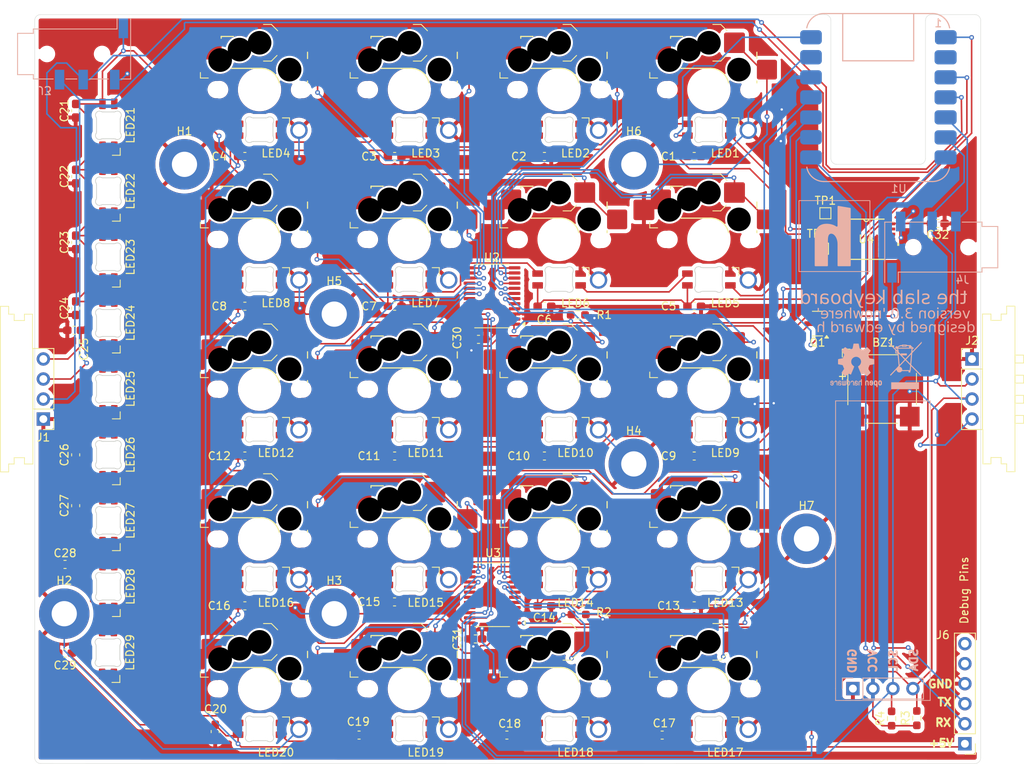
<source format=kicad_pcb>
(kicad_pcb (version 20240108) (generator "pcbnew") (generator_version "8.0")
  (title_block (title "Slab Keyboard - Hackpad Module") (date "2024-10-16") (company "Edward Hesketh"))
  (layers (0 "F.Cu" signal) (31 "B.Cu" signal) (34 "B.Paste" user) (35 "F.Paste" user) (36 "B.SilkS" user "B.Silkscreen") (37 "F.SilkS" user "F.Silkscreen") (38 "B.Mask" user) (39 "F.Mask" user) (44 "Edge.Cuts" user))
  (net 0 "")
  (net 1 "Net-(BZ1-+)")
  (net 2 "GND")
  (net 3 "+3V3")
  (net 4 "VBUS")
  (net 5 "/I2C1_SDA")
  (net 6 "/I2C1_SCL")
  (net 7 "/I2C0_SDA")
  (net 8 "/I2C0_SCL")
  (net 9 "/UART0_RX")
  (net 11 "/UART0_TX")
  (net 13 "Net-(LED1-DOUT)")
  (net 14 "/KEY_PIXEL_INPUT")
  (net 15 "Net-(LED2-DOUT)")
  (net 16 "Net-(LED3-DOUT)")
  (net 17 "Net-(LED4-DOUT)")
  (net 18 "Net-(LED5-DOUT)")
  (net 19 "Net-(LED6-DOUT)")
  (net 20 "Net-(LED7-DOUT)")
  (net 21 "Net-(LED8-DOUT)")
  (net 22 "Net-(LED10-DIN)")
  (net 23 "Net-(LED10-DOUT)")
  (net 24 "Net-(LED11-DOUT)")
  (net 25 "Net-(LED12-DOUT)")
  (net 26 "Net-(LED13-DOUT)")
  (net 27 "Net-(LED14-DOUT)")
  (net 28 "Net-(LED15-DOUT)")
  (net 29 "Net-(LED16-DOUT)")
  (net 30 "Net-(LED17-DOUT)")
  (net 31 "Net-(LED18-DOUT)")
  (net 32 "Net-(LED19-DOUT)")
  (net 33 "/KEY1")
  (net 34 "/KEY2")
  (net 35 "/KEY3")
  (net 36 "/KEY4")
  (net 37 "/KEY5")
  (net 38 "/KEY6")
  (net 39 "/KEY7")
  (net 40 "/KEY8")
  (net 41 "/KEY9")
  (net 42 "/KEY10")
  (net 43 "/KEY11")
  (net 44 "/KEY12")
  (net 45 "/KEY13")
  (net 46 "/KEY14")
  (net 47 "/KEY15")
  (net 48 "/KEY16")
  (net 49 "/KEY17")
  (net 50 "/KEY18")
  (net 51 "/KEY19")
  (net 52 "/KEY20")
  (net 53 "/BUZZER")
  (net 54 "/EXPANDER1_INT")
  (net 55 "/EXPANDER2_INT")
  (net 56 "/KEY_PIXEL_SHIFT_INPUT")
  (net 70 "Net-(LED20-DOUT)")
  (net 71 "Net-(LED21-DIN)")
  (net 72 "Net-(LED25-DIN)")
  (net 73 "Net-(LED26-DIN)")
  (net 74 "Net-(LED27-DIN)")
  (net 75 "Net-(LED28-DIN)")
  (net 85 "Net-(LED22-DIN)")
  (net 87 "Net-(LED23-DIN)")
  (net 88 "Net-(LED24-DIN)")
  (footprint "Capacitor_SMD:C_0603_1608Metric_Pad1.08x0.95mm_HandSolder" (layer "F.Cu") (at 144.48 137.68)
    (property "Reference" "C18")
    (property "Value" "100nF")
  )
  (footprint "Buzzer_Beeper:MagneticBuzzer_CUI_CMT-8504-100-SMT" (layer "F.Cu") (at 192.08 93.78)
    (property "Reference" "BZ1")
    (property "Value" "Buzzer")
  )
  (footprint "Capacitor_SMD:C_0603_1608Metric_Pad1.08x0.95mm_HandSolder" (layer "F.Cu") (at 130.2425 64.28 180)
    (property "Reference" "C3")
    (property "Value" "100nF")
  )
  (footprint "CustomFootprints:SW_choc_mx_combined" (layer "F.Cu") (at 122.58 65.28)
    (property "Reference" "MX7" (hide yes))
    (property "Value" "MX_SW_HS" (hide yes))
  )
  (footprint "CustomFootprints:LED_6028R_Custom" (layer "F.Cu") (at 93.88 127.1965 90)
    (property "Reference" "LED29")
    (property "Value" "MX_SK6812MINI-E")
    (fp_line (start 0.794452 -1.5) (end -0.794453 -1.5) (stroke (width 0.1)) (layer "Edge.Cuts"))
    (fp_line (start -1.699999 -0.702843) (end -1.699999 0.702841) (stroke (width 0.1)) (layer "Edge.Cuts"))
    (fp_line (start 1.699999 0.702841) (end 1.699999 -0.702843) (stroke (width 0.1)) (layer "Edge.Cuts"))
    (fp_line (start -0.794452 1.499999) (end 0.794452 1.499999) (stroke (width 0.1)) (layer "Edge.Cuts"))
    (fp_arc (start 1.046711 -1.5683) (mid 0.925123 -1.517378) (end 0.794453 -1.500001) (stroke (width 0.1)) (layer "Edge.Cuts"))
    (fp_arc (start 1.046711 -1.5683) (mid 1.638072 -1.504036) (end 1.749484 -0.919721) (stroke (width 0.1)) (layer "Edge.Cuts"))
    (fp_arc (start -0.794453 -1.5) (mid -0.925123 -1.517377) (end -1.046711 -1.568299) (stroke (width 0.1)) (layer "Edge.Cuts"))
    (fp_arc (start -1.749484 -0.919721) (mid -1.638071 -1.504035) (end -1.046711 -1.568299) (stroke (width 0.1)) (layer "Edge.Cuts"))
    (fp_arc (start -1.749484 -0.919721) (mid -1.712527 -0.814069) (end -1.699999 -0.702844) (stroke (width 0.1)) (layer "Edge.Cuts"))
    (fp_arc (start 1.699999 -0.702843) (mid 1.712528 -0.814069) (end 1.749484 -0.919721) (stroke (width 0.1)) (layer "Edge.Cuts"))
    (fp_arc (start -1.699999 0.702841) (mid -1.712527 0.814067) (end -1.749484 0.919719) (stroke (width 0.1)) (layer "Edge.Cuts"))
    (fp_arc (start 1.749484 0.919719) (mid 1.712519 0.814068) (end 1.699999 0.702842) (stroke (width 0.1)) (layer "Edge.Cuts"))
    (fp_arc (start 1.749484 0.919719) (mid 1.63807 1.504033) (end 1.046711 1.568296) (stroke (width 0.1)) (layer "Edge.Cuts"))
    (fp_arc (start 0.794452 1.499999) (mid 0.925122 1.517376) (end 1.04671 1.568298) (stroke (width 0.1)) (layer "Edge.Cuts"))
    (fp_arc (start -1.046711 1.568298) (mid -1.638072 1.504034) (end -1.749484 0.919718) (stroke (width 0.1)) (layer "Edge.Cuts"))
    (fp_arc (start -1.046711 1.568298) (mid -0.925123 1.517376) (end -0.794452 1.499999) (stroke (width 0.1)) (layer "Edge.Cuts"))
  )
  (footprint "Capacitor_SMD:C_0603_1608Metric_Pad1.08x0.95mm_HandSolder" (layer "F.Cu") (at 107.48 137.23 90)
    (property "Reference" "C20")
    (property "Value" "100nF")
  )
  (footprint "CustomFootprints:SW_choc_mx_combined" (layer "F.Cu") (at 122.58 46.28)
    (property "Reference" "MX3" (hide yes))
    (property "Value" "MX_SW_HS" (hide yes))
  )
  (footprint "CustomFootprints:LED_MX_6028R-ROT_Custom" (layer "F.Cu") (at 160.58 103.28)
    (property "Reference" "LED13")
    (property "Value" "MX_SK6812MINI-E")
    (fp_line (start 7.825001 13.902159) (end 7.825001 15.307843) (stroke (width 0.1)) (layer "Edge.Cuts"))
    (fp_line (start 8.730548 16.105) (end 10.319453 16.105) (stroke (width 0.1)) (layer "Edge.Cuts"))
    (fp_line (start 10.319452 13.105001) (end 8.730548 13.105001) (stroke (width 0.1)) (layer "Edge.Cuts"))
    (fp_line (start 11.224999 15.307843) (end 11.224999 13.902159) (stroke (width 0.1)) (layer "Edge.Cuts"))
    (fp_arc (start 7.775516 13.685281) (mid 7.812481 13.790932) (end 7.825001 13.902158) (stroke (width 0.1)) (layer "Edge.Cuts"))
    (fp_arc (start 7.775516 13.685281) (mid 7.886921 13.100978) (end 8.478289 13.036704) (stroke (width 0.1)) (layer "Edge.Cuts"))
    (fp_arc (start 7.825001 15.307843) (mid 7.812464 15.419066) (end 7.775516 15.524721) (stroke (width 0.1)) (layer "Edge.Cuts"))
    (fp_arc (start 8.478289 16.1733) (mid 7.886893 16.109052) (end 7.775516 15.524721) (stroke (width 0.1)) (layer "Edge.Cuts"))
    (fp_arc (start 8.478289 16.1733) (mid 8.599878 16.122389) (end 8.730547 16.105001) (stroke (width 0.1)) (layer "Edge.Cuts"))
    (fp_arc (start 8.730548 13.105001) (mid 8.599883 13.087612) (end 8.47829 13.036702) (stroke (width 0.1)) (layer "Edge.Cuts"))
    (fp_arc (start 10.319453 16.105) (mid 10.450128 16.122365) (end 10.571711 16.173299) (stroke (width 0.1)) (layer "Edge.Cuts"))
    (fp_arc (start 10.571711 13.036702) (mid 10.450121 13.087613) (end 10.319452 13.105001) (stroke (width 0.1)) (layer "Edge.Cuts"))
    (fp_arc (start 10.571711 13.036702) (mid 11.163107 13.10095) (end 11.274484 13.685282) (stroke (width 0.1)) (layer "Edge.Cuts"))
    (fp_arc (start 11.224999 13.902159) (mid 11.237536 13.790936) (end 11.274484 13.685281) (stroke (width 0.1)) (layer "Edge.Cuts"))
    (fp_arc (start 11.274484 15.524721) (mid 11.163078 16.109021) (end 10.571711 16.173299) (stroke (width 0.1)) (layer "Edge.Cuts"))
    (fp_arc (start 11.274484 15.524721) (mid 11.23751 15.419072) (end 11.224999 15.307844) (stroke (width 0.1)) (layer "Edge.Cuts"))
  )
  (footprint "MountingHole:MountingHole_3.2mm_M3_Pad_TopBottom" (layer "F.Cu") (at 122.58 122.28)
    (property "Reference" "H3")
    (property "Value" "MountingHole_Pad")
  )
  (footprint "CustomFootprints:SW_choc_mx_combined" (layer "F.Cu") (at 160.58 84.28)
    (property "Reference" "MX9" (hide yes))
    (property "Value" "MX_SW_HS" (hide yes))
  )
  (footprint "CustomFootprints:SW_choc_mx_combined" (layer "F.Cu") (at 103.58 103.28)
    (property "Reference" "MX16" (hide yes))
    (property "Value" "MX_SW_HS" (hide yes))
  )
  (footprint "CustomFootprints:SW_choc_mx_combined" (layer "F.Cu") (at 103.58 46.28)
    (property "Reference" "MX4" (hide yes))
    (property "Value" "MX_SW_HS" (hide yes))
  )
  (footprint "CustomFootprints:SW_choc_mx_combined" (layer "F.Cu") (at 141.58 103.28)
    (property "Reference" "MX14" (hide yes))
    (property "Value" "MX_SW_HS" (hide yes))
  )
  (footprint "CustomFootprints:SW_choc_mx_combined" (layer "F.Cu") (at 141.58 122.28)
    (property "Reference" "MX18" (hide yes))
    (property "Value" "MX_SW_HS" (hide yes))
  )
  (footprint "CustomFootprints:LED_6028R_Custom" (layer "F.Cu") (at 93.93 85.404 90)
    (property "Reference" "LED24")
    (property "Value" "MX_SK6812MINI-E")
    (fp_line (start 0.794452 -1.5) (end -0.794453 -1.5) (stroke (width 0.1)) (layer "Edge.Cuts"))
    (fp_line (start -1.699999 -0.702843) (end -1.699999 0.702841) (stroke (width 0.1)) (layer "Edge.Cuts"))
    (fp_line (start 1.699999 0.702841) (end 1.699999 -0.702843) (stroke (width 0.1)) (layer "Edge.Cuts"))
    (fp_line (start -0.794452 1.499999) (end 0.794452 1.499999) (stroke (width 0.1)) (layer "Edge.Cuts"))
    (fp_arc (start 1.046711 -1.5683) (mid 0.925123 -1.517378) (end 0.794453 -1.500001) (stroke (width 0.1)) (layer "Edge.Cuts"))
    (fp_arc (start 1.046711 -1.5683) (mid 1.638072 -1.504036) (end 1.749484 -0.919721) (stroke (width 0.1)) (layer "Edge.Cuts"))
    (fp_arc (start -0.794453 -1.5) (mid -0.925123 -1.517377) (end -1.046711 -1.568299) (stroke (width 0.1)) (layer "Edge.Cuts"))
    (fp_arc (start -1.749484 -0.919721) (mid -1.638071 -1.504035) (end -1.046711 -1.568299) (stroke (width 0.1)) (layer "Edge.Cuts"))
    (fp_arc (start -1.749484 -0.919721) (mid -1.712527 -0.814069) (end -1.699999 -0.702844) (stroke (width 0.1)) (layer "Edge.Cuts"))
    (fp_arc (start 1.699999 -0.702843) (mid 1.712528 -0.814069) (end 1.749484 -0.919721) (stroke (width 0.1)) (layer "Edge.Cuts"))
    (fp_arc (start -1.699999 0.702841) (mid -1.712527 0.814067) (end -1.749484 0.919719) (stroke (width 0.1)) (layer "Edge.Cuts"))
    (fp_arc (start 1.749484 0.919719) (mid 1.712519 0.814068) (end 1.699999 0.702842) (stroke (width 0.1)) (layer "Edge.Cuts"))
    (fp_arc (start 1.749484 0.919719) (mid 1.63807 1.504033) (end 1.046711 1.568296) (stroke (width 0.1)) (layer "Edge.Cuts"))
    (fp_arc (start 0.794452 1.499999) (mid 0.925122 1.517376) (end 1.04671 1.568298) (stroke (width 0.1)) (layer "Edge.Cuts"))
    (fp_arc (start -1.046711 1.568298) (mid -1.638072 1.504034) (end -1.749484 0.919718) (stroke (width 0.1)) (layer "Edge.Cuts"))
    (fp_arc (start -1.046711 1.568298) (mid -0.925123 1.517376) (end -0.794452 1.499999) (stroke (width 0.1)) (layer "Edge.Cuts"))
  )
  (footprint "Capacitor_SMD:C_0603_1608Metric_Pad1.08x0.95mm_HandSolder" (layer "F.Cu") (at 89.58 86.33)
    (property "Reference" "C25")
    (property "Value" "100nF")
  )
  (footprint "Capacitor_SMD:C_0603_1608Metric_Pad1.08x0.95mm_HandSolder" (layer "F.Cu") (at 111.2425 121.28 180)
    (property "Reference" "C16")
    (property "Value" "100nF")
  )
  (footprint "Capacitor_SMD:C_0603_1608Metric_Pad1.08x0.95mm_HandSolder" (layer "F.Cu") (at 130.23 120.78 180)
    (property "Reference" "C15")
    (property "Value" "100nF")
  )
  (footprint "Capacitor_SMD:C_0603_1608Metric_Pad1.08x0.95mm_HandSolder" (layer "F.Cu") (at 130.2425 83.28 180)
    (property "Reference" "C7")
    (property "Value" "100nF")
  )
  (footprint "Capacitor_SMD:C_0603_1608Metric_Pad1.08x0.95mm_HandSolder" (layer "F.Cu") (at 130.2425 102.28 180)
    (property "Reference" "C11")
    (property "Value" "100nF")
  )
  (footprint "CustomFootprints:LED_MX_6028R-ROT_Custom" (layer "F.Cu") (at 122.58 84.28)
    (property "Reference" "LED11")
    (property "Value" "MX_SK6812MINI-E")
    (fp_line (start 7.825001 13.902159) (end 7.825001 15.307843) (stroke (width 0.1)) (layer "Edge.Cuts"))
    (fp_line (start 8.730548 16.105) (end 10.319453 16.105) (stroke (width 0.1)) (layer "Edge.Cuts"))
    (fp_line (start 10.319452 13.105001) (end 8.730548 13.105001) (stroke (width 0.1)) (layer "Edge.Cuts"))
    (fp_line (start 11.224999 15.307843) (end 11.224999 13.902159) (stroke (width 0.1)) (layer "Edge.Cuts"))
    (fp_arc (start 7.775516 13.685281) (mid 7.812481 13.790932) (end 7.825001 13.902158) (stroke (width 0.1)) (layer "Edge.Cuts"))
    (fp_arc (start 7.775516 13.685281) (mid 7.886921 13.100978) (end 8.478289 13.036704) (stroke (width 0.1)) (layer "Edge.Cuts"))
    (fp_arc (start 7.825001 15.307843) (mid 7.812464 15.419066) (end 7.775516 15.524721) (stroke (width 0.1)) (layer "Edge.Cuts"))
    (fp_arc (start 8.478289 16.1733) (mid 7.886893 16.109052) (end 7.775516 15.524721) (stroke (width 0.1)) (layer "Edge.Cuts"))
    (fp_arc (start 8.478289 16.1733) (mid 8.599878 16.122389) (end 8.730547 16.105001) (stroke (width 0.1)) (layer "Edge.Cuts"))
    (fp_arc (start 8.730548 13.105001) (mid 8.599883 13.087612) (end 8.47829 13.036702) (stroke (width 0.1)) (layer "Edge.Cuts"))
    (fp_arc (start 10.319453 16.105) (mid 10.450128 16.122365) (end 10.571711 16.173299) (stroke (width 0.1)) (layer "Edge.Cuts"))
    (fp_arc (start 10.571711 13.036702) (mid 10.450121 13.087613) (end 10.319452 13.105001) (stroke (width 0.1)) (layer "Edge.Cuts"))
    (fp_arc (start 10.571711 13.036702) (mid 11.163107 13.10095) (end 11.274484 13.685282) (stroke (width 0.1)) (layer "Edge.Cuts"))
    (fp_arc (start 11.224999 13.902159) (mid 11.237536 13.790936) (end 11.274484 13.685281) (stroke (width 0.1)) (layer "Edge.Cuts"))
    (fp_arc (start 11.274484 15.524721) (mid 11.163078 16.109021) (end 10.571711 16.173299) (stroke (width 0.1)) (layer "Edge.Cuts"))
    (fp_arc (start 11.274484 15.524721) (mid 11.23751 15.419072) (end 11.224999 15.307844) (stroke (width 0.1)) (layer "Edge.Cuts"))
  )
  (footprint "Capacitor_SMD:C_0603_1608Metric_Pad1.08x0.95mm_HandSolder" (layer "F.Cu") (at 89.78 102.13 90)
    (property "Reference" "C26")
    (property "Value" "100nF")
  )
  (footprint "Capacitor_SMD:C_0603_1608Metric_Pad1.08x0.95mm_HandSolder" (layer "F.Cu") (at 149.2425 83.28 180)
    (property "Reference" "C6")
    (property "Value" "100nF")
  )
  (footprint "CustomFootprints:LED_6028R_Custom" (layer "F.Cu") (at 93.93 93.7625 90)
    (property "Reference" "LED25")
    (property "Value" "MX_SK6812MINI-E")
    (fp_line (start 0.794452 -1.5) (end -0.794453 -1.5) (stroke (width 0.1)) (layer "Edge.Cuts"))
    (fp_line (start -1.699999 -0.702843) (end -1.699999 0.702841) (stroke (width 0.1)) (layer "Edge.Cuts"))
    (fp_line (start 1.699999 0.702841) (end 1.699999 -0.702843) (stroke (width 0.1)) (layer "Edge.Cuts"))
    (fp_line (start -0.794452 1.499999) (end 0.794452 1.499999) (stroke (width 0.1)) (layer "Edge.Cuts"))
    (fp_arc (start 1.046711 -1.5683) (mid 0.925123 -1.517378) (end 0.794453 -1.500001) (stroke (width 0.1)) (layer "Edge.Cuts"))
    (fp_arc (start 1.046711 -1.5683) (mid 1.638072 -1.504036) (end 1.749484 -0.919721) (stroke (width 0.1)) (layer "Edge.Cuts"))
    (fp_arc (start -0.794453 -1.5) (mid -0.925123 -1.517377) (end -1.046711 -1.568299) (stroke (width 0.1)) (layer "Edge.Cuts"))
    (fp_arc (start -1.749484 -0.919721) (mid -1.638071 -1.504035) (end -1.046711 -1.568299) (stroke (width 0.1)) (layer "Edge.Cuts"))
    (fp_arc (start -1.749484 -0.919721) (mid -1.712527 -0.814069) (end -1.699999 -0.702844) (stroke (width 0.1)) (layer "Edge.Cuts"))
    (fp_arc (start 1.699999 -0.702843) (mid 1.712528 -0.814069) (end 1.749484 -0.919721) (stroke (width 0.1)) (layer "Edge.Cuts"))
    (fp_arc (start -1.699999 0.702841) (mid -1.712527 0.814067) (end -1.749484 0.919719) (stroke (width 0.1)) (layer "Edge.Cuts"))
    (fp_arc (start 1.749484 0.919719) (mid 1.712519 0.814068) (end 1.699999 0.702842) (stroke (width 0.1)) (layer "Edge.Cuts"))
    (fp_arc (start 1.749484 0.919719) (mid 1.63807 1.504033) (end 1.046711 1.568296) (stroke (width 0.1)) (layer "Edge.Cuts"))
    (fp_arc (start 0.794452 1.499999) (mid 0.925122 1.517376) (end 1.04671 1.568298) (stroke (width 0.1)) (layer "Edge.Cuts"))
    (fp_arc (start -1.046711 1.568298) (mid -1.638072 1.504034) (end -1.749484 0.919718) (stroke (width 0.1)) (layer "Edge.Cuts"))
    (fp_arc (start -1.046711 1.568298) (mid -0.925123 1.517376) (end -0.794452 1.499999) (stroke (width 0.1)) (layer "Edge.Cuts"))
  )
  (footprint "Capacitor_SMD:C_0603_1608Metric_Pad1.08x0.95mm_HandSolder" (layer "F.Cu") (at 168.2425 83.28 180)
    (property "Reference" "C5")
    (property "Value" "100nF")
  )
  (footprint "Capacitor_SMD:C_0603_1608Metric_Pad1.08x0.95mm_HandSolder" (layer "F.Cu") (at 149.2425 64.28 180)
    (property "Reference" "C2")
    (property "Value" "100nF")
  )
  (footprint "Capacitor_SMD:C_0603_1608Metric_Pad1.08x0.95mm_HandSolder" (layer "F.Cu") (at 89.78 66.83 90)
    (property "Reference" "C22")
    (property "Value" "100nF")
  )
  (footprint "CustomFootprints:LED_MX_6028R-ROT_Custom" (layer "F.Cu") (at 122.58 122.28)
    (property "Reference" "LED19")
    (property "Value" "MX_SK6812MINI-E")
    (fp_line (start 7.825001 13.902159) (end 7.825001 15.307843) (stroke (width 0.1)) (layer "Edge.Cuts"))
    (fp_line (start 8.730548 16.105) (end 10.319453 16.105) (stroke (width 0.1)) (layer "Edge.Cuts"))
    (fp_line (start 10.319452 13.105001) (end 8.730548 13.105001) (stroke (width 0.1)) (layer "Edge.Cuts"))
    (fp_line (start 11.224999 15.307843) (end 11.224999 13.902159) (stroke (width 0.1)) (layer "Edge.Cuts"))
    (fp_arc (start 7.775516 13.685281) (mid 7.812481 13.790932) (end 7.825001 13.902158) (stroke (width 0.1)) (layer "Edge.Cuts"))
    (fp_arc (start 7.775516 13.685281) (mid 7.886921 13.100978) (end 8.478289 13.036704) (stroke (width 0.1)) (layer "Edge.Cuts"))
    (fp_arc (start 7.825001 15.307843) (mid 7.812464 15.419066) (end 7.775516 15.524721) (stroke (width 0.1)) (layer "Edge.Cuts"))
    (fp_arc (start 8.478289 16.1733) (mid 7.886893 16.109052) (end 7.775516 15.524721) (stroke (width 0.1)) (layer "Edge.Cuts"))
    (fp_arc (start 8.478289 16.1733) (mid 8.599878 16.122389) (end 8.730547 16.105001) (stroke (width 0.1)) (layer "Edge.Cuts"))
    (fp_arc (start 8.730548 13.105001) (mid 8.599883 13.087612) (end 8.47829 13.036702) (stroke (width 0.1)) (layer "Edge.Cuts"))
    (fp_arc (start 10.319453 16.105) (mid 10.450128 16.122365) (end 10.571711 16.173299) (stroke (width 0.1)) (layer "Edge.Cuts"))
    (fp_arc (start 10.571711 13.036702) (mid 10.450121 13.087613) (end 10.319452 13.105001) (stroke (width 0.1)) (layer "Edge.Cuts"))
    (fp_arc (start 10.571711 13.036702) (mid 11.163107 13.10095) (end 11.274484 13.685282) (stroke (width 0.1)) (layer "Edge.Cuts"))
    (fp_arc (start 11.224999 13.902159) (mid 11.237536 13.790936) (end 11.274484 13.685281) (stroke (width 0.1)) (layer "Edge.Cuts"))
    (fp_arc (start 11.274484 15.524721) (mid 11.163078 16.109021) (end 10.571711 16.173299) (stroke (width 0.1)) (layer "Edge.Cuts"))
    (fp_arc (start 11.274484 15.524721) (mid 11.23751 15.419072) (end 11.224999 15.307844) (stroke (width 0.1)) (layer "Edge.Cuts"))
  )
  (footprint "CustomFootprints:SW_choc_mx_combined" (layer "F.Cu") (at 141.58 46.28)
    (property "Reference" "MX2" (hide yes))
    (property "Value" "MX_SW_HS" (hide yes))
  )
  (footprint "Resistor_SMD:R_0603_1608Metric_Pad0.98x0.95mm_HandSolder" (layer "F.Cu") (at 153.48 84.38 180)
    (property "Reference" "R1")
    (property "Value" "10k")
  )
  (footprint "Package_TO_SOT_SMD:SOT-23" (layer "F.Cu") (at 183.88 85.48 180)
    (property "Reference" "Q1")
    (property "Value" "MMBT3906")
  )
  (footprint "CustomFootprints:SW_choc_mx_combined" (layer "F.Cu") (at 141.58 84.28)
    (property "Reference" "MX10" (hide yes))
    (property "Value" "MX_SW_HS" (hide yes))
  )
  (footprint "CustomFootprints:SW_choc_mx_combined" (layer "F.Cu") (at 160.58 122.28)
    (property "Reference" "MX17" (hide yes))
    (property "Value" "MX_SW_HS" (hide yes))
  )
  (footprint "Capacitor_SMD:C_0603_1608Metric_Pad1.08x0.95mm_HandSolder" (layer "F.Cu") (at 111.2425 64.28 180)
    (property "Reference" "C4")
    (property "Value" "100nF")
  )
  (footprint "Resistor_SMD:R_0603_1608Metric_Pad0.98x0.95mm_HandSolder" (layer "F.Cu") (at 153.58 122.38 180)
    (property "Reference" "R2")
    (property "Value" "10k")
  )
  (footprint "Capacitor_SMD:C_0603_1608Metric_Pad1.08x0.95mm_HandSolder" (layer "F.Cu") (at 88.43 116.03)
    (property "Reference" "C28")
    (property "Value" "100nF")
  )
  (footprint "CustomFootprints:LED_MX_6028R-ROT_Custom" (layer "F.Cu") (at 160.58 65.28)
    (property "Reference" "LED5")
    (property "Value" "MX_SK6812MINI-E")
    (fp_line (start 7.825001 13.902159) (end 7.825001 15.307843) (stroke (width 0.1)) (layer "Edge.Cuts"))
    (fp_line (start 8.730548 16.105) (end 10.319453 16.105) (stroke (width 0.1)) (layer "Edge.Cuts"))
    (fp_line (start 10.319452 13.105001) (end 8.730548 13.105001) (stroke (width 0.1)) (layer "Edge.Cuts"))
    (fp_line (start 11.224999 15.307843) (end 11.224999 13.902159) (stroke (width 0.1)) (layer "Edge.Cuts"))
    (fp_arc (start 7.775516 13.685281) (mid 7.812481 13.790932) (end 7.825001 13.902158) (stroke (width 0.1)) (layer "Edge.Cuts"))
    (fp_arc (start 7.775516 13.685281) (mid 7.886921 13.100978) (end 8.478289 13.036704) (stroke (width 0.1)) (layer "Edge.Cuts"))
    (fp_arc (start 7.825001 15.307843) (mid 7.812464 15.419066) (end 7.775516 15.524721) (stroke (width 0.1)) (layer "Edge.Cuts"))
    (fp_arc (start 8.478289 16.1733) (mid 7.886893 16.109052) (end 7.775516 15.524721) (stroke (width 0.1)) (layer "Edge.Cuts"))
    (fp_arc (start 8.478289 16.1733) (mid 8.599878 16.122389) (end 8.730547 16.105001) (stroke (width 0.1)) (layer "Edge.Cuts"))
    (fp_arc (start 8.730548 13.105001) (mid 8.599883 13.087612) (end 8.47829 13.036702) (stroke (width 0.1)) (layer "Edge.Cuts"))
    (fp_arc (start 10.319453 16.105) (mid 10.450128 16.122365) (end 10.571711 16.173299) (stroke (width 0.1)) (layer "Edge.Cuts"))
    (fp_arc (start 10.571711 13.036702) (mid 10.450121 13.087613) (end 10.319452 13.105001) (stroke (width 0.1)) (layer "Edge.Cuts"))
    (fp_arc (start 10.571711 13.036702) (mid 11.163107 13.10095) (end 11.274484 13.685282) (stroke (width 0.1)) (layer "Edge.Cuts"))
    (fp_arc (start 11.224999 13.902159) (mid 11.237536 13.790936) (end 11.274484 13.685281) (stroke (width 0.1)) (layer "Edge.Cuts"))
    (fp_arc (start 11.274484 15.524721) (mid 11.163078 16.109021) (end 10.571711 16.173299) (stroke (width 0.1)) (layer "Edge.Cuts"))
    (fp_arc (start 11.274484 15.524721) (mid 11.23751 15.419072) (end 11.224999 15.307844) (stroke (width 0.1)) (layer "Edge.Cuts"))
  )
  (footprint "CustomFootprints:LED_6028R_Custom" (layer "F.Cu") (at 93.93 110.4795 90)
    (property "Reference" "LED27")
    (property "Value" "MX_SK6812MINI-E")
    (fp_line (start 0.794452 -1.5) (end -0.794453 -1.5) (stroke (width 0.1)) (layer "Edge.Cuts"))
    (fp_line (start -1.699999 -0.702843) (end -1.699999 0.702841) (stroke (width 0.1)) (layer "Edge.Cuts"))
    (fp_line (start 1.699999 0.702841) (end 1.699999 -0.702843) (stroke (width 0.1)) (layer "Edge.Cuts"))
    (fp_line (start -0.794452 1.499999) (end 0.794452 1.499999) (stroke (width 0.1)) (layer "Edge.Cuts"))
    (fp_arc (start 1.046711 -1.5683) (mid 0.925123 -1.517378) (end 0.794453 -1.500001) (stroke (width 0.1)) (layer "Edge.Cuts"))
    (fp_arc (start 1.046711 -1.5683) (mid 1.638072 -1.504036) (end 1.749484 -0.919721) (stroke (width 0.1)) (layer "Edge.Cuts"))
    (fp_arc (start -0.794453 -1.5) (mid -0.925123 -1.517377) (end -1.046711 -1.568299) (stroke (width 0.1)) (layer "Edge.Cuts"))
    (fp_arc (start -1.749484 -0.919721) (mid -1.638071 -1.504035) (end -1.046711 -1.568299) (stroke (width 0.1)) (layer "Edge.Cuts"))
    (fp_arc (start -1.749484 -0.919721) (mid -1.712527 -0.814069) (end -1.699999 -0.702844) (stroke (width 0.1)) (layer "Edge.Cuts"))
    (fp_arc (start 1.699999 -0.702843) (mid 1.712528 -0.814069) (end 1.749484 -0.919721) (stroke (width 0.1)) (layer "Edge.Cuts"))
    (fp_arc (start -1.699999 0.702841) (mid -1.712527 0.814067) (end -1.749484 0.919719) (stroke (width 0.1)) (layer "Edge.Cuts"))
    (fp_arc (start 1.749484 0.919719) (mid 1.712519 0.814068) (end 1.699999 0.702842) (stroke (width 0.1)) (layer "Edge.Cuts"))
    (fp_arc (start 1.749484 0.919719) (mid 1.63807 1.504033) (end 1.046711 1.568296) (stroke (width 0.1)) (layer "Edge.Cuts"))
    (fp_arc (start 0.794452 1.499999) (mid 0.925122 1.517376) (end 1.04671 1.568298) (stroke (width 0.1)) (layer "Edge.Cuts"))
    (fp_arc (start -1.046711 1.568298) (mid -1.638072 1.504034) (end -1.749484 0.919718) (stroke (width 0.1)) (layer "Edge.Cuts"))
    (fp_arc (start -1.046711 1.568298) (mid -0.925123 1.517376) (end -0.794452 1.499999) (stroke (width 0.1)) (layer "Edge.Cuts"))
  )
  (footprint "Capacitor_SMD:C_0603_1608Metric_Pad1.08x0.95mm_HandSolder" (layer "F.Cu") (at 111.2425 83.28 180)
    (property "Reference" "C8")
    (property "Value" "100nF")
  )
  (footprint "CustomFootprints:5358_mag_connector_1x4_pins" (layer "F.Cu") (at 203.48 93.78)
    (property "Reference" "J2")
    (property "Value" "MagnetL")
  )
  (footprint "Capacitor_SMD:C_0603_1608Metric_Pad1.08x0.95mm_HandSolder" (layer "F.Cu") (at 164.18 137.68)
    (property "Reference" "C17")
    (property "Value" "100nF")
  )
  (footprint "Capacitor_SMD:C_0603_1608Metric_Pad1.08x0.95mm_HandSolder" (layer "F.Cu") (at 168.2425 64.28 180)
    (property "Reference" "C1")
    (property "Value" "100nF")
  )
  (footprint "CustomFootprints:LED_MX_6028R-ROT_Custom" (layer "F.Cu") (at 122.58 65.28)
    (property "Reference" "LED7")
    (property "Value" "MX_SK6812MINI-E")
    (fp_line (start 7.825001 13.902159) (end 7.825001 15.307843) (stroke (width 0.1)) (layer "Edge.Cuts"))
    (fp_line (start 8.730548 16.105) (end 10.319453 16.105) (stroke (width 0.1)) (layer "Edge.Cuts"))
    (fp_line (start 10.319452 13.105001) (end 8.730548 13.105001) (stroke (width 0.1)) (layer "Edge.Cuts"))
    (fp_line (start 11.224999 15.307843) (end 11.224999 13.902159) (stroke (width 0.1)) (layer "Edge.Cuts"))
    (fp_arc (start 7.775516 13.685281) (mid 7.812481 13.790932) (end 7.825001 13.902158) (stroke (width 0.1)) (layer "Edge.Cuts"))
    (fp_arc (start 7.775516 13.685281) (mid 7.886921 13.100978) (end 8.478289 13.036704) (stroke (width 0.1)) (layer "Edge.Cuts"))
    (fp_arc (start 7.825001 15.307843) (mid 7.812464 15.419066) (end 7.775516 15.524721) (stroke (width 0.1)) (layer "Edge.Cuts"))
    (fp_arc (start 8.478289 16.1733) (mid 7.886893 16.109052) (end 7.775516 15.524721) (stroke (width 0.1)) (layer "Edge.Cuts"))
    (fp_arc (start 8.478289 16.1733) (mid 8.599878 16.122389) (end 8.730547 16.105001) (stroke (width 0.1)) (layer "Edge.Cuts"))
    (fp_arc (start 8.730548 13.105001) (mid 8.599883 13.087612) (end 8.47829 13.036702) (stroke (width 0.1)) (layer "Edge.Cuts"))
    (fp_arc (start 10.319453 16.105) (mid 10.450128 16.122365) (end 10.571711 16.173299) (stroke (width 0.1)) (layer "Edge.Cuts"))
    (fp_arc (start 10.571711 13.036702) (mid 10.450121 13.087613) (end 10.319452 13.105001) (stroke (width 0.1)) (layer "Edge.Cuts"))
    (fp_arc (start 10.571711 13.036702) (mid 11.163107 13.10095) (end 11.274484 13.685282) (stroke (width 0.1)) (layer "Edge.Cuts"))
    (fp_arc (start 11.224999 13.902159) (mid 11.237536 13.790936) (end 11.274484 13.685281) (stroke (width 0.1)) (layer "Edge.Cuts"))
    (fp_arc (start 11.274484 15.524721) (mid 11.163078 16.109021) (end 10.571711 16.173299) (stroke (width 0.1)) (layer "Edge.Cuts"))
    (fp_arc (start 11.274484 15.524721) (mid 11.23751 15.419072) (end 11.224999 15.307844) (stroke (width 0.1)) (layer "Edge.Cuts"))
  )
  (footprint "CustomFootprints:LED_6028R_Custom" (layer "F.Cu") (at 93.93 68.687 90)
    (property "Reference" "LED22")
    (property "Value" "MX_SK6812MINI-E")
    (fp_line (start 0.794452 -1.5) (end -0.794453 -1.5) (stroke (width 0.1)) (layer "Edge.Cuts"))
    (fp_line (start -1.699999 -0.702843) (end -1.699999 0.702841) (stroke (width 0.1)) (layer "Edge.Cuts"))
    (fp_line (start 1.699999 0.702841) (end 1.699999 -0.702843) (stroke (width 0.1)) (layer "Edge.Cuts"))
    (fp_line (start -0.794452 1.499999) (end 0.794452 1.499999) (stroke (width 0.1)) (layer "Edge.Cuts"))
    (fp_arc (start 1.046711 -1.5683) (mid 0.925123 -1.517378) (end 0.794453 -1.500001) (stroke (width 0.1)) (layer "Edge.Cuts"))
    (fp_arc (start 1.046711 -1.5683) (mid 1.638072 -1.504036) (end 1.749484 -0.919721) (stroke (width 0.1)) (layer "Edge.Cuts"))
    (fp_arc (start -0.794453 -1.5) (mid -0.925123 -1.517377) (end -1.046711 -1.568299) (stroke (width 0.1)) (layer "Edge.Cuts"))
    (fp_arc (start -1.749484 -0.919721) (mid -1.638071 -1.504035) (end -1.046711 -1.568299) (stroke (width 0.1)) (layer "Edge.Cuts"))
    (fp_arc (start -1.749484 -0.919721) (mid -1.712527 -0.814069) (end -1.699999 -0.702844) (stroke (width 0.1)) (layer "Edge.Cuts"))
    (fp_arc (start 1.699999 -0.702843) (mid 1.712528 -0.814069) (end 1.749484 -0.919721) (stroke (width 0.1)) (layer "Edge.Cuts"))
    (fp_arc (start -1.699999 0.702841) (mid -1.712527 0.814067) (end -1.749484 0.919719) (stroke (width 0.1)) (layer "Edge.Cuts"))
    (fp_arc (start 1.749484 0.919719) (mid 1.712519 0.814068) (end 1.699999 0.702842) (stroke (width 0.1)) (layer "Edge.Cuts"))
    (fp_arc (start 1.749484 0.919719) (mid 1.63807 1.504033) (end 1.046711 1.568296) (stroke (width 0.1)) (layer "Edge.Cuts"))
    (fp_arc (start 0.794452 1.499999) (mid 0.925122 1.517376) (end 1.04671 1.568298) (stroke (width 0.1)) (layer "Edge.Cuts"))
    (fp_arc (start -1.046711 1.568298) (mid -1.638072 1.504034) (end -1.749484 0.919718) (stroke (width 0.1)) (layer "Edge.Cuts"))
    (fp_arc (start -1.046711 1.568298) (mid -0.925123 1.517376) (end -0.794452 1.499999) (stroke (width 0.1)) (layer "Edge.Cuts"))
  )
  (footprint "MountingHole:MountingHole_3.2mm_M3_Pad_TopBottom" (layer "F.Cu") (at 103.58 65.28)
    (property "Reference" "H1")
    (property "Value" "MountingHole_Pad")
  )
  (footprint "CustomFootprints:LED_MX_6028R-ROT_Custom" (layer "F.Cu") (at 103.58 84.28)
    (property "Reference" "LED12")
    (property "Value" "MX_SK6812MINI-E")
    (fp_line (start 7.825001 13.902159) (end 7.825001 15.307843) (stroke (width 0.1)) (layer "Edge.Cuts"))
    (fp_line (start 8.730548 16.105) (end 10.319453 16.105) (stroke (width 0.1)) (layer "Edge.Cuts"))
    (fp_line (start 10.319452 13.105001) (end 8.730548 13.105001) (stroke (width 0.1)) (layer "Edge.Cuts"))
    (fp_line (start 11.224999 15.307843) (end 11.224999 13.902159) (stroke (width 0.1)) (layer "Edge.Cuts"))
    (fp_arc (start 7.775516 13.685281) (mid 7.812481 13.790932) (end 7.825001 13.902158) (stroke (width 0.1)) (layer "Edge.Cuts"))
    (fp_arc (start 7.775516 13.685281) (mid 7.886921 13.100978) (end 8.478289 13.036704) (stroke (width 0.1)) (layer "Edge.Cuts"))
    (fp_arc (start 7.825001 15.307843) (mid 7.812464 15.419066) (end 7.775516 15.524721) (stroke (width 0.1)) (layer "Edge.Cuts"))
    (fp_arc (start 8.478289 16.1733) (mid 7.886893 16.109052) (end 7.775516 15.524721) (stroke (width 0.1)) (layer "Edge.Cuts"))
    (fp_arc (start 8.478289 16.1733) (mid 8.599878 16.122389) (end 8.730547 16.105001) (stroke (width 0.1)) (layer "Edge.Cuts"))
    (fp_arc (start 8.730548 13.105001) (mid 8.599883 13.087612) (end 8.47829 13.036702) (stroke (width 0.1)) (layer "Edge.Cuts"))
    (fp_arc (start 10.319453 16.105) (mid 10.450128 16.122365) (end 10.571711 16.173299) (stroke (width 0.1)) (layer "Edge.Cuts"))
    (fp_arc (start 10.571711 13.036702) (mid 10.450121 13.087613) (end 10.319452 13.105001) (stroke (width 0.1)) (layer "Edge.Cuts"))
    (fp_arc (start 10.571711 13.036702) (mid 11.163107 13.10095) (end 11.274484 13.685282) (stroke (width 0.1)) (layer "Edge.Cuts"))
    (fp_arc (start 11.224999 13.902159) (mid 11.237536 13.790936) (end 11.274484 13.685281) (stroke (width 0.1)) (layer "Edge.Cuts"))
    (fp_arc (start 11.274484 15.524721) (mid 11.163078 16.109021) (end 10.571711 16.173299) (stroke (width 0.1)) (layer "Edge.Cuts"))
    (fp_arc (start 11.274484 15.524721) (mid 11.23751 15.419072) (end 11.224999 15.307844) (stroke (width 0.1)) (layer "Edge.Cuts"))
  )
  (footprint "CustomFootprints:SW_choc_mx_combined" (layer "F.Cu") (at 103.58 84.28)
    (property "Reference" "MX12" (hide yes))
    (property "Value" "MX_SW_HS" (hide yes))
  )
  (footprint "CustomFootprints:LED_MX_6028R-ROT_Custom" (layer "F.Cu") (at 103.58 65.28)
    (property "Reference" "LED8")
    (property "Value" "MX_SK6812MINI-E")
    (fp_line (start 7.825001 13.902159) (end 7.825001 15.307843) (stroke (width 0.1)) (layer "Edge.Cuts"))
    (fp_line (start 8.730548 16.105) (end 10.319453 16.105) (stroke (width 0.1)) (layer "Edge.Cuts"))
    (fp_line (start 10.319452 13.105001) (end 8.730548 13.105001) (stroke (width 0.1)) (layer "Edge.Cuts"))
    (fp_line (start 11.224999 15.307843) (end 11.224999 13.902159) (stroke (width 0.1)) (layer "Edge.Cuts"))
    (fp_arc (start 7.775516 13.685281) (mid 7.812481 13.790932) (end 7.825001 13.902158) (stroke (width 0.1)) (layer "Edge.Cuts"))
    (fp_arc (start 7.775516 13.685281) (mid 7.886921 13.100978) (end 8.478289 13.036704) (stroke (width 0.1)) (layer "Edge.Cuts"))
    (fp_arc (start 7.825001 15.307843) (mid 7.812464 15.419066) (end 7.775516 15.524721) (stroke (width 0.1)) (layer "Edge.Cuts"))
    (fp_arc (start 8.478289 16.1733) (mid 7.886893 16.109052) (end 7.775516 15.524721) (stroke (width 0.1)) (layer "Edge.Cuts"))
    (fp_arc (start 8.478289 16.1733) (mid 8.599878 16.122389) (end 8.730547 16.105001) (stroke (width 0.1)) (layer "Edge.Cuts"))
    (fp_arc (start 8.730548 13.105001) (mid 8.599883 13.087612) (end 8.47829 13.036702) (stroke (width 0.1)) (layer "Edge.Cuts"))
    (fp_arc (start 10.319453 16.105) (mid 10.450128 16.122365) (end 10.571711 16.173299) (stroke (width 0.1)) (layer "Edge.Cuts"))
    (fp_arc (start 10.571711 13.036702) (mid 10.450121 13.087613) (end 10.319452 13.105001) (stroke (width 0.1)) (layer "Edge.Cuts"))
    (fp_arc (start 10.571711 13.036702) (mid 11.163107 13.10095) (end 11.274484 13.685282) (stroke (width 0.1)) (layer "Edge.Cuts"))
    (fp_arc (start 11.224999 13.902159) (mid 11.237536 13.790936) (end 11.274484 13.685281) (stroke (width 0.1)) (layer "Edge.Cuts"))
    (fp_arc (start 11.274484 15.524721) (mid 11.163078 16.109021) (end 10.571711 16.173299) (stroke (width 0.1)) (layer "Edge.Cuts"))
    (fp_arc (start 11.274484 15.524721) (mid 11.23751 15.419072) (end 11.224999 15.307844) (stroke (width 0.1)) (layer "Edge.Cuts"))
  )
  (footprint "CustomFootprints:SW_choc_mx_combined" (layer "F.Cu") (at 160.58 103.28)
    (property "Reference" "MX13" (hide yes))
    (property "Value" "MX_SW_HS" (hide yes))
  )
  (footprint "CustomFootprints:LED_MX_6028R-ROT_Custom" (layer "F.Cu") (at 160.58 84.28)
    (property "Reference" "LED9")
    (property "Value" "MX_SK6812MINI-E")
    (fp_line (start 7.825001 13.902159) (end 7.825001 15.307843) (stroke (width 0.1)) (layer "Edge.Cuts"))
    (fp_line (start 8.730548 16.105) (end 10.319453 16.105) (stroke (width 0.1)) (layer "Edge.Cuts"))
    (fp_line (start 10.319452 13.105001) (end 8.730548 13.105001) (stroke (width 0.1)) (layer "Edge.Cuts"))
    (fp_line (start 11.224999 15.307843) (end 11.224999 13.902159) (stroke (width 0.1)) (layer "Edge.Cuts"))
    (fp_arc (start 7.775516 13.685281) (mid 7.812481 13.790932) (end 7.825001 13.902158) (stroke (width 0.1)) (layer "Edge.Cuts"))
    (fp_arc (start 7.775516 13.685281) (mid 7.886921 13.100978) (end 8.478289 13.036704) (stroke (width 0.1)) (layer "Edge.Cuts"))
    (fp_arc (start 7.825001 15.307843) (mid 7.812464 15.419066) (end 7.775516 15.524721) (stroke (width 0.1)) (layer "Edge.Cuts"))
    (fp_arc (start 8.478289 16.1733) (mid 7.886893 16.109052) (end 7.775516 15.524721) (stroke (width 0.1)) (layer "Edge.Cuts"))
    (fp_arc (start 8.478289 16.1733) (mid 8.599878 16.122389) (end 8.730547 16.105001) (stroke (width 0.1)) (layer "Edge.Cuts"))
    (fp_arc (start 8.730548 13.105001) (mid 8.599883 13.087612) (end 8.47829 13.036702) (stroke (width 0.1)) (layer "Edge.Cuts"))
    (fp_arc (start 10.319453 16.105) (mid 10.450128 16.122365) (end 10.571711 16.173299) (stroke (width 0.1)) (layer "Edge.Cuts"))
    (fp_arc (start 10.571711 13.036702) (mid 10.450121 13.087613) (end 10.319452 13.105001) (stroke (width 0.1)) (layer "Edge.Cuts"))
    (fp_arc (start 10.571711 13.036702) (mid 11.163107 13.10095) (end 11.274484 13.685282) (stroke (width 0.1)) (layer "Edge.Cuts"))
    (fp_arc (start 11.224999 13.902159) (mid 11.237536 13.790936) (end 11.274484 13.685281) (stroke (width 0.1)) (layer "Edge.Cuts"))
    (fp_arc (start 11.274484 15.524721) (mid 11.163078 16.109021) (end 10.571711 16.173299) (stroke (width 0.1)) (layer "Edge.Cuts"))
    (fp_arc (start 11.274484 15.524721) (mid 11.23751 15.419072) (end 11.224999 15.307844) (stroke (width 0.1)) (layer "Edge.Cuts"))
  )
  (footprint "CustomFootprints:SW_choc_mx_combined" (layer "F.Cu") (at 122.58 84.28)
    (property "Reference" "MX11" (hide yes))
    (property "Value" "MX_SW_HS" (hide yes))
  )
  (footprint "CustomFootprints:LED_MX_6028R-ROT_Custom" (layer "F.Cu") (at 141.58 46.28)
    (property "Reference" "LED2")
    (property "Value" "MX_SK6812MINI-E")
    (fp_line (start 7.825001 13.902159) (end 7.825001 15.307843) (stroke (width 0.1)) (layer "Edge.Cuts"))
    (fp_line (start 8.730548 16.105) (end 10.319453 16.105) (stroke (width 0.1)) (layer "Edge.Cuts"))
    (fp_line (start 10.319452 13.105001) (end 8.730548 13.105001) (stroke (width 0.1)) (layer "Edge.Cuts"))
    (fp_line (start 11.224999 15.307843) (end 11.224999 13.902159) (stroke (width 0.1)) (layer "Edge.Cuts"))
    (fp_arc (start 7.775516 13.685281) (mid 7.812481 13.790932) (end 7.825001 13.902158) (stroke (width 0.1)) (layer "Edge.Cuts"))
    (fp_arc (start 7.775516 13.685281) (mid 7.886921 13.100978) (end 8.478289 13.036704) (stroke (width 0.1)) (layer "Edge.Cuts"))
    (fp_arc (start 7.825001 15.307843) (mid 7.812464 15.419066) (end 7.775516 15.524721) (stroke (width 0.1)) (layer "Edge.Cuts"))
    (fp_arc (start 8.478289 16.1733) (mid 7.886893 16.109052) (end 7.775516 15.524721) (stroke (width 0.1)) (layer "Edge.Cuts"))
    (fp_arc (start 8.478289 16.1733) (mid 8.599878 16.122389) (end 8.730547 16.105001) (stroke (width 0.1)) (layer "Edge.Cuts"))
    (fp_arc (start 8.730548 13.105001) (mid 8.599883 13.087612) (end 8.47829 13.036702) (stroke (width 0.1)) (layer "Edge.Cuts"))
    (fp_arc (start 10.319453 16.105) (mid 10.450128 16.122365) (end 10.571711 16.173299) (stroke (width 0.1)) (layer "Edge.Cuts"))
    (fp_arc (start 10.571711 13.036702) (mid 10.450121 13.087613) (end 10.319452 13.105001) (stroke (width 0.1)) (layer "Edge.Cuts"))
    (fp_arc (start 10.571711 13.036702) (mid 11.163107 13.10095) (end 11.274484 13.685282) (stroke (width 0.1)) (layer "Edge.Cuts"))
    (fp_arc (start 11.224999 13.902159) (mid 11.237536 13.790936) (end 11.274484 13.685281) (stroke (width 0.1)) (layer "Edge.Cuts"))
    (fp_arc (start 11.274484 15.524721) (mid 11.163078 16.109021) (end 10.571711 16.173299) (stroke (width 0.1)) (layer "Edge.Cuts"))
    (fp_arc (start 11.274484 15.524721) (mid 11.23751 15.419072) (end 11.224999 15.307844) (stroke (width 0.1)) (layer "Edge.Cuts"))
  )
  (footprint "Package_SO:TSSOP-24_4.4x7.8mm_P0.65mm" (layer "F.Cu") (at 142.63 119.88 180)
    (property "Reference" "U3")
    (property "Value" "PCA9555PW")
  )
  (footprint "Capacitor_SMD:C_0603_1608Metric_Pad1.08x0.95mm_HandSolder" (layer "F.Cu") (at 168.2425 121.28 180)
    (property "Reference" "C13")
    (property "Value" "100nF")
  )
  (footprint "Capacitor_SMD:C_0603_1608Metric_Pad1.08x0.95mm_HandSolder" (layer "F.Cu") (at 149.2425 102.28 180)
    (property "Reference" "C10")
    (property "Value" "100nF")
  )
  (footprint "CustomFootprints:LED_MX_6028R-ROT_Custom" (layer "F.Cu") (at 103.58 46.28)
    (property "Reference" "LED4")
    (property "Value" "MX_SK6812MINI-E")
    (fp_line (start 7.825001 13.902159) (end 7.825001 15.307843) (stroke (width 0.1)) (layer "Edge.Cuts"))
    (fp_line (start 8.730548 16.105) (end 10.319453 16.105) (stroke (width 0.1)) (layer "Edge.Cuts"))
    (fp_line (start 10.319452 13.105001) (end 8.730548 13.105001) (stroke (width 0.1)) (layer "Edge.Cuts"))
    (fp_line (start 11.224999 15.307843) (end 11.224999 13.902159) (stroke (width 0.1)) (layer "Edge.Cuts"))
    (fp_arc (start 7.775516 13.685281) (mid 7.812481 13.790932) (end 7.825001 13.902158) (stroke (width 0.1)) (layer "Edge.Cuts"))
    (fp_arc (start 7.775516 13.685281) (mid 7.886921 13.100978) (end 8.478289 13.036704) (stroke (width 0.1)) (layer "Edge.Cuts"))
    (fp_arc (start 7.825001 15.307843) (mid 7.812464 15.419066) (end 7.775516 15.524721) (stroke (width 0.1)) (layer "Edge.Cuts"))
    (fp_arc (start 8.478289 16.1733) (mid 7.886893 16.109052) (end 7.775516 15.524721) (stroke (width 0.1)) (layer "Edge.Cuts"))
    (fp_arc (start 8.478289 16.1733) (mid 8.599878 16.122389) (end 8.730547 16.105001) (stroke (width 0.1)) (layer "Edge.Cuts"))
    (fp_arc (start 8.730548 13.105001) (mid 8.599883 13.087612) (end 8.47829 13.036702) (stroke (width 0.1)) (layer "Edge.Cuts"))
    (fp_arc (start 10.319453 16.105) (mid 10.450128 16.122365) (end 10.571711 16.173299) (stroke (width 0.1)) (layer "Edge.Cuts"))
    (fp_arc (start 10.571711 13.036702) (mid 10.450121 13.087613) (end 10.319452 13.105001) (stroke (width 0.1)) (layer "Edge.Cuts"))
    (fp_arc (start 10.571711 13.036702) (mid 11.163107 13.10095) (end 11.274484 13.685282) (stroke (width 0.1)) (layer "Edge.Cuts"))
    (fp_arc (start 11.224999 13.902159) (mid 11.237536 13.790936) (end 11.274484 13.685281) (stroke (width 0.1)) (layer "Edge.Cuts"))
    (fp_arc (start 11.274484 15.524721) (mid 11.163078 16.109021) (end 10.571711 16.173299) (stroke (width 0.1)) (layer "Edge.Cuts"))
    (fp_arc (start 11.274484 15.524721) (mid 11.23751 15.419072) (end 11.224999 15.307844) (stroke (width 0.1)) (layer "Edge.Cuts"))
  )
  (footprint "CustomFootprints:SW_choc_mx_combined" (layer "F.Cu") (at 122.58 103.28)
    (property "Reference" "MX15" (hide yes))
    (property "Value" "MX_SW_HS" (hide yes))
  )
  (footprint "MountingHole:MountingHole_3.2mm_M3_Pad_TopBottom" (layer "F.Cu") (at 88.33 122.28)
    (property "Reference" "H2")
    (property "Value" "MountingHole_Pad")
  )
  (footprint "CustomFootprints:SW_choc_mx_combined" (layer "F.Cu") (at 122.58 122.28)
    (property "Reference" "MX19" (hide yes))
    (property "Value" "MX_SW_HS" (hide yes))
  )
  (footprint "CustomFootprints:SW_choc_mx_combined" (layer "F.Cu") (at 103.58 65.28)
    (property "Reference" "MX8" (hide yes))
    (property "Value" "MX_SW_HS" (hide yes))
  )
  (footprint "MountingHole:MountingHole_3.2mm_M3_Pad_TopBottom" (layer "F.Cu") (at 160.58 65.28)
    (property "Reference" "H6")
    (property "Value" "MountingHole_Pad")
  )
  (footprint "MountingHole:MountingHole_3.2mm_M3_Pad_TopBottom" (layer "F.Cu") (at 182.48 112.78)
    (property "Reference" "H7")
    (property "Value" "MountingHole_Pad")
  )
  (footprint "MountingHole:MountingHole_3.2mm_M3_Pad_TopBottom" (layer "F.Cu") (at 160.58 103.28)
    (property "Reference" "H4")
    (property "Value" "MountingHole_Pad")
  )
  (footprint "Capacitor_SMD:C_0603_1608Metric_Pad1.08x0.95mm_HandSolder" (layer "F.Cu") (at 199.1425 72.78 180)
    (property "Reference" "C32")
    (property "Value" "100nF")
  )
  (footprint "Capacitor_SMD:C_0603_1608Metric_Pad1.08x0.95mm_HandSolder" (layer "F.Cu") (at 89.78 58.48 90)
    (property "Reference" "C21")
    (property "Value" "100nF")
  )
  (footprint "CustomFootprints:LED_6028R_Custom" (layer "F.Cu") (at 93.93 102.121 90)
    (property "Reference" "LED26")
    (property "Value" "MX_SK6812MINI-E")
    (fp_line (start 0.794452 -1.5) (end -0.794453 -1.5) (stroke (width 0.1)) (layer "Edge.Cuts"))
    (fp_line (start -1.699999 -0.702843) (end -1.699999 0.702841) (stroke (width 0.1)) (layer "Edge.Cuts"))
    (fp_line (start 1.699999 0.702841) (end 1.699999 -0.702843) (stroke (width 0.1)) (layer "Edge.Cuts"))
    (fp_line (start -0.794452 1.499999) (end 0.794452 1.499999) (stroke (width 0.1)) (layer "Edge.Cuts"))
    (fp_arc (start 1.046711 -1.5683) (mid 0.925123 -1.517378) (end 0.794453 -1.500001) (stroke (width 0.1)) (layer "Edge.Cuts"))
    (fp_arc (start 1.046711 -1.5683) (mid 1.638072 -1.504036) (end 1.749484 -0.919721) (stroke (width 0.1)) (layer "Edge.Cuts"))
    (fp_arc (start -0.794453 -1.5) (mid -0.925123 -1.517377) (end -1.046711 -1.568299) (stroke (width 0.1)) (layer "Edge.Cuts"))
    (fp_arc (start -1.749484 -0.919721) (mid -1.638071 -1.504035) (end -1.046711 -1.568299) (stroke (width 0.1)) (layer "Edge.Cuts"))
    (fp_arc (start -1.749484 -0.919721) (mid -1.712527 -0.814069) (end -1.699999 -0.702844) (stroke (width 0.1)) (layer "Edge.Cuts"))
    (fp_arc (start 1.699999 -0.702843) (mid 1.712528 -0.814069) (end 1.749484 -0.919721) (stroke (width 0.1)) (layer "Edge.Cuts"))
    (fp_arc (start -1.699999 0.702841) (mid -1.712527 0.814067) (end -1.749484 0.919719) (stroke (width 0.1)) (layer "Edge.Cuts"))
    (fp_arc (start 1.749484 0.919719) (mid 1.712519 0.814068) (end 1.699999 0.702842) (stroke (width 0.1)) (layer "Edge.Cuts"))
    (fp_arc (start 1.749484 0.919719) (mid 1.63807 1.504033) (end 1.046711 1.568296) (stroke (width 0.1)) (layer "Edge.Cuts"))
    (fp_arc (start 0.794452 1.499999) (mid 0.925122 1.517376) (end 1.04671 1.568298) (stroke (width 0.1)) (layer "Edge.Cuts"))
    (fp_arc (start -1.046711 1.568298) (mid -1.638072 1.504034) (end -1.749484 0.919718) (stroke (width 0.1)) (layer "Edge.Cuts"))
    (fp_arc (start -1.046711 1.568298) (mid -0.925123 1.517376) (end -0.794452 1.499999) (stroke (width 0.1)) (layer "Edge.Cuts"))
  )
  (footprint "Capacitor_SMD:C_0603_1608Metric_Pad1.08x0.95mm_HandSolder" (layer "F.Cu") (at 149.2425 121.28 180)
    (property "Reference" "C14")
    (property "Value" "100nF")
  )
  (footprint "CustomFootprints:LED_MX_6028R-ROT_Custom" (layer "F.Cu") (at 122.58 103.28)
    (property "Reference" "LED15")
    (property "Value" "MX_SK6812MINI-E")
    (fp_line (start 7.825001 13.902159) (end 7.825001 15.307843) (stroke (width 0.1)) (layer "Edge.Cuts"))
    (fp_line (start 8.730548 16.105) (end 10.319453 16.105) (stroke (width 0.1)) (layer "Edge.Cuts"))
    (fp_line (start 10.319452 13.105001) (end 8.730548 13.105001) (stroke (width 0.1)) (layer "Edge.Cuts"))
    (fp_line (start 11.224999 15.307843) (end 11.224999 13.902159) (stroke (width 0.1)) (layer "Edge.Cuts"))
    (fp_arc (start 7.775516 13.685281) (mid 7.812481 13.790932) (end 7.825001 13.902158) (stroke (width 0.1)) (layer "Edge.Cuts"))
    (fp_arc (start 7.775516 13.685281) (mid 7.886921 13.100978) (end 8.478289 13.036704) (stroke (width 0.1)) (layer "Edge.Cuts"))
    (fp_arc (start 7.825001 15.307843) (mid 7.812464 15.419066) (end 7.775516 15.524721) (stroke (width 0.1)) (layer "Edge.Cuts"))
    (fp_arc (start 8.478289 16.1733) (mid 7.886893 16.109052) (end 7.775516 15.524721) (stroke (width 0.1)) (layer "Edge.Cuts"))
    (fp_arc (start 8.478289 16.1733) (mid 8.599878 16.122389) (end 8.730547 16.105001) (stroke (width 0.1)) (layer "Edge.Cuts"))
    (fp_arc (start 8.730548 13.105001) (mid 8.599883 13.087612) (end 8.47829 13.036702) (stroke (width 0.1)) (layer "Edge.Cuts"))
    (fp_arc (start 10.319453 16.105) (mid 10.450128 16.122365) (end 10.571711 16.173299) (stroke (width 0.1)) (layer "Edge.Cuts"))
    (fp_arc (start 10.571711 13.036702) (mid 10.450121 13.087613) (end 10.319452 13.105001) (stroke (width 0.1)) (layer "Edge.Cuts"))
    (fp_arc (start 10.571711 13.036702) (mid 11.163107 13.10095) (end 11.274484 13.685282) (stroke (width 0.1)) (layer "Edge.Cuts"))
    (fp_arc (start 11.224999 13.902159) (mid 11.237536 13.790936) (end 11.274484 13.685281) (stroke (width 0.1)) (layer "Edge.Cuts"))
    (fp_arc (start 11.274484 15.524721) (mid 11.163078 16.109021) (end 10.571711 16.173299) (stroke (width 0.1)) (layer "Edge.Cuts"))
    (fp_arc (start 11.274484 15.524721) (mid 11.23751 15.419072) (end 11.224999 15.307844) (stroke (width 0.1)) (layer "Edge.Cuts"))
  )
  (footprint "CustomFootprints:SW_choc_mx_combined" (layer "F.Cu") (at 103.58 122.28)
    (property "Reference" "MX20" (hide yes))
    (property "Value" "MX_SW_HS" (hide yes))
  )
  (footprint "CustomFootprints:LED_MX_6028R-ROT_Custom" (layer "F.Cu") (at 122.58 46.28)
    (property "Reference" "LED3")
    (property "Value" "MX_SK6812MINI-E")
    (fp_line (start 7.825001 13.902159) (end 7.825001 15.307843) (stroke (width 0.1)) (layer "Edge.Cuts"))
    (fp_line (start 8.730548 16.105) (end 10.319453 16.105) (stroke (width 0.1)) (layer "Edge.Cuts"))
    (fp_line (start 10.319452 13.105001) (end 8.730548 13.105001) (stroke (width 0.1)) (layer "Edge.Cuts"))
    (fp_line (start 11.224999 15.307843) (end 11.224999 13.902159) (stroke (width 0.1)) (layer "Edge.Cuts"))
    (fp_arc (start 7.775516 13.685281) (mid 7.812481 13.790932) (end 7.825001 13.902158) (stroke (width 0.1)) (layer "Edge.Cuts"))
    (fp_arc (start 7.775516 13.685281) (mid 7.886921 13.100978) (end 8.478289 13.036704) (stroke (width 0.1)) (layer "Edge.Cuts"))
    (fp_arc (start 7.825001 15.307843) (mid 7.812464 15.419066) (end 7.775516 15.524721) (stroke (width 0.1)) (layer "Edge.Cuts"))
    (fp_arc (start 8.478289 16.1733) (mid 7.886893 16.109052) (end 7.775516 15.524721) (stroke (width 0.1)) (layer "Edge.Cuts"))
    (fp_arc (start 8.478289 16.1733) (mid 8.599878 16.122389) (end 8.730547 16.105001) (stroke (width 0.1)) (layer "Edge.Cuts"))
    (fp_arc (start 8.730548 13.105001) (mid 8.599883 13.087612) (end 8.47829 13.036702) (stroke (width 0.1)) (layer "Edge.Cuts"))
    (fp_arc (start 10.319453 16.105) (mid 10.450128 16.122365) (end 10.571711 16.173299) (stroke (width 0.1)) (layer "Edge.Cuts"))
    (fp_arc (start 10.571711 13.036702) (mid 10.450121 13.087613) (end 10.319452 13.105001) (stroke (width 0.1)) (layer "Edge.Cuts"))
    (fp_arc (start 10.571711 13.036702) (mid 11.163107 13.10095) (end 11.274484 13.685282) (stroke (width 0.1)) (layer "Edge.Cuts"))
    (fp_arc (start 11.224999 13.902159) (mid 11.237536 13.790936) (end 11.274484 13.685281) (stroke (width 0.1)) (layer "Edge.Cuts"))
    (fp_arc (start 11.274484 15.524721) (mid 11.163078 16.109021) (end 10.571711 16.173299) (stroke (width 0.1)) (layer "Edge.Cuts"))
    (fp_arc (start 11.274484 15.524721) (mid 11.23751 15.419072) (end 11.224999 15.307844) (stroke (width 0.1)) (layer "Edge.Cuts"))
  )
  (footprint "Package_SO:TSSOP-24_4.4x7.8mm_P0.65mm" (layer "F.Cu") (at 142.5925 81.98 180)
    (property "Reference" "U2")
    (property "Value" "PCA9555PW")
  )
  (footprint "CustomFootprints:LED_MX_6028R-ROT_Custom" (layer "F.Cu") (at 141.58 84.28)
    (property "Reference" "LED10")
    (property "Value" "MX_SK6812MINI-E")
    (fp_line (start 7.825001 13.902159) (end 7.825001 15.307843) (stroke (width 0.1)) (layer "Edge.Cuts"))
    (fp_line (start 8.730548 16.105) (end 10.319453 16.105) (stroke (width 0.1)) (layer "Edge.Cuts"))
    (fp_line (start 10.319452 13.105001) (end 8.730548 13.105001) (stroke (width 0.1)) (layer "Edge.Cuts"))
    (fp_line (start 11.224999 15.307843) (end 11.224999 13.902159) (stroke (width 0.1)) (layer "Edge.Cuts"))
    (fp_arc (start 7.775516 13.685281) (mid 7.812481 13.790932) (end 7.825001 13.902158) (stroke (width 0.1)) (layer "Edge.Cuts"))
    (fp_arc (start 7.775516 13.685281) (mid 7.886921 13.100978) (end 8.478289 13.036704) (stroke (width 0.1)) (layer "Edge.Cuts"))
    (fp_arc (start 7.825001 15.307843) (mid 7.812464 15.419066) (end 7.775516 15.524721) (stroke (width 0.1)) (layer "Edge.Cuts"))
    (fp_arc (start 8.478289 16.1733) (mid 7.886893 16.109052) (end 7.775516 15.524721) (stroke (width 0.1)) (layer "Edge.Cuts"))
    (fp_arc (start 8.478289 16.1733) (mid 8.599878 16.122389) (end 8.730547 16.105001) (stroke (width 0.1)) (layer "Edge.Cuts"))
    (fp_arc (start 8.730548 13.105001) (mid 8.599883 13.087612) (end 8.47829 13.036702) (stroke (width 0.1)) (layer "Edge.Cuts"))
    (fp_arc (start 10.319453 16.105) (mid 10.450128 16.122365) (end 10.571711 16.173299) (stroke (width 0.1)) (layer "Edge.Cuts"))
    (fp_arc (start 10.571711 13.036702) (mid 10.450121 13.087613) (end 10.319452 13.105001) (stroke (width 0.1)) (layer "Edge.Cuts"))
    (fp_arc (start 10.571711 13.036702) (mid 11.163107 13.10095) (end 11.274484 13.685282) (stroke (width 0.1)) (layer "Edge.Cuts"))
    (fp_arc (start 11.224999 13.902159) (mid 11.237536 13.790936) (end 11.274484 13.685281) (stroke (width 0.1)) (layer "Edge.Cuts"))
    (fp_arc (start 11.274484 15.524721) (mid 11.163078 16.109021) (end 10.571711 16.173299) (stroke (width 0.1)) (layer "Edge.Cuts"))
    (fp_arc (start 11.274484 15.524721) (mid 11.23751 15.419072) (end 11.224999 15.307844) (stroke (width 0.1)) (layer "Edge.Cuts"))
  )
  (footprint "Capacitor_SMD:C_0603_1608Metric_Pad1.08x0.95mm_HandSolder" (layer "F.Cu") (at 89.78 108.58 90)
    (property "Reference" "C27")
    (property "Value" "100nF")
  )
  (footprint "CustomFootprints:LED_6028R_Custom" (layer "F.Cu") (at 93.93 77.0455 90)
    (property "Reference" "LED23")
    (property "Value" "MX_SK6812MINI-E")
    (fp_line (start 0.794452 -1.5) (end -0.794453 -1.5) (stroke (width 0.1)) (layer "Edge.Cuts"))
    (fp_line (start -1.699999 -0.702843) (end -1.699999 0.702841) (stroke (width 0.1)) (layer "Edge.Cuts"))
    (fp_line (start 1.699999 0.702841) (end 1.699999 -0.702843) (stroke (width 0.1)) (layer "Edge.Cuts"))
    (fp_line (start -0.794452 1.499999) (end 0.794452 1.499999) (stroke (width 0.1)) (layer "Edge.Cuts"))
    (fp_arc (start 1.046711 -1.5683) (mid 0.925123 -1.517378) (end 0.794453 -1.500001) (stroke (width 0.1)) (layer "Edge.Cuts"))
    (fp_arc (start 1.046711 -1.5683) (mid 1.638072 -1.504036) (end 1.749484 -0.919721) (stroke (width 0.1)) (layer "Edge.Cuts"))
    (fp_arc (start -0.794453 -1.5) (mid -0.925123 -1.517377) (end -1.046711 -1.568299) (stroke (width 0.1)) (layer "Edge.Cuts"))
    (fp_arc (start -1.749484 -0.919721) (mid -1.638071 -1.504035) (end -1.046711 -1.568299) (stroke (width 0.1)) (layer "Edge.Cuts"))
    (fp_arc (start -1.749484 -0.919721) (mid -1.712527 -0.814069) (end -1.699999 -0.702844) (stroke (width 0.1)) (layer "Edge.Cuts"))
    (fp_arc (start 1.699999 -0.702843) (mid 1.712528 -0.814069) (end 1.749484 -0.919721) (stroke (width 0.1)) (layer "Edge.Cuts"))
    (fp_arc (start -1.699999 0.702841) (mid -1.712527 0.814067) (end -1.749484 0.919719) (stroke (width 0.1)) (layer "Edge.Cuts"))
    (fp_arc (start 1.749484 0.919719) (mid 1.712519 0.814068) (end 1.699999 0.702842) (stroke (width 0.1)) (layer "Edge.Cuts"))
    (fp_arc (start 1.749484 0.919719) (mid 1.63807 1.504033) (end 1.046711 1.568296) (stroke (width 0.1)) (layer "Edge.Cuts"))
    (fp_arc (start 0.794452 1.499999) (mid 0.925122 1.517376) (end 1.04671 1.568298) (stroke (width 0.1)) (layer "Edge.Cuts"))
    (fp_arc (start -1.046711 1.568298) (mid -1.638072 1.504034) (end -1.749484 0.919718) (stroke (width 0.1)) (layer "Edge.Cuts"))
    (fp_arc (start -1.046711 1.568298) (mid -0.925123 1.517376) (end -0.794452 1.499999) (stroke (width 0.1)) (layer "Edge.Cuts"))
  )
  (footprint "TestPoint:TestPoint_Pad_1.0x1.0mm" (layer "F.Cu") (at 184.58 75.98)
    (property "Reference" "TP2")
    (property "Value" "NPIXEL_IN")
  )
  (footprint "Resistor_SMD:R_0603_1608Metric_Pad0.98x0.95mm_HandSolder" (layer "F.Cu") (at 196.48 135.53 90)
    (property "Reference" "R3")
    (property "Value" "2.2k")
  )
  (footprint "CustomFootprints:SW_choc_mx_combined" (layer "F.Cu") (at 141.58 65.28)
    (property "Reference" "MX6" (hide yes))
    (property "Value" "MX_SW_HS" (hide yes))
  )
  (footprint "CustomFootprints:LED_MX_6028R-ROT_Custom" (layer "F.Cu") (at 103.58 122.28)
    (property "Reference" "LED20")
    (property "Value" "MX_SK6812MINI-E")
    (fp_line (start 7.825001 13.902159) (end 7.825001 15.307843) (stroke (width 0.1)) (layer "Edge.Cuts"))
    (fp_line (start 8.730548 16.105) (end 10.319453 16.105) (stroke (width 0.1)) (layer "Edge.Cuts"))
    (fp_line (start 10.319452 13.105001) (end 8.730548 13.105001) (stroke (width 0.1)) (layer "Edge.Cuts"))
    (fp_line (start 11.224999 15.307843) (end 11.224999 13.902159) (stroke (width 0.1)) (layer "Edge.Cuts"))
    (fp_arc (start 7.775516 13.685281) (mid 7.812481 13.790932) (end 7.825001 13.902158) (stroke (width 0.1)) (layer "Edge.Cuts"))
    (fp_arc (start 7.775516 13.685281) (mid 7.886921 13.100978) (end 8.478289 13.036704) (stroke (width 0.1)) (layer "Edge.Cuts"))
    (fp_arc (start 7.825001 15.307843) (mid 7.812464 15.419066) (end 7.775516 15.524721) (stroke (width 0.1)) (layer "Edge.Cuts"))
    (fp_arc (start 8.478289 16.1733) (mid 7.886893 16.109052) (end 7.775516 15.524721) (stroke (width 0.1)) (layer "Edge.Cuts"))
    (fp_arc (start 8.478289 16.1733) (mid 8.599878 16.122389) (end 8.730547 16.105001) (stroke (width 0.1)) (layer "Edge.Cuts"))
    (fp_arc (start 8.730548 13.105001) (mid 8.599883 13.087612) (end 8.47829 13.036702) (stroke (width 0.1)) (layer "Edge.Cuts"))
    (fp_arc (start 10.319453 16.105) (mid 10.450128 16.122365) (end 10.571711 16.173299) (stroke (width 0.1)) (layer "Edge.Cuts"))
    (fp_arc (start 10.571711 13.036702) (mid 10.450121 13.087613) (end 10.319452 13.105001) (stroke (width 0.1)) (layer "Edge.Cuts"))
    (fp_arc (start 10.571711 13.036702) (mid 11.163107 13.10095) (end 11.274484 13.685282) (stroke (width 0.1)) (layer "Edge.Cuts"))
    (fp_arc (start 11.224999 13.902159) (mid 11.237536 13.790936) (end 11.274484 13.685281) (stroke (width 0.1)) (layer "Edge.Cuts"))
    (fp_arc (start 11.274484 15.524721) (mid 11.163078 16.109021) (end 10.571711 16.173299) (stroke (width 0.1)) (layer "Edge.Cuts"))
    (fp_arc (start 11.274484 15.524721) (mid 11.23751 15.419072) (end 11.224999 15.307844) (stroke (width 0.1)) (layer "Edge.Cuts"))
  )
  (footprint "CustomFootprints:SW_choc_mx_combined" (layer "F.Cu") (at 160.58 65.28)
    (property "Reference" "MX5" (hide yes))
    (property "Value" "MX_SW_HS" (hide yes))
  )
  (footprint "CustomFootprints:LED_6028R_Custom" (layer "F.Cu") (at 93.93 118.838 90)
    (property "Reference" "LED28")
    (property "Value" "MX_SK6812MINI-E")
    (fp_line (start 0.794452 -1.5) (end -0.794453 -1.5) (stroke (width 0.1)) (layer "Edge.Cuts"))
    (fp_line (start -1.699999 -0.702843) (end -1.699999 0.702841) (stroke (width 0.1)) (layer "Edge.Cuts"))
    (fp_line (start 1.699999 0.702841) (end 1.699999 -0.702843) (stroke (width 0.1)) (layer "Edge.Cuts"))
    (fp_line (start -0.794452 1.499999) (end 0.794452 1.499999) (stroke (width 0.1)) (layer "Edge.Cuts"))
    (fp_arc (start 1.046711 -1.5683) (mid 0.925123 -1.517378) (end 0.794453 -1.500001) (stroke (width 0.1)) (layer "Edge.Cuts"))
    (fp_arc (start 1.046711 -1.5683) (mid 1.638072 -1.504036) (end 1.749484 -0.919721) (stroke (width 0.1)) (layer "Edge.Cuts"))
    (fp_arc (start -0.794453 -1.5) (mid -0.925123 -1.517377) (end -1.046711 -1.568299) (stroke (width 0.1)) (layer "Edge.Cuts"))
    (fp_arc (start -1.749484 -0.919721) (mid -1.638071 -1.504035) (end -1.046711 -1.568299) (stroke (width 0.1)) (layer "Edge.Cuts"))
    (fp_arc (start -1.749484 -0.919721) (mid -1.712527 -0.814069) (end -1.699999 -0.702844) (stroke (width 0.1)) (layer "Edge.Cuts"))
    (fp_arc (start 1.699999 -0.702843) (mid 1.712528 -0.814069) (end 1.749484 -0.919721) (stroke (width 0.1)) (layer "Edge.Cuts"))
    (fp_arc (start -1.699999 0.702841) (mid -1.712527 0.814067) (end -1.749484 0.919719) (stroke (width 0.1)) (layer "Edge.Cuts"))
    (fp_arc (start 1.749484 0.919719) (mid 1.712519 0.814068) (end 1.699999 0.702842) (stroke (width 0.1)) (layer "Edge.Cuts"))
    (fp_arc (start 1.749484 0.919719) (mid 1.63807 1.504033) (end 1.046711 1.568296) (stroke (width 0.1)) (layer "Edge.Cuts"))
    (fp_arc (start 0.794452 1.499999) (mid 0.925122 1.517376) (end 1.04671 1.568298) (stroke (width 0.1)) (layer "Edge.Cuts"))
    (fp_arc (start -1.046711 1.568298) (mid -1.638072 1.504034) (end -1.749484 0.919718) (stroke (width 0.1)) (layer "Edge.Cuts"))
    (fp_arc (start -1.046711 1.568298) (mid -0.925123 1.517376) (end -0.794452 1.499999) (stroke (width 0.1)) (layer "Edge.Cuts"))
  )
  (footprint "Capacitor_SMD:C_0603_1608Metric_Pad1.08x0.95mm_HandSolder" (layer "F.Cu") (at 140.88 87.48)
    (property "Reference" "C30")
    (property "Value" "100nF")
  )
  (footprint "CustomFootprints:SW_choc_mx_combined" (layer "F.Cu") (at 160.58 46.28)
    (property "Reference" "MX1" (hide yes))
    (property "Value" "MX_SW_HS" (hide yes))
  )
  (footprint "TestPoint:TestPoint_Pad_1.0x1.0mm" (layer "F.Cu") (at 184.88 71.48)
    (property "Reference" "TP1")
    (property "Value" "NPIXEL_SHIFT")
  )
  (footprint "CustomFootprints:LED_MX_6028R-ROT_Custom" (layer "F.Cu") (at 160.58 122.28)
    (property "Reference" "LED17")
    (property "Value" "MX_SK6812MINI-E")
    (fp_line (start 7.825001 13.902159) (end 7.825001 15.307843) (stroke (width 0.1)) (layer "Edge.Cuts"))
    (fp_line (start 8.730548 16.105) (end 10.319453 16.105) (stroke (width 0.1)) (layer "Edge.Cuts"))
    (fp_line (start 10.319452 13.105001) (end 8.730548 13.105001) (stroke (width 0.1)) (layer "Edge.Cuts"))
    (fp_line (start 11.224999 15.307843) (end 11.224999 13.902159) (stroke (width 0.1)) (layer "Edge.Cuts"))
    (fp_arc (start 7.775516 13.685281) (mid 7.812481 13.790932) (end 7.825001 13.902158) (stroke (width 0.1)) (layer "Edge.Cuts"))
    (fp_arc (start 7.775516 13.685281) (mid 7.886921 13.100978) (end 8.478289 13.036704) (stroke (width 0.1)) (layer "Edge.Cuts"))
    (fp_arc (start 7.825001 15.307843) (mid 7.812464 15.419066) (end 7.775516 15.524721) (stroke (width 0.1)) (layer "Edge.Cuts"))
    (fp_arc (start 8.478289 16.1733) (mid 7.886893 16.109052) (end 7.775516 15.524721) (stroke (width 0.1)) (layer "Edge.Cuts"))
    (fp_arc (start 8.478289 16.1733) (mid 8.599878 16.122389) (end 8.730547 16.105001) (stroke (width 0.1)) (layer "Edge.Cuts"))
    (fp_arc (start 8.730548 13.105001) (mid 8.599883 13.087612) (end 8.47829 13.036702) (stroke (width 0.1)) (layer "Edge.Cuts"))
    (fp_arc (start 10.319453 16.105) (mid 10.450128 16.122365) (end 10.571711 16.173299) (stroke (width 0.1)) (layer "Edge.Cuts"))
    (fp_arc (start 10.571711 13.036702) (mid 10.450121 13.087613) (end 10.319452 13.105001) (stroke (width 0.1)) (layer "Edge.Cuts"))
    (fp_arc (start 10.571711 13.036702) (mid 11.163107 13.10095) (end 11.274484 13.685282) (stroke (width 0.1)) (layer "Edge.Cuts"))
    (fp_arc (start 11.224999 13.902159) (mid 11.237536 13.790936) (end 11.274484 13.685281) (stroke (width 0.1)) (layer "Edge.Cuts"))
    (fp_arc (start 11.274484 15.524721) (mid 11.163078 16.109021) (end 10.571711 16.173299) (stroke (width 0.1)) (layer "Edge.Cuts"))
    (fp_arc (start 11.274484 15.524721) (mid 11.23751 15.419072) (end 11.224999 15.307844) (stroke (width 0.1)) (layer "Edge.Cuts"))
  )
  (footprint "Capacitor_SMD:C_0603_1608Metric_Pad1.08x0.95mm_HandSolder" (layer "F.Cu") (at 89.78 83.53 90)
    (property "Reference" "C24")
    (property "Value" "100nF")
  )
  (footprint "Capacitor_SMD:C_0603_1608Metric_Pad1.08x0.95mm_HandSolder" (layer "F.Cu") (at 168.2425 102.28 180)
    (property "Reference" "C9")
    (property "Value" "100nF")
  )
  (footprint "Capacitor_SMD:C_0603_1608Metric_Pad1.08x0.95mm_HandSolder" (layer "F.Cu") (at 88.43 127.28)
    (property "Reference" "C29")
    (property "Value" "100nF")
  )
  (footprint "Capacitor_SMD:C_0603_1608Metric_Pad1.08x0.95mm_HandSolder" (layer "F.Cu") (at 140.48 125.48)
    (property "Reference" "C31")
    (property "Value" "100nF")
  )
  (footprint "CustomFootprints:LED_MX_6028R-ROT_Custom" (layer "F.Cu") (at 103.58 103.28)
    (property "Reference" "LED16")
    (property "Value" "MX_SK6812MINI-E")
    (fp_line (start 7.825001 13.902159) (end 7.825001 15.307843) (stroke (width 0.1)) (layer "Edge.Cuts"))
    (fp_line (start 8.730548 16.105) (end 10.319453 16.105) (stroke (width 0.1)) (layer "Edge.Cuts"))
    (fp_line (start 10.319452 13.105001) (end 8.730548 13.105001) (stroke (width 0.1)) (layer "Edge.Cuts"))
    (fp_line (start 11.224999 15.307843) (end 11.224999 13.902159) (stroke (width 0.1)) (layer "Edge.Cuts"))
    (fp_arc (start 7.775516 13.685281) (mid 7.812481 13.790932) (end 7.825001 13.902158) (stroke (width 0.1)) (layer "Edge.Cuts"))
    (fp_arc (start 7.775516 13.685281) (mid 7.886921 13.100978) (end 8.478289 13.036704) (stroke (width 0.1)) (layer "Edge.Cuts"))
    (fp_arc (start 7.825001 15.307843) (mid 7.812464 15.419066) (end 7.775516 15.524721) (stroke (width 0.1)) (layer "Edge.Cuts"))
    (fp_arc (start 8.478289 16.1733) (mid 7.886893 16.109052) (end 7.775516 15.524721) (stroke (width 0.1)) (layer "Edge.Cuts"))
    (fp_arc (start 8.478289 16.1733) (mid 8.599878 16.122389) (end 8.730547 16.105001) (stroke (width 0.1)) (layer "Edge.Cuts"))
    (fp_arc (start 8.730548 13.105001) (mid 8.599883 13.087612) (end 8.47829 13.036702) (stroke (width 0.1)) (layer "Edge.Cuts"))
    (fp_arc (start 10.319453 16.105) (mid 10.450128 16.122365) (end 10.571711 16.173299) (stroke (width 0.1)) (layer "Edge.Cuts"))
    (fp_arc (start 10.571711 13.036702) (mid 10.450121 13.087613) (end 10.319452 13.105001) (stroke (width 0.1)) (layer "Edge.Cuts"))
    (fp_arc (start 10.571711 13.036702) (mid 11.163107 13.10095) (end 11.274484 13.685282) (stroke (width 0.1)) (layer "Edge.Cuts"))
    (fp_arc (start 11.224999 13.902159) (mid 11.237536 13.790936) (end 11.274484 13.685281) (stroke (width 0.1)) (layer "Edge.Cuts"))
    (fp_arc (start 11.274484 15.524721) (mid 11.163078 16.109021) (end 10.571711 16.173299) (stroke (width 0.1)) (layer "Edge.Cuts"))
    (fp_arc (start 11.274484 15.524721) (mid 11.23751 15.419072) (end 11.224999 15.307844) (stroke (width 0.1)) (layer "Edge.Cuts"))
  )
  (footprint "CustomFootprints:LED_6028R_Custom" (layer "F.Cu") (at 93.93 60.3285 90)
    (property "Reference" "LED21")
    (property "Value" "MX_SK6812MINI-E")
    (fp_line (start 0.794452 -1.5) (end -0.794453 -1.5) (stroke (width 0.1)) (layer "Edge.Cuts"))
    (fp_line (start -1.699999 -0.702843) (end -1.699999 0.702841) (stroke (width 0.1)) (layer "Edge.Cuts"))
    (fp_line (start 1.699999 0.702841) (end 1.699999 -0.702843) (stroke (width 0.1)) (layer "Edge.Cuts"))
    (fp_line (start -0.794452 1.499999) (end 0.794452 1.499999) (stroke (width 0.1)) (layer "Edge.Cuts"))
    (fp_arc (start 1.046711 -1.5683) (mid 0.925123 -1.517378) (end 0.794453 -1.500001) (stroke (width 0.1)) (layer "Edge.Cuts"))
    (fp_arc (start 1.046711 -1.5683) (mid 1.638072 -1.504036) (end 1.749484 -0.919721) (stroke (width 0.1)) (layer "Edge.Cuts"))
    (fp_arc (start -0.794453 -1.5) (mid -0.925123 -1.517377) (end -1.046711 -1.568299) (stroke (width 0.1)) (layer "Edge.Cuts"))
    (fp_arc (start -1.749484 -0.919721) (mid -1.638071 -1.504035) (end -1.046711 -1.568299) (stroke (width 0.1)) (layer "Edge.Cuts"))
    (fp_arc (start -1.749484 -0.919721) (mid -1.712527 -0.814069) (end -1.699999 -0.702844) (stroke (width 0.1)) (layer "Edge.Cuts"))
    (fp_arc (start 1.699999 -0.702843) (mid 1.712528 -0.814069) (end 1.749484 -0.919721) (stroke (width 0.1)) (layer "Edge.Cuts"))
    (fp_arc (start -1.699999 0.702841) (mid -1.712527 0.814067) (end -1.749484 0.919719) (stroke (width 0.1)) (layer "Edge.Cuts"))
    (fp_arc (start 1.749484 0.919719) (mid 1.712519 0.814068) (end 1.699999 0.702842) (stroke (width 0.1)) (layer "Edge.Cuts"))
    (fp_arc (start 1.749484 0.919719) (mid 1.63807 1.504033) (end 1.046711 1.568296) (stroke (width 0.1)) (layer "Edge.Cuts"))
    (fp_arc (start 0.794452 1.499999) (mid 0.925122 1.517376) (end 1.04671 1.568298) (stroke (width 0.1)) (layer "Edge.Cuts"))
    (fp_arc (start -1.046711 1.568298) (mid -1.638072 1.504034) (end -1.749484 0.919718) (stroke (width 0.1)) (layer "Edge.Cuts"))
    (fp_arc (start -1.046711 1.568298) (mid -0.925123 1.517376) (end -0.794452 1.499999) (stroke (width 0.1)) (layer "Edge.Cuts"))
  )
  (footprint "CustomFootprints:LED_MX_6028R-ROT_Custom" (layer "F.Cu") (at 160.58 46.28)
    (property "Reference" "LED1")
    (property "Value" "MX_SK6812MINI-E")
    (fp_line (start 7.825001 13.902159) (end 7.825001 15.307843) (stroke (width 0.1)) (layer "Edge.Cuts"))
    (fp_line (start 8.730548 16.105) (end 10.319453 16.105) (stroke (width 0.1)) (layer "Edge.Cuts"))
    (fp_line (start 10.319452 13.105001) (end 8.730548 13.105001) (stroke (width 0.1)) (layer "Edge.Cuts"))
    (fp_line (start 11.224999 15.307843) (end 11.224999 13.902159) (stroke (width 0.1)) (layer "Edge.Cuts"))
    (fp_arc (start 7.775516 13.685281) (mid 7.812481 13.790932) (end 7.825001 13.902158) (stroke (width 0.1)) (layer "Edge.Cuts"))
    (fp_arc (start 7.775516 13.685281) (mid 7.886921 13.100978) (end 8.478289 13.036704) (stroke (width 0.1)) (layer "Edge.Cuts"))
    (fp_arc (start 7.825001 15.307843) (mid 7.812464 15.419066) (end 7.775516 15.524721) (stroke (width 0.1)) (layer "Edge.Cuts"))
    (fp_arc (start 8.478289 16.1733) (mid 7.886893 16.109052) (end 7.775516 15.524721) (stroke (width 0.1)) (layer "Edge.Cuts"))
    (fp_arc (start 8.478289 16.1733) (mid 8.599878 16.122389) (end 8.730547 16.105001) (stroke (width 0.1)) (layer "Edge.Cuts"))
    (fp_arc (start 8.730548 13.105001) (mid 8.599883 13.087612) (end 8.47829 13.036702) (stroke (width 0.1)) (layer "Edge.Cuts"))
    (fp_arc (start 10.319453 16.105) (mid 10.450128 16.122365) (end 10.571711 16.173299) (stroke (width 0.1)) (layer "Edge.Cuts"))
    (fp_arc (start 10.571711 13.036702) (mid 10.450121 13.087613) (end 10.319452 13.105001) (stroke (width 0.1)) (layer "Edge.Cuts"))
    (fp_arc (start 10.571711 13.036702) (mid 11.163107 13.10095) (end 11.274484 13.685282) (stroke (width 0.1)) (layer "Edge.Cuts"))
    (fp_arc (start 11.224999 13.902159) (mid 11.237536 13.790936) (end 11.274484 13.685281) (stroke (width 0.1)) (layer "Edge.Cuts"))
    (fp_arc (start 11.274484 15.524721) (mid 11.163078 16.109021) (end 10.571711 16.173299) (stroke (width 0.1)) (layer "Edge.Cuts"))
    (fp_arc (start 11.274484 15.524721) (mid 11.23751 15.419072) (end 11.224999 15.307844) (stroke (width 0.1)) (layer "Edge.Cuts"))
  )
  (footprint "Capacitor_SMD:C_0603_1608Metric_Pad1.08x0.95mm_HandSolder" (layer "F.Cu") (at 125.73 137.68)
    (property "Reference" "C19")
    (property "Value" "100nF")
  )
  (footprint "CustomFootprints:5358_mag_connector_1x4_pads" (layer "F.Cu") (at 85.68 93.78 180)
    (property "Reference" "J1")
    (property "Value" "MagnetR")
  )
  (footprint "MountingHole:MountingHole_3.2mm_M3_Pad_TopBottom" (layer "F.Cu") (at 122.58 84.28)
    (property "Reference" "H5")
    (property "Value" "MountingHole_Pad")
  )
  (footprint "Resistor_SMD:R_0603_1608Metric_Pad0.98x0.95mm_HandSolder" (layer "F.Cu") (at 193.28 135.58 90)
    (property "Reference" "R4")
    (property "Value" "2.2k")
  )
  (footprint "Capacitor_SMD:C_0603_1608Metric_Pad1.08x0.95mm_HandSolder" (layer "F.Cu") (at 111.2425 102.28 180)
    (property "Reference" "C12")
    (property "Value" "100nF")
  )
  (footprint "CustomFootprints:LED_MX_6028R-ROT_Custom" (layer "F.Cu") (at 141.58 103.28)
    (property "Reference" "LED14")
    (property "Value" "MX_SK6812MINI-E")
    (fp_line (start 7.825001 13.902159) (end 7.825001 15.307843) (stroke (width 0.1)) (layer "Edge.Cuts"))
    (fp_line (start 8.730548 16.105) (end 10.319453 16.105) (stroke (width 0.1)) (layer "Edge.Cuts"))
    (fp_line (start 10.319452 13.105001) (end 8.730548 13.105001) (stroke (width 0.1)) (layer "Edge.Cuts"))
    (fp_line (start 11.224999 15.307843) (end 11.224999 13.902159) (stroke (width 0.1)) (layer "Edge.Cuts"))
    (fp_arc (start 7.775516 13.685281) (mid 7.812481 13.790932) (end 7.825001 13.902158) (stroke (width 0.1)) (layer "Edge.Cuts"))
    (fp_arc (start 7.775516 13.685281) (mid 7.886921 13.100978) (end 8.478289 13.036704) (stroke (width 0.1)) (layer "Edge.Cuts"))
    (fp_arc (start 7.825001 15.307843) (mid 7.812464 15.419066) (end 7.775516 15.524721) (stroke (width 0.1)) (layer "Edge.Cuts"))
    (fp_arc (start 8.478289 16.1733) (mid 7.886893 16.109052) (end 7.775516 15.524721) (stroke (width 0.1)) (layer "Edge.Cuts"))
    (fp_arc (start 8.478289 16.1733) (mid 8.599878 16.122389) (end 8.730547 16.105001) (stroke (width 0.1)) (layer "Edge.Cuts"))
    (fp_arc (start 8.730548 13.105001) (mid 8.599883 13.087612) (end 8.47829 13.036702) (stroke (width 0.1)) (layer "Edge.Cuts"))
    (fp_arc (start 10.319453 16.105) (mid 10.450128 16.122365) (end 10.571711 16.173299) (stroke (width 0.1)) (layer "Edge.Cuts"))
    (fp_arc (start 10.571711 13.036702) (mid 10.450121 13.087613) (end 10.319452 13.105001) (stroke (width 0.1)) (layer "Edge.Cuts"))
    (fp_arc (start 10.571711 13.036702) (mid 11.163107 13.10095) (end 11.274484 13.685282) (stroke (width 0.1)) (layer "Edge.Cuts"))
    (fp_arc (start 11.224999 13.902159) (mid 11.237536 13.790936) (end 11.274484 13.685281) (stroke (width 0.1)) (layer "Edge.Cuts"))
    (fp_arc (start 11.274484 15.524721) (mid 11.163078 16.109021) (end 10.571711 16.173299) (stroke (width 0.1)) (layer "Edge.Cuts"))
    (fp_arc (start 11.274484 15.524721) (mid 11.23751 15.419072) (end 11.224999 15.307844) (stroke (width 0.1)) (layer "Edge.Cuts"))
  )
  (footprint "Capacitor_SMD:C_0603_1608Metric_Pad1.08x0.95mm_HandSolder" (layer "F.Cu") (at 89.78 75.18 90)
    (property "Reference" "C23")
    (property "Value" "100nF")
  )
  (footprint "Connector_PinHeader_2.54mm:PinHeader_1x06_P2.54mm_Vertical" (layer "F.Cu") (at 202.58 138.78 180)
    (property "Reference" "J6")
    (property "Value" "Conn_01x06")
  )
  (footprint "CustomFootprints:SN74AHCT125PWR" (layer "F.Cu") (at 190.08 74.78)
    (property "Reference" "U4")
    (property "Value" "SN74AHCT125PWR")
  )
  (footprint "CustomFootprints:LED_MX_6028R-ROT_Custom" (layer "F.Cu") (at 141.58 65.28)
    (property "Reference" "LED6")
    (property "Value" "MX_SK6812MINI-E")
    (fp_line (start 7.825001 13.902159) (end 7.825001 15.307843) (stroke (width 0.1)) (layer "Edge.Cuts"))
    (fp_line (start 8.730548 16.105) (end 10.319453 16.105) (stroke (width 0.1)) (layer "Edge.Cuts"))
    (fp_line (start 10.319452 13.105001) (end 8.730548 13.105001) (stroke (width 0.1)) (layer "Edge.Cuts"))
    (fp_line (start 11.224999 15.307843) (end 11.224999 13.902159) (stroke (width 0.1)) (layer "Edge.Cuts"))
    (fp_arc (start 7.775516 13.685281) (mid 7.812481 13.790932) (end 7.825001 13.902158) (stroke (width 0.1)) (layer "Edge.Cuts"))
    (fp_arc (start 7.775516 13.685281) (mid 7.886921 13.100978) (end 8.478289 13.036704) (stroke (width 0.1)) (layer "Edge.Cuts"))
    (fp_arc (start 7.825001 15.307843) (mid 7.812464 15.419066) (end 7.775516 15.524721) (stroke (width 0.1)) (layer "Edge.Cuts"))
    (fp_arc (start 8.478289 16.1733) (mid 7.886893 16.109052) (end 7.775516 15.524721) (stroke (width 0.1)) (layer "Edge.Cuts"))
    (fp_arc (start 8.478289 16.1733) (mid 8.599878 16.122389) (end 8.730547 16.105001) (stroke (width 0.1)) (layer "Edge.Cuts"))
    (fp_arc (start 8.730548 13.105001) (mid 8.599883 13.087612) (end 8.47829 13.036702) (stroke (width 0.1)) (layer "Edge.Cuts"))
    (fp_arc (start 10.319453 16.105) (mid 10.450128 16.122365) (end 10.571711 16.173299) (stroke (width 0.1)) (layer "Edge.Cuts"))
    (fp_arc (start 10.571711 13.036702) (mid 10.450121 13.087613) (end 10.319452 13.105001) (stroke (width 0.1)) (layer "Edge.Cuts"))
    (fp_arc (start 10.571711 13.036702) (mid 11.163107 13.10095) (end 11.274484 13.685282) (stroke (width 0.1)) (layer "Edge.Cuts"))
    (fp_arc (start 11.224999 13.902159) (mid 11.237536 13.790936) (end 11.274484 13.685281) (stroke (width 0.1)) (layer "Edge.Cuts"))
    (fp_arc (start 11.274484 15.524721) (mid 11.163078 16.109021) (end 10.571711 16.173299) (stroke (width 0.1)) (layer "Edge.Cuts"))
    (fp_arc (start 11.274484 15.524721) (mid 11.23751 15.419072) (end 11.224999 15.307844) (stroke (width 0.1)) (layer "Edge.Cuts"))
  )
  (footprint "CustomFootprints:LED_MX_6028R-ROT_Custom" (layer "F.Cu") (at 141.58 122.28)
    (property "Reference" "LED18")
    (property "Value" "MX_SK6812MINI-E")
    (fp_line (start 7.825001 13.902159) (end 7.825001 15.307843) (stroke (width 0.1)) (layer "Edge.Cuts"))
    (fp_line (start 8.730548 16.105) (end 10.319453 16.105) (stroke (width 0.1)) (layer "Edge.Cuts"))
    (fp_line (start 10.319452 13.105001) (end 8.730548 13.105001) (stroke (width 0.1)) (layer "Edge.Cuts"))
    (fp_line (start 11.224999 15.307843) (end 11.224999 13.902159) (stroke (width 0.1)) (layer "Edge.Cuts"))
    (fp_arc (start 7.775516 13.685281) (mid 7.812481 13.790932) (end 7.825001 13.902158) (stroke (width 0.1)) (layer "Edge.Cuts"))
    (fp_arc (start 7.775516 13.685281) (mid 7.886921 13.100978) (end 8.478289 13.036704) (stroke (width 0.1)) (layer "Edge.Cuts"))
    (fp_arc (start 7.825001 15.307843) (mid 7.812464 15.419066) (end 7.775516 15.524721) (stroke (width 0.1)) (layer "Edge.Cuts"))
    (fp_arc (start 8.478289 16.1733) (mid 7.886893 16.109052) (end 7.775516 15.524721) (stroke (width 0.1)) (layer "Edge.Cuts"))
    (fp_arc (start 8.478289 16.1733) (mid 8.599878 16.122389) (end 8.730547 16.105001) (stroke (width 0.1)) (layer "Edge.Cuts"))
    (fp_arc (start 8.730548 13.105001) (mid 8.599883 13.087612) (end 8.47829 13.036702) (stroke (width 0.1)) (layer "Edge.Cuts"))
    (fp_arc (start 10.319453 16.105) (mid 10.450128 16.122365) (end 10.571711 16.173299) (stroke (width 0.1)) (layer "Edge.Cuts"))
    (fp_arc (start 10.571711 13.036702) (mid 10.450121 13.087613) (end 10.319452 13.105001) (stroke (width 0.1)) (layer "Edge.Cuts"))
    (fp_arc (start 10.571711 13.036702) (mid 11.163107 13.10095) (end 11.274484 13.685282) (stroke (width 0.1)) (layer "Edge.Cuts"))
    (fp_arc (start 11.224999 13.902159) (mid 11.237536 13.790936) (end 11.274484 13.685281) (stroke (width 0.1)) (layer "Edge.Cuts"))
    (fp_arc (start 11.274484 15.524721) (mid 11.163078 16.109021) (end 10.571711 16.173299) (stroke (width 0.1)) (layer "Edge.Cuts"))
    (fp_arc (start 11.274484 15.524721) (mid 11.23751 15.419072) (end 11.224999 15.307844) (stroke (width 0.1)) (layer "Edge.Cuts"))
  )
  (footprint "CustomFootprints:SSD1306_128x32" (layer "B.Cu") (at 192.08 131.78 90)
    (property "Reference" "J5" (hide yes))
    (property "Value" "SSD1306" (hide yes))
  )
  (footprint "Connector_Audio:Jack_3.5mm_KoreanHropartsElec_PJ-320D-4A_Horizontal" (layer "B.Cu") (at 90.88 51.28)
    (property "Reference" "J3")
    (property "Value" "TRRS_R")
  )
  (footprint "Connector_Audio:Jack_3.5mm_KoreanHropartsElec_PJ-320D-4A_Horizontal" (layer "B.Cu") (at 198.28 75.78 180)
    (property "Reference" "J4")
    (property "Value" "TRRS_L")
  )
  (footprint "Symbol:OSHW-Logo2_7.3x6mm_SilkScreen" (layer "B.Cu") (at 188.78 90.78 180)
    (property "Reference" "OSHW" (hide yes))
    (property "Value" "OSHW-Logo2_7.3x6mm_SilkScreen" (hide yes))
  )
  (footprint "CustomFootprints:Xiao_rp2040_AC_Reflow_Custom" (layer "B.Cu") (at 191.58 56.78 180)
    (property "Reference" "U1")
    (property "Value" "Seeeduino Xiao rp2040")
  )
  (footprint "Symbol:WEEE-Logo_4.2x6mm_SilkScreen" (layer "B.Cu") (at 194.98 90.78 180)
    (property "Reference" "WEEE" (hide yes))
    (property "Value" "WEEE-Logo_4.2x6mm_SilkScreen" (hide yes))
  )
  (gr_rect (start 181.53 69.88) (end 190.53 78.88) (stroke (width 0.1)) (fill none) (layer "B.SilkS"))
  (gr_poly (pts (xy 186.514342 70.549663) (xy 186.509117 70.550103) (xy 186.503966 70.550827) (xy 186.498897 70.551827) (xy 186.49392 70.553095) (xy 186.489042 70.554624) (xy 186.484273 70.556407) (xy 186.479621 70.558436) (xy 186.475096 70.560704) (xy 186.470706 70.563203) (xy 186.466459 70.565926) (xy 186.462365 70.568866) (xy 186.458433 70.572015) (xy 186.454671 70.575365) (xy 186.451088 70.57891) (xy 186.447693 70.582642) (xy 186.444494 70.586553) (xy 186.4415 70.590636) (xy 186.438721 70.594884) (xy 186.436165 70.599288) (xy 186.433841 70.603843) (xy 186.431757 70.60854) (xy 186.429922 70.613372) (xy 186.428346 70.618332) (xy 186.427036 70.623412) (xy 186.426003 70.628604) (xy 186.425253 70.633902) (xy 186.424797 70.639297) (xy 186.424643 70.644783) (xy 186.424643 73.076525) (xy 186.424354 73.084152) (xy 186.423502 73.091554) (xy 186.422113 73.098722) (xy 186.420209 73.105643) (xy 186.417815 73.11231) (xy 186.414956 73.118711) (xy 186.411656 73.124836) (xy 186.407939 73.130674) (xy 186.403828 73.136217) (xy 186.399349 73.141452) (xy 186.394526 73.146371) (xy 186.389382 73.150963) (xy 186.383942 73.155217) (xy 186.37823 73.159124) (xy 186.372271 73.162672) (xy 186.366088 73.165853) (xy 186.359706 73.168656) (xy 186.353149 73.171069) (xy 186.346441 73.173084) (xy 186.339606 73.17469) (xy 186.332669 73.175877) (xy 186.325654 73.176634) (xy 186.318585 73.176951) (xy 186.311486 73.176818) (xy 186.304381 73.176225) (xy 186.297295 73.175162) (xy 186.290252 73.173617) (xy 186.283276 73.171582) (xy 186.276391 73.169046) (xy 186.269622 73.165998) (xy 186.262992 73.162428) (xy 186.256527 73.158326) (xy 186.191299 73.115808) (xy 186.124136 73.076274) (xy 186.055149 73.03969) (xy 185.984451 73.006023) (xy 185.912155 72.97524) (xy 185.838373 72.947308) (xy 185.763217 72.922193) (xy 185.686801 72.899863) (xy 185.609235 72.880285) (xy 185.530634 72.863424) (xy 185.451109 72.849248) (xy 185.370773 72.837724) (xy 185.289738 72.828819) (xy 185.208117 72.822499) (xy 185.126022 72.818732) (xy 185.043565 72.817483) (xy 184.942641 72.819585) (xy 184.845631 72.82585) (xy 184.752489 72.83622) (xy 184.663168 72.850636) (xy 184.577622 72.86904) (xy 184.495803 72.891373) (xy 184.417666 72.917577) (xy 184.343164 72.947592) (xy 184.27225 72.98136) (xy 184.204877 73.018823) (xy 184.141 73.059921) (xy 184.080571 73.104597) (xy 184.023544 73.152791) (xy 183.969872 73.204445) (xy 183.919508 73.259501) (xy 183.872407 73.317898) (xy 183.828522 73.37958) (xy 183.787805 73.444487) (xy 183.750211 73.51256) (xy 183.715692 73.583742) (xy 183.684203 73.657973) (xy 183.655696 73.735194) (xy 183.607444 73.898374) (xy 183.570563 74.072813) (xy 183.544682 74.258041) (xy 183.529426 74.45359) (xy 183.524423 74.65899) (xy 183.524423 78.108421) (xy 183.524547 78.11332) (xy 183.524915 78.118155) (xy 183.52552 78.12292) (xy 183.526358 78.127609) (xy 183.527421 78.132216) (xy 183.528704 78.136735) (xy 183.530201 78.14116) (xy 183.531906 78.145485) (xy 183.533812 78.149704) (xy 183.535915 78.15381) (xy 183.538208 78.157799) (xy 183.540685 78.161664) (xy 183.54334 78.165399) (xy 183.546167 78.168997) (xy 183.54916 78.172454) (xy 183.552314 78.175762) (xy 183.555621 78.178917) (xy 183.559077 78.181911) (xy 183.562675 78.18474) (xy 183.566409 78.187396) (xy 183.570274 78.189875) (xy 183.574263 78.192169) (xy 183.57837 78.194273) (xy 183.582589 78.196182) (xy 183.586915 78.197888) (xy 183.591341 78.199386) (xy 183.595862 78.20067) (xy 183.600471 78.201734) (xy 183.605163 78.202572) (xy 183.609931 78.203179) (xy 183.61477 78.203547) (xy 183.619673 78.203671) (xy 185.10824 78.203671) (xy 185.113144 78.203547) (xy 185.117982 78.203179) (xy 185.122751 78.202572) (xy 185.127442 78.201734) (xy 185.132052 78.20067) (xy 185.136572 78.199386) (xy 185.140999 78.197888) (xy 185.145324 78.196182) (xy 185.149544 78.194273) (xy 185.153651 78.192169) (xy 185.15764 78.189875) (xy 185.161504 78.187396) (xy 185.165239 78.18474) (xy 185.168837 78.181911) (xy 185.172292 78.178917) (xy 185.1756 78.175762) (xy 185.178753 78.172454) (xy 185.181746 78.168997) (xy 185.184574 78.165399) (xy 185.187229 78.161664) (xy 185.189705 78.157799) (xy 185.191998 78.15381) (xy 185.194101 78.149704) (xy 185.196008 78.145485) (xy 185.197713 78.14116) (xy 185.19921 78.136735) (xy 185.200493 78.132216) (xy 185.201556 78.127609) (xy 185.202393 78.12292) (xy 185.202999 78.118155) (xy 185.203367 78.11332) (xy 185.20349 78.108421) (xy 185.20349 74.899163) (xy 185.204631 74.808366) (xy 185.208189 74.721726) (xy 185.214366 74.639478) (xy 185.2185 74.600074) (xy 185.223365 74.561856) (xy 185.228986 74.524853) (xy 185.235387 74.489095) (xy 185.242596 74.454611) (xy 185.250636 74.42143) (xy 185.259533 74.389582) (xy 185.269313 74.359095) (xy 185.28 74.33) (xy 185.29162 74.302326) (xy 185.304199 74.276102) (xy 185.317761 74.251357) (xy 185.332332 74.22812) (xy 185.347937 74.206422) (xy 185.364602 74.18629) (xy 185.382351 74.167756) (xy 185.401211 74.150847) (xy 185.421205 74.135594) (xy 185.44236 74.122025) (xy 185.464701 74.110171) (xy 185.488253 74.100059) (xy 185.513042 74.09172) (xy 185.539092 74.085184) (xy 185.56643 74.080478) (xy 185.595079 74.077634) (xy 185.625067 74.076679) (xy 185.659336 74.078165) (xy 185.693937 74.082601) (xy 185.728779 74.089951) (xy 185.763767 74.100177) (xy 185.83381 74.129119) (xy 185.903321 74.169138) (xy 185.971555 74.219947) (xy 186.037767 74.281258) (xy 186.10121 74.352784) (xy 186.16114 74.434235) (xy 186.216811 74.525325) (xy 186.267478 74.625766) (xy 186.312394 74.73527) (xy 186.350816 74.853548) (xy 186.381997 74.980314) (xy 186.405193 75.115279) (xy 186.419656 75.258155) (xy 186.424643 75.408655) (xy 186.424643 78.108421) (xy 186.424767 78.11332) (xy 186.425135 78.118155) (xy 186.42574 78.12292) (xy 186.426577 78.127609) (xy 186.427641 78.132216) (xy 186.428924 78.136735) (xy 186.430421 78.14116) (xy 186.432125 78.145485) (xy 186.434032 78.149704) (xy 186.436135 78.15381) (xy 186.438428 78.157799) (xy 186.440905 78.161664) (xy 186.44356 78.165399) (xy 186.446387 78.168997) (xy 186.44938 78.172454) (xy 186.452533 78.175762) (xy 186.455841 78.178917) (xy 186.459297 78.181911) (xy 186.462895 78.18474) (xy 186.466629 78.187396) (xy 186.470493 78.189875) (xy 186.474482 78.192169) (xy 186.478589 78.194273) (xy 186.482809 78.196182) (xy 186.487135 78.197888) (xy 186.491561 78.199386) (xy 186.496082 78.20067) (xy 186.500691 78.201734) (xy 186.505383 78.202572) (xy 186.510151 78.203179) (xy 186.51499 78.203547) (xy 186.519893 78.203671) (xy 188.001173 78.203671) (xy 188.006075 78.203547) (xy 188.010912 78.203179) (xy 188.015679 78.202572) (xy 188.02037 78.201734) (xy 188.024978 78.20067) (xy 188.029498 78.199386) (xy 188.033924 78.197888) (xy 188.038249 78.196182) (xy 188.042469 78.194273) (xy 188.046576 78.192169) (xy 188.050564 78.189875) (xy 188.054429 78.187396) (xy 188.058163 78.18474) (xy 188.061762 78.181911) (xy 188.065218 78.178917) (xy 188.068526 78.175762) (xy 188.071679 78.172454) (xy 188.074673 78.168997) (xy 188.077501 78.165399) (xy 188.080156 78.161664) (xy 188.082634 78.157799) (xy 188.084927 78.15381) (xy 188.087031 78.149704) (xy 188.088938 78.145485) (xy 188.090644 78.14116) (xy 188.092141 78.136735) (xy 188.093424 78.132216) (xy 188.094488 78.127609) (xy 188.095326 78.12292) (xy 188.095931 78.118155) (xy 188.096299 78.11332) (xy 188.096423 78.108421) (xy 188.096423 70.896301) (xy 188.096326 70.891967) (xy 188.096036 70.887677) (xy 188.095557 70.883436) (xy 188.094894 70.879249) (xy 188.09405 70.875119) (xy 188.093029 70.871053) (xy 188.091835 70.867053) (xy 188.090472 70.863126) (xy 188.088943 70.859275) (xy 188.087254 70.855505) (xy 188.085407 70.851821) (xy 188.083406 70.848227) (xy 188.081255 70.844728) (xy 188.078959 70.841328) (xy 188.076521 70.838033) (xy 188.073944 70.834846) (xy 188.071234 70.831772) (xy 188.068393 70.828817) (xy 188.065426 70.825984) (xy 188.062336 70.823278) (xy 188.059128 70.820704) (xy 188.055805 70.818266) (xy 188.052371 70.815969) (xy 188.04883 70.813818) (xy 188.045186 70.811816) (xy 188.041443 70.80997) (xy 188.037604 70.808283) (xy 188.033674 70.80676) (xy 188.029657 70.805405) (xy 188.025556 70.804223) (xy 188.021375 70.80322) (xy 188.017118 70.802398) (xy 186.5358 70.550881) (xy 186.530369 70.550115) (xy 186.524976 70.549661) (xy 186.519631 70.549513)) (stroke (width -0.000001)) (fill solid) (layer "B.SilkS"))
  (gr_arc (start 186.33 65.28) (mid 185.79967 65.06033) (end 185.58 64.53) (stroke (width 0.05)) (layer "Edge.Cuts"))
  (gr_line (start 84.58 47.03) (end 84.58 140.53) (stroke (width 0.05)) (layer "Edge.Cuts"))
  (gr_arc (start 184.83 46.28) (mid 185.36033 46.49967) (end 185.58 47.03) (stroke (width 0.05)) (layer "Edge.Cuts"))
  (gr_arc (start 84.58 47.03) (mid 84.79967 46.49967) (end 85.33 46.28) (stroke (width 0.05)) (layer "Edge.Cuts"))
  (gr_arc (start 85.33 141.28) (mid 84.79967 141.06033) (end 84.58 140.53) (stroke (width 0.05)) (layer "Edge.Cuts"))
  (gr_line (start 186.33 65.28) (end 196.83 65.28) (stroke (width 0.05)) (layer "Edge.Cuts"))
  (gr_arc (start 203.83 46.28) (mid 204.36033 46.49967) (end 204.58 47.03) (stroke (width 0.05)) (layer "Edge.Cuts"))
  (gr_arc (start 197.58 47.03) (mid 197.79967 46.49967) (end 198.33 46.28) (stroke (width 0.05)) (layer "Edge.Cuts"))
  (gr_line (start 85.33 141.28) (end 203.83 141.3) (stroke (width 0.05)) (layer "Edge.Cuts"))
  (gr_line (start 185.58 47.03) (end 185.58 64.53) (stroke (width 0.05)) (layer "Edge.Cuts"))
  (gr_line (start 198.33 46.28) (end 203.83 46.28) (stroke (width 0.05)) (layer "Edge.Cuts"))
  (gr_line (start 204.58 140.55) (end 204.58 47.03) (stroke (width 0.05)) (layer "Edge.Cuts"))
  (gr_line (start 197.58 64.53) (end 197.58 47.03) (stroke (width 0.05)) (layer "Edge.Cuts"))
  (gr_arc (start 204.58 140.55) (mid 204.36033 141.08033) (end 203.83 141.3) (stroke (width 0.05)) (layer "Edge.Cuts"))
  (gr_line (start 184.83 46.28) (end 85.33 46.28) (stroke (width 0.05)) (layer "Edge.Cuts"))
  (gr_arc (start 197.58 64.53) (mid 197.36033 65.06033) (end 196.83 65.28) (stroke (width 0.05)) (layer "Edge.Cuts"))
  (gr_text "GND" (at 188.88 126.58 90) (layer "B.SilkS") (effects (font (size 1 1) (thickness 0.25) (bold yes)) (justify left bottom mirror)))
  (gr_text "SCL" (at 194.08 126.68 90) (layer "B.SilkS") (effects (font (size 1 1) (thickness 0.25) (bold yes)) (justify left bottom mirror)))
  (gr_text "VCC" (at 191.48 126.68 90) (layer "B.SilkS") (effects (font (size 1 1) (thickness 0.25) (bold yes)) (justify left bottom mirror)))
  (gr_text "the slab keyboard" (at 192.23 82.28 0) (layer "B.SilkS") (effects (font (size 1.7 1.7)) (justify mirror)))
  (gr_text "version 3.0 'nowhere'" (at 183.73 84.28 0) (layer "B.SilkS") (effects (font (size 1.3 1.3)) (justify right mirror)))
  (gr_text "SDA" (at 196.68 126.58 90) (layer "B.SilkS") (effects (font (size 1 1) (thickness 0.25) (bold yes)) (justify left bottom mirror)))
  (gr_text "designed by edward h" (at 183.74 86.03 0) (layer "B.SilkS") (effects (font (size 1.3 1.3)) (justify right mirror)))
  (gr_text "TX" (at 198.98 134.08 0) (layer "F.SilkS") (effects (font (size 1 1) (thickness 0.25) (bold yes)) (justify left bottom)))
  (gr_text "RX" (at 198.68 136.68 0) (layer "F.SilkS") (effects (font (size 1 1) (thickness 0.25) (bold yes)) (justify left bottom)))
  (gr_text "GND" (at 197.78 131.78 0) (layer "F.SilkS") (effects (font (size 1 1) (thickness 0.25) (bold yes)) (justify left bottom)))
  (gr_text "Debug Pins" (at 203.08 123.68 90) (layer "F.SilkS") (effects (font (size 1 1)) (justify left bottom)))
  (gr_text "+5V" (at 197.88 139.28 0) (layer "F.SilkS") (effects (font (size 1 1) (thickness 0.25) (bold yes)) (justify left bottom)))
  (segment (start 182.9425 85.48) (end 181.83 86.5925) (width 0.2) (layer "F.Cu") (net 1))
  (segment (start 182.48 90.28) (end 188.58 90.28) (width 0.2) (layer "F.Cu") (net 1))
  (segment (start 181.83 86.5925) (end 181.83 89.63) (width 0.2) (layer "F.Cu") (net 1))
  (segment (start 181.83 89.63) (end 182.48 90.28) (width 0.2) (layer "F.Cu") (net 1))
  (segment (start 131.0925 120.78) (end 129.5925 122.28) (width 0.2) (layer "F.Cu") (net 2))
  (segment (start 144.505 84.28) (end 143.88 84.905) (width 0.2) (layer "F.Cu") (net 2))
  (segment (start 142.48 120.805) (end 142.48 117.206471) (width 0.2) (layer "F.Cu") (net 2))
  (segment (start 139.73 83.605) (end 131.43 83.605) (width 0.2) (layer "F.Cu") (net 2))
  (segment (start 199.08 99.58) (end 199.236272 99.736272) (width 0.2) (layer "F.Cu") (net 2))
  (segment (start 153.63 121.105) (end 153.455 121.28) (width 0.2) (layer "F.Cu") (net 2))
  (segment (start 145.48 78.43) (end 143.506471 78.43) (width 0.2) (layer "F.Cu") (net 2))
  (segment (start 141.3425 125.48) (end 141.3425 124.2175) (width 0.2) (layer "F.Cu") (net 2))
  (segment (start 142.28 87.48) (end 143.88 85.88) (width 0.2) (layer "F.Cu") (net 2))
  (segment (start 170.93 121.28) (end 170.98 121.33) (width 0.2) (layer "F.Cu") (net 2))
  (segment (start 142.86 128.055) (end 142.86 130.3) (width 0.2) (layer "F.Cu") (net 2))
  (segment (start 169.105 121.28) (end 170.93 121.28) (width 0.2) (layer "F.Cu") (net 2))
  (segment (start 142.464621 124.145379) (end 141.331426 124.145379) (width 0.2) (layer "F.Cu") (net 2))
  (segment (start 195.58 97.28) (end 195.58 90.28) (width 0.2) (layer "F.Cu") (net 2))
  (segment (start 129.5925 122.28) (end 122.58 122.28) (width 0.2) (layer "F.Cu") (net 2))
  (segment (start 143.381471 116.305) (end 145.4925 116.305) (width 0.2) (layer "F.Cu") (net 2))
  (segment (start 141.7425 87.48) (end 142.28 87.48) (width 0.2) (layer "F.Cu") (net 2))
  (segment (start 145.455 84.255) (end 149.13 84.255) (width 0.2) (layer "F.Cu") (net 2))
  (segment (start 188.2988 76.729999) (end 188.43 76.598799) (width 0.2) (layer "F.Cu") (net 2))
  (segment (start 142.58 79.356471) (end 142.58 83.605) (width 0.2) (layer "F.Cu") (net 2))
  (segment (start 122.58 84.28) (end 118.98 84.28) (width 0.2) (layer "F.Cu") (net 2))
  (segment (start 145.455 84.905) (end 145.455 84.255) (width 0.2) (layer "F.Cu") (net 2))
  (segment (start 145.48 84.28) (end 144.505 84.28) (width 0.2) (layer "F.Cu") (net 2))
  (segment (start 201.43 130.01) (end 202.58 131.16) (width 0.2) (layer "F.Cu") (net 2))
  (segment (start 143.805 122.805) (end 142.464621 124.145379) (width 0.2) (layer "F.Cu") (net 2))
  (segment (start 149.13 84.255) (end 150.105 83.28) (width 0.2) (layer "F.Cu") (net 2))
  (segment (start 145.4925 122.155) (end 143.83 122.155) (width 0.2) (layer "F.Cu") (net 2))
  (segment (start 195.58 97.28) (end 188.58 97.28) (width 0.2) (layer "F.Cu") (net 2))
  (segment (start 142.86 130.3) (end 142.83 130.33) (width 0.2) (layer "F.Cu") (net 2))
  (segment (start 131.43 83.605) (end 131.105 83.28) (width 0.2) (layer "F.Cu") (net 2))
  (segment (start 199.436272 99.736272) (end 201.43 101.73) (width 0.2) (layer "F.Cu") (net 2))
  (segment (start 188.079999 72.829999) (end 187.2606 72.829999) (width 0.2) (layer "F.Cu") (net 2))
  (segment (start 169.105 64.28) (end 171.28 64.28) (width 0.2) (layer "F.Cu") (net 2))
  (segment (start 143.88 85.88) (end 143.88 84.905) (width 0.2) (layer "F.Cu") (net 2))
  (segment (start 145.4925 122.155) (end 145.4925 122.805) (width 0.2) (layer "F.Cu") (net 2))
  (segment (start 188.43 76.598799) (end 188.43 73.18) (width 0.2) (layer "F.Cu") (net 2))
  (segment (start 143.83 122.155) (end 142.48 120.805) (width 0.2) (layer "F.Cu") (net 2))
  (segment (start 142.367499 83.63) (end 142.605 83.63) (width 0.2) (layer "F.Cu") (net 2))
  (segment (start 142.58 83.605) (end 142.605 83.63) (width 0.2) (layer "F.Cu") (net 2))
  (segment (start 139.755 83.63) (end 142.367499 83.63) (width 0.2) (layer "F.Cu") (net 2))
  (segment (start 143.83 122.155) (end 143.805 122.13) (width 0.2) (layer "F.Cu") (net 2))
  (segment (start 201.43 101.73) (end 201.43 130.01) (width 0.2) (layer "F.Cu") (net 2))
  (segment (start 199.236272 99.736272) (end 199.436272 99.736272) (width 0.2) (layer "F.Cu") (net 2))
  (segment (start 118.98 84.28) (end 118.23 83.53) (width 0.2) (layer "F.Cu") (net 2))
  (segment (start 143.506471 78.43) (end 142.58 79.356471) (width 0.2) (layer "F.Cu") (net 2))
  (segment (start 142.48 117.206471) (end 143.381471 116.305) (width 0.2) (layer "F.Cu") (net 2))
  (segment (start 143.805 122.805) (end 143.805 122.13) (width 0.2) (layer "F.Cu") (net 2))
  (segment (start 153.455 121.28) (end 150.105 121.28) (width 0.2) (layer "F.Cu") (net 2))
  (segment (start 188.43 73.18) (end 188.079999 72.829999) (width 0.2) (layer "F.Cu") (net 2))
  (segment (start 142.605 83.63) (end 143.88 84.905) (width 0.2) (layer "F.Cu") (net 2))
  (segment (start 187.2606 76.729999) (end 188.2988 76.729999) (width 0.2) (layer "F.Cu") (net 2))
  (via (at 195.58 94.08) (size 0.6) (drill 0.3) (layers "F.Cu" "B.Cu") (net 2))
  (via (at 153.63 121.105) (size 0.6) (drill 0.3) (layers "F.Cu" "B.Cu") (net 2))
  (via (at 118.18 64.58) (size 0.6) (drill 0.3) (layers "F.Cu" "B.Cu") (net 2))
  (via (at 117.63 121.53) (size 0.6) (drill 0.3) (layers "F.Cu" "B.Cu") (net 2))
  (via (at 118.23 83.53) (size 0.6) (drill 0.3) (layers "F.Cu" "B.Cu") (net 2))
  (via (at 194.48 74.58) (size 0.6) (drill 0.3) (layers "F.Cu" "B.Cu") (net 2))
  (via (at 170.98 121.33) (size 0.6) (drill 0.3) (layers "F.Cu" "B.Cu") (net 2))
  (via (at 171.331272 64.256989) (size 0.6) (drill 0.3) (layers "F.Cu" "B.Cu") (net 2))
  (via (at 141.331426 124.145379) (size 0.6) (drill 0.3) (layers "F.Cu" "B.Cu") (net 2))
  (via (at 96.33 53.78) (size 0.6) (drill 0.3) (layers "F.Cu" "B.Cu") (net 2))
  (via (at 142.83 130.33) (size 0.6) (drill 0.3) (layers "F.Cu" "B.Cu") (net 2))
  (via (at 199.08 99.58) (size 0.6) (drill 0.3) (layers "F.Cu" "B.Cu") (net 2))
  (via (at 196.03 71.23) (size 0.6) (drill 0.3) (layers "F.Cu" "B.Cu") (net 2))
  (segment (start 117.63 121.53) (end 118.38 122.28) (width 0.2) (layer "B.Cu") (net 2))
  (segment (start 196.68 94.08) (end 195.58 94.08) (width 0.2) (layer "B.Cu") (net 2))
  (segment (start 194.73 72.53) (end 196.03 71.23) (width 0.2) (layer "B.Cu") (net 2))
  (segment (start 194.48 74.58) (end 194.48 72.58) (width 0.2) (layer "B.Cu") (net 2))
  (segment (start 175.105 58.755) (end 175.105 60.955) (width 0.2) (layer "B.Cu") (net 2))
  (segment (start 182.17 51.69) (end 175.105 58.755) (width 0.2) (layer "B.Cu") (net 2))
  (segment (start 171.803011 64.256989) (end 171.331272 64.256989) (width 0.2) (layer "B.Cu") (net 2))
  (segment (start 141.331426 124.145379) (end 141.331426 125.897721) (width 0.2) (layer "B.Cu") (net 2))
  (segment (start 118.38 122.28) (end 122.58 122.28) (width 0.2) (layer "B.Cu") (net 2))
  (segment (start 171.73 121.33) (end 170.98 121.33) (width 0.2) (layer "B.Cu") (net 2))
  (segment (start 199.08 99.58) (end 199.08 96.48) (width 0.2) (layer "B.Cu") (net 2))
  (segment (start 118.105 64.505) (end 118.105 60.955) (width 0.2) (layer "B.Cu") (net 2))
  (segment (start 194.48 72.58) (end 194.43 72.53) (width 0.2) (layer "B.Cu") (net 2))
  (segment (start 118.18 64.58) (end 118.105 64.505) (width 0.2) (layer "B.Cu") (net 2))
  (segment (start 118.105 117.955) (end 122.43 122.28) (width 0.2) (layer "B.Cu") (net 2))
  (segment (start 141.331426 125.897721) (end 142.78 127.346295) (width 0.2) (layer "B.Cu") (net 2))
  (segment (start 94.73 54.53) (end 95.58 54.53) (width 0.2) (layer "B.Cu") (net 2))
  (segment (start 142.78 127.346295) (end 142.83 130.33) (width 0.2) (layer "B.Cu") (net 2))
  (segment (start 153.63 121.105) (end 156.105 118.63) (width 0.2) (layer "B.Cu") (net 2))
  (segment (start 160.43 103.28) (end 160.58 103.28) (width 0.2) (layer "B.Cu") (net 2))
  (segment (start 156.105 118.63) (end 156.105 117.955) (width 0.2) (layer "B.Cu") (net 2))
  (segment (start 170.308261 65.28) (end 171.331272 64.256989) (width 0.2) (layer "B.Cu") (net 2))
  (segment (start 95.58 54.53) (end 96.33 53.78) (width 0.2) (layer "B.Cu") (net 2))
  (segment (start 88.33 122.28) (end 88.33 126.93) (width 0.2) (layer "B.Cu") (net 2))
  (segment (start 183.055 51.69) (end 182.17 51.69) (width 0.2) (layer "B.Cu") (net 2))
  (segment (start 100.83 139.43) (end 115.63 139.43) (width 0.2) (layer "B.Cu") (net 2))
  (segment (start 118.155 83.455) (end 118.155 79.905) (width 0.2) (layer "B.Cu") (net 2))
  (segment (start 122.43 122.28) (end 122.58 122.28) (width 0.2) (layer "B.Cu") (net 2))
  (segment (start 175.105 60.955) (end 171.803011 64.256989) (width 0.2) (layer "B.Cu") (net 2))
  (segment (start 142.83 130.33) (end 142.78 130.23) (width 0.2) (layer "B.Cu") (net 2))
  (segment (start 88.33 126.93) (end 100.83 139.43) (width 0.2) (layer "B.Cu") (net 2))
  (segment (start 156.105 98.955) (end 160.43 103.28) (width 0.2) (layer "B.Cu") (net 2))
  (segment (start 160.58 65.28) (end 170.308261 65.28) (width 0.2) (layer "B.Cu") (net 2))
  (segment (start 199.08 96.48) (end 196.68 94.08) (width 0.2) (layer "B.Cu") (net 2))
  (segment (start 115.63 139.43) (end 118.105 136.955) (width 0.2) (layer "B.Cu") (net 2))
  (segment (start 194.43 72.53) (end 194.73 72.53) (width 0.2) (layer "B.Cu") (net 2))
  (segment (start 175.105 117.955) (end 171.73 121.33) (width 0.2) (layer "B.Cu") (net 2))
  (segment (start 176.03 95.58) (end 175.93 95.68) (width 0.2) (layer "F.Cu") (net 3))
  (segment (start 139.7675 125.33) (end 139.6175 125.48) (width 0.2) (layer "F.Cu") (net 3))
  (segment (start 179.342087 62.217913) (end 179.23 62.33) (width 0.2) (layer "F.Cu") (net 3))
  (segment (start 192.08 136.4925) (end 190.91 135.3225) (width 0.2) (layer "F.Cu") (net 3))
  (segment (start 138.63 121.905001) (end 138.63 123.054999) (width 0.2) (layer "F.Cu") (net 3))
  (segment (start 140.0175 87.48) (end 140.0175 88.8425) (width 0.2) (layer "F.Cu") (net 3))
  (segment (start 178.33 95.58) (end 176.03 95.58) (width 0.2) (layer "F.Cu") (net 3))
  (segment (start 196.43 136.4925) (end 193.28 136.4925) (width 0.2) (layer "F.Cu") (net 3))
  (segment (start 196.48 136.4425) (end 196.43 136.4925) (width 0.2) (layer "F.Cu") (net 3))
  (segment (start 139.755 86.305) (end 139.755 85.58) (width 0.2) (layer "F.Cu") (net 3))
  (segment (start 155.18 84.38) (end 155.58 84.78) (width 0.2) (layer "F.Cu") (net 3))
  (segment (start 156.63 123.005) (end 156.005 122.38) (width 0.2) (layer "F.Cu") (net 3))
  (segment (start 139.98 88.88) (end 140.0175 88.8425) (width 0.2) (layer "F.Cu") (net 3))
  (segment (start 140.23 126.43) (end 139.6175 125.8175) (width 0.2) (layer "F.Cu") (net 3))
  (segment (start 179.342087 58.31846) (end 179.342087 62.217913) (width 0.2) (layer "F.Cu") (net 3))
  (segment (start 139.7675 121.505) (end 139.030001 121.505) (width 0.2) (layer "F.Cu") (net 3))
  (segment (start 190.91 135.3225) (end 190.91 131.78) (width 0.2) (layer "F.Cu") (net 3))
  (segment (start 138.63 123.054999) (end 139.030001 123.455) (width 0.2) (layer "F.Cu") (net 3))
  (segment (start 139.030001 123.455) (end 139.7675 123.455) (width 0.2) (layer "F.Cu") (net 3))
  (segment (start 140.0175 87.48) (end 140.0175 86.5675) (width 0.2) (layer "F.Cu") (net 3))
  (segment (start 154.3925 84.38) (end 155.18 84.38) (width 0.2) (layer "F.Cu") (net 3))
  (segment (start 139.7675 123.455) (end 139.7675 125.33) (width 0.2) (layer "F.Cu") (net 3))
  (segment (start 156.005 122.38) (end 154.4925 122.38) (width 0.2) (layer "F.Cu") (net 3))
  (segment (start 140.0175 86.5675) (end 139.755 86.305) (width 0.2) (layer "F.Cu") (net 3))
  (segment (start 193.28 136.4925) (end 192.08 136.4925) (width 0.2) (layer "F.Cu") (net 3))
  (segment (start 139.030001 121.505) (end 138.63 121.905001) (width 0.2) (layer "F.Cu") (net 3))
  (segment (start 139.6175 125.8175) (end 139.6175 125.48) (width 0.2) (layer "F.Cu") (net 3))
  (via (at 139.98 88.88) (size 0.6) (drill 0.3) (layers "F.Cu" "B.Cu") (net 3))
  (via (at 155.58 84.78) (size 0.6) (drill 0.3) (layers "F.Cu" "B.Cu") (net 3))
  (via (at 175.93 95.68) (size 0.6) (drill 0.3) (layers "F.Cu" "B.Cu") (net 3))
  (via (at 179.23 62.33) (size 0.6) (drill 0.3) (layers "F.Cu" "B.Cu") (net 3))
  (via (at 140.23 126.43) (size 0.6) (drill 0.3) (layers "F.Cu" "B.Cu") (net 3))
  (via (at 178.33 95.58) (size 0.6) (drill 0.3) (layers "F.Cu" "B.Cu") (net 3))
  (via (at 156.63 123.005) (size 0.6) (drill 0.3) (layers "F.Cu" "B.Cu") (net 3))
  (via (at 179.342087 58.31846) (size 0.6) (drill 0.3) (layers "F.Cu" "B.Cu") (net 3))
  (segment (start 149.18 101.48) (end 148.38 102.28) (width 0.2) (layer "F.Cu") (net 4))
  (segment (start 163.635 60.535) (end 159.325 60.535) (width 0.2) (layer "F.Cu") (net 4))
  (segment (start 88.79 89.97) (end 85.68 89.97) (width 0.2) (layer "F.Cu") (net 4))
  (segment (start 126.5925 137.68) (end 125.4475 136.535) (width 0.2) (layer "F.Cu") (net 4))
  (segment (start 167.38 64.28) (end 167.38 61.68) (width 0.2) (layer "F.Cu") (net 4))
  (segment (start 148.38 83.28) (end 148.38 80.68) (width 0.2) (layer "F.Cu") (net 4))
  (segment (start 180.43 126.931471) (end 180.43 139.18) (width 0.2) (layer "F.Cu") (net 4))
  (segment (start 111.155 63.505) (end 110.38 64.28) (width 0.2) (layer "F.Cu") (net 4))
  (segment (start 89.7915 82.679) (end 89.78 82.6675) (width 0.2) (layer "F.Cu") (net 4))
  (segment (start 168.390657 139.18) (end 167.38 138.169343) (width 0.2) (layer "F.Cu") (net 4))
  (segment (start 92.5385 124.4715) (end 89.73 127.28) (width 0.2) (layer "F.Cu") (net 4))
  (segment (start 148.38 64.28) (end 148.38 61.68) (width 0.2) (layer "F.Cu") (net 4))
  (segment (start 129.38 64.28) (end 129.38 61.68) (width 0.2) (layer "F.Cu") (net 4))
  (segment (start 177.555 101.505) (end 168.155 101.505) (width 0.2) (layer "F.Cu") (net 4))
  (segment (start 182.6675 82.38) (end 168.33 82.38) (width 0.2) (layer "F.Cu") (net 4))
  (segment (start 89.783 74.3205) (end 89.78 74.3175) (width 0.2) (layer "F.Cu") (net 4))
  (segment (start 93.18 53.48) (end 95.78 50.88) (width 0.2) (layer "F.Cu") (net 4))
  (segment (start 125.4475 136.535) (end 123.740686 136.535) (width 0.2) (layer "F.Cu") (net 4))
  (segment (start 198.33 72.81) (end 197.88 73.26) (width 0.2) (layer "F.Cu") (net 4))
  (segment (start 93.13 124.4715) (end 92.5385 124.4715) (width 0.2) (layer "F.Cu") (net 4))
  (segment (start 149.155 82.505) (end 166.605 82.505) (width 0.2) (layer "F.Cu") (net 4))
  (segment (start 89.73 127.28) (end 89.2925 127.28) (width 0.2) (layer "F.Cu") (net 4))
  (segment (start 89.2925 127.755) (end 97.905 136.3675) (width 0.2) (layer "F.Cu") (net 4))
  (segment (start 147.221776 101.121776) (end 130.538224 101.121776) (width 0.2) (layer "F.Cu") (net 4))
  (segment (start 91.18 59.0175) (end 89.78 57.6175) (width 0.2) (layer "F.Cu") (net 4))
  (segment (start 156.68 101.48) (end 149.18 101.48) (width 0.2) (layer "F.Cu") (net 4))
  (segment (start 110.38 121.28) (end 110.38 118.68) (width 0.2) (layer "F.Cu") (net 4))
  (segment (start 89.78 107.7175) (end 90.555 106.9425) (width 0.2) (layer "F.Cu") (net 4))
  (segment (start 145.3425 137.68) (end 148.38 137.68) (width 0.2) (layer "F.Cu") (net 4))
  (segment (start 146.791723 139.129223) (end 145.3425 137.68) (width 0.2) (layer "F.Cu") (net 4))
  (segment (start 184.8175 84.53) (end 184.44875 84.16125) (width 0.2) (layer "F.Cu") (net 4))
  (segment (start 168.155 101.505) (end 167.38 102.28) (width 0.2) (layer "F.Cu") (net 4))
  (segment (start 126.5925 137.68) (end 129.38 137.68) (width 0.2) (layer "F.Cu") (net 4))
  (segment (start 167.38 102.28) (end 164.88 99.78) (width 0.2) (layer "F.Cu") (net 4))
  (segment (start 90.88 91.98) (end 91.8225 91.0375) (width 0.2) (layer "F.Cu") (net 4))
  (segment (start 190.23 79.1175) (end 190.23 74.48) (width 0.2) (layer "F.Cu") (net 4))
  (segment (start 158.38 99.78) (end 156.68 101.48) (width 0.2) (layer "F.Cu") (net 4))
  (segment (start 167.38 83.28) (end 167.38 80.68) (width 0.2) (layer "F.Cu") (net 4))
  (segment (start 90.4425 86.33) (end 90.4425 88.3175) (width 0.2) (layer "F.Cu") (net 4))
  (segment (start 130.155 63.505) (end 129.38 64.28) (width 0.2) (layer "F.Cu") (net 4))
  (segment (start 148.38 121.28) (end 148.38 118.68) (width 0.2) (layer "F.Cu") (net 4))
  (segment (start 193.43 84.53) (end 184.8175 84.53) (width 0.2) (layer "F.Cu") (net 4))
  (segment (start 111.530777 82.129223) (end 118.830777 82.129223) (width 0.2) (layer "F.Cu") (net 4))
  (segment (start 164.2675 136.905) (end 160.570686 136.905) (width 0.2) (layer "F.Cu") (net 4))
  (segment (start 93.13 124.4715) (end 92.23 123.5715) (width 0.2) (layer "F.Cu") (net 4))
  (segment (start 89.817 107.7545) (end 89.78 107.7175) (width 0.2) (layer "F.Cu") (net 4))
  (segment (start 156.48 63.38) (end 149.28 63.38) (width 0.2) (layer "F.Cu") (net 4))
  (segment (start 89.7855 65.962) (end 89.78 65.9675) (width 0.2) (layer "F.Cu") (net 4))
  (segment (start 90.4425 88.3) (end 90.4425 86.33) (width 0.2) (layer "F.Cu") (net 4))
  (segment (start 89.2925 127.28) (end 89.2925 127.755) (width 0.2) (layer "F.Cu") (net 4))
  (segment (start 92.23 121.23) (end 91.685777 120.685777) (width 0.2) (layer "F.Cu") (net 4))
  (segment (start 110.38 65.43) (end 110.38 65.33) (width 0.2) (layer "F.Cu") (net 4))
  (segment (start 111.28 120.38) (end 110.38 121.28) (width 0.2) (layer "F.Cu") (net 4))
  (segment (start 166.605 82.505) (end 167.38 83.28) (width 0.2) (layer "F.Cu") (net 4))
  (segment (start 91.58 82.679) (end 91.58 85.1925) (width 0.2) (layer "F.Cu") (net 4))
  (segment (start 110.38 102.28) (end 110.38 103.38) (width 0.2) (layer "F.Cu") (net 4))
  (segment (start 121.095686 139.18) (end 110.78 139.18) (width 0.2) (layer "F.Cu") (net 4))
  (segment (start 110.38 83.28) (end 110.38 84.38) (width 0.2) (layer "F.Cu") (net 4))
  (segment (start 129.38 118.635) (end 120.625 118.635) (width 0.2) (layer "F.Cu") (net 4))
  (segment (start 90.98 81.4675) (end 90.98 75.5175) (width 0.2) (layer "F.Cu") (net 4))
  (segment (start 168.33 82.38) (end 167.38 83.33) (width 0.2) (layer "F.Cu") (net 4))
  (segment (start 90.98 75.5175) (end 89.78 74.3175) (width 0.2) (layer "F.Cu") (net 4))
  (segment (start 110.38 102.28) (end 110.38 99.68) (width 0.2) (layer "F.Cu") (net 4))
  (segment (start 128.605 101.505) (end 111.155 101.505) (width 0.2) (layer "F.Cu") (net 4))
  (segment (start 167.38 64.28) (end 163.635 60.535) (width 0.2) (layer "F.Cu") (net 4))
  (segment (start 167.38 83.33) (end 167.38 83.28) (width 0.2) (layer "F.Cu") (net 4))
  (segment (start 129.38 83.28) (end 129.38 80.68) (width 0.2) (layer "F.Cu") (net 4))
  (segment (start 197.88 99.93) (end 196.93 100.88) (width 0.2) (layer "F.Cu") (net 4))
  (segment (start 145.3425 137.68) (end 144.1975 136.535) (width 0.2) (layer "F.Cu") (net 4))
  (segment (start 91.18 64.5675) (end 91.18 59.0175) (width 0.2) (layer "F.Cu") (net 4))
  (segment (start 118.88 120.38) (end 111.28 120.38) (width 0.2) (layer "F.Cu") (net 4))
  (segment (start 198.33 72.78) (end 192.949401 72.78) (width 0.2) (layer "F.Cu") (net 4))
  (segment (start 120.48 80.48) (end 126.58 80.48) (width 0.2) (layer "F.Cu") (net 4))
  (segment (start 179.68 99.38) (end 177.555 101.505) (width 0.2) (layer "F.Cu") (net 4))
  (segment (start 126.58 80.48) (end 129.38 83.28) (width 0.2) (layer "F.Cu") (net 4))
  (segment (start 128.605 63.505) (end 111.155 63.505) (width 0.2) (layer "F.Cu") (net 4))
  (segment (start 202.18 139.18) (end 180.43 139.18) (width 0.2) (layer "F.Cu") (net 4))
  (segment (start 93.18 74.3205) (end 89.783 74.3205) (width 0.2) (layer "F.Cu") (net 4))
  (segment (start 97.905 136.3675) (end 107.48 136.3675) (width 0.2) (layer "F.Cu") (net 4))
  (segment (start 164.88 99.78) (end 158.38 99.78) (width 0.2) (layer "F.Cu") (net 4))
  (segment (start 167.38 121.28) (end 166.605 120.505) (width 0.2) (layer "F.Cu") (net 4))
  (segment (start 202.58 138.78) (end 202.18 139.18) (width 0.2) (layer "F.Cu") (net 4))
  (segment (start 165.93 61.621099) (end 165.943901 61.635) (width 0.2) (layer "F.Cu") (net 4))
  (segment (start 91.6515 99.396) (end 89.78 101.2675) (width 0.2) (layer "F.Cu") (net 4))
  (segment (start 108.88 137.7675) (end 110.2925 137.7675) (width 0.2) (layer "F.Cu") (net 4))
  (segment (start 90.88 98.6245) (end 90.88 91.98) (width 0.2) (layer "F.Cu") (net 4))
  (segment (start 167.38 121.28) (end 167.38 118.68) (width 0.2) (layer "F.Cu") (net 4))
  (segment (start 148.38 102.28) (end 147.221776 101.121776) (width 0.2) (layer "F.Cu") (net 4))
  (segment (start 179.68 87.364448) (end 179.68 99.38) (width 0.2) (layer "F.Cu") (net 4))
  (segment (start 166.605 120.505) (end 149.155 120.505) (width 0.2) (layer "F.Cu") (net 4))
  (segment (start 93.18 65.962) (end 89.7855 65.962) (width 0.2) (layer "F.Cu") (net 4))
  (segment (start 110.78 139.18) (end 110.38 138.78) (width 0.2) (layer "F.Cu") (net 4))
  (segment (start 91.58 82.679) (end 89.7915 82.679) (width 0.2) (layer "F.Cu") (net 4))
  (segment (start 110.38 64.28) (end 110.38 61.68) (width 0.2) (layer "F.Cu") (net 4))
  (segment (start 129.38 64.28) (end 128.605 63.505) (width 0.2) (layer "F.Cu") (net 4))
  (segment (start 93.18 91.0375) (end 90.4425 88.3) (width 0.2) (layer "F.Cu") (net 4))
  (segment (start 159.325 60.535) (end 156.48 63.38) (width 0.2) (layer "F.Cu") (net 4))
  (segment (start 148.38 102.28) (end 148.38 99.68) (width 0.2) (layer "F.Cu") (net 4))
  (segment (start 180.43 139.18) (end 168.390657 139.18) (width 0.2) (layer "F.Cu") (net 4))
  (segment (start 89.78 65.9675) (end 91.18 64.5675) (width 0.2) (layer "F.Cu") (net 4))
  (segment (start 120.625 118.635) (end 118.88 120.38) (width 0.2) (layer "F.Cu") (net 4))
  (segment (start 90.4425 88.3175) (end 88.79 89.97) (width 0.2) (layer "F.Cu") (net 4))
  (segment (start 110.38 64.33) (end 110.38 65.43) (width 0.2) (layer "F.Cu") (net 4))
  (segment (start 89.2925 116.142626) (end 89.2925 116.03) (width 0.2) (layer "F.Cu") (net 4))
  (segment (start 93.18 57.6035) (end 93.18 53.48) (width 0.2) (layer "F.Cu") (net 4))
  (segment (start 90.555 106.9425) (end 90.555 102.0425) (width 0.2) (layer "F.Cu") (net 4))
  (segment (start 123.740686 136.535) (end 121.095686 139.18) (width 0.2) (layer "F.Cu") (net 4))
  (segment (start 91.58 85.1925) (end 90.4425 86.33) (width 0.2) (layer "F.Cu") (net 4))
  (segment (start 110.38 83.28) (end 111.530777 82.129223) (width 0.2) (layer "F.Cu") (net 4))
  (segment (start 92.23 123.5715) (end 92.23 121.23) (width 0.2) (layer "F.Cu") (net 4))
  (segment (start 111.155 101.505) (end 110.38 102.28) (width 0.2) (layer "F.Cu") (net 4))
  (segment (start 91.685777 118.535903) (end 89.2925 116.142626) (width 0.2) (layer "F.Cu") (net 4))
  (segment (start 91.685777 120.685777) (end 91.685777 118.535903) (width 0.2) (layer "F.Cu") (net 4))
  (segment (start 174.003529 120.505) (end 180.43 126.931471) (width 0.2) (layer "F.Cu") (net 4))
  (segment (start 190.23 74.48) (end 191.879999 72.830001) (width 0.2) (layer "F.Cu") (net 4))
  (segment (start 107.48 136.3675) (end 108.88 137.7675) (width 0.2) (layer "F.Cu") (net 4))
  (segment (start 129.3675 120.78) (end 129.38 120.7675) (width 0.2) (layer "F.Cu") (net 4))
  (segment (start 110.38 121.28) (end 110.38 122.38) (width 0.2) (layer "F.Cu") (net 4))
  (segment (start 89.78 57.6175) (end 93.166 57.6175) (width 0.2) (layer "F.Cu") (net 4))
  (segment (start 110.38 83.28) (end 110.38 80.68) (width 0.2) (layer "F.Cu") (net 4))
  (segment (start 144.1975 136.535) (end 142.540686 136.535) (width 0.2) (layer "F.Cu") (net 4))
  (segment (start 148.38 83.28) (end 149.155 82.505) (width 0.2) (layer "F.Cu") (net 4))
  (segment (start 91.13 72.9675) (end 91.13 67.3175) (width 0.2) (layer "F.Cu") (net 4))
  (segment (start 160.570686 136.905) (end 158.346463 139.129223) (width 0.2) (layer "F.Cu") (net 4))
  (segment (start 90.555 102.0425) (end 89.78 101.2675) (width 0.2) (layer "F.Cu") (net 4))
  (segment (start 147.605 63.505) (end 130.155 63.505) (width 0.2) (layer "F.Cu") (net 4))
  (segment (start 93.18 99.396) (end 91.6515 99.396) (width 0.2) (layer "F.Cu") (net 4))
  (segment (start 89.3755 116.113) (end 89.2925 116.03) (width 0.2) (layer "F.Cu") (net 4))
  (segment (start 184.44875 84.16125) (end 182.6675 82.38) (width 0.2) (layer "F.Cu") (net 4))
  (segment (start 90.555 114.7675) (end 89.2925 116.03) (width 0.2) (layer "F.Cu") (net 4))
  (segment (start 165.943901 61.635) (end 167.38 61.635) (width 0.2) (layer "F.Cu") (net 4))
  (segment (start 118.830777 82.129223) (end 120.48 80.48) (width 0.2) (layer "F.Cu") (net 4))
  (segment (start 91.13 67.3175) (end 89.78 65.9675) (width 0.2) (layer "F.Cu") (net 4))
  (segment (start 91.8225 91.0375) (end 93.18 91.0375) (width 0.2) (layer "F.Cu") (net 4))
  (segment (start 129.38 102.28) (end 128.605 101.505) (width 0.2) (layer "F.Cu") (net 4))
  (segment (start 167.38 138.169343) (end 167.38 137.635) (width 0.2) (layer "F.Cu") (net 4))
  (segment (start 191.879999 72.830001) (end 192.8994 72.830001) (width 0.2) (layer "F.Cu") (net 4))
  (segment (start 93.166 57.6175) (end 93.18 57.6035) (width 0.2) (layer "F.Cu") (net 4))
  (segment (start 93.18 116.113) (end 89.3755 116.113) (width 0.2) (layer "F.Cu") (net 4))
  (segment (start 93.18 107.7545) (end 89.817 107.7545) (width 0.2) (layer "F.Cu") (net 4))
  (segment (start 148.38 64.28) (end 147.605 63.505) (width 0.2) (layer "F.Cu") (net 4))
  (segment (start 110.38 64.28) (end 110.38 64.33) (width 0.2) (layer "F.Cu") (net 4))
  (segment (start 149.155 120.505) (end 148.38 121.28) (width 0.2) (layer "F.Cu") (net 4))
  (segment (start 129.38 120.7675) (end 129.38 118.68) (width 0.2) (layer "F.Cu") (net 4))
  (segment (start 89.78 107.7175) (end 90.555 108.4925) (width 0.2) (layer "F.Cu") (net 4))
  (segment (start 158.346463 139.129223) (end 146.791723 139.129223) (width 0.2) (layer "F.Cu") (net 4))
  (segment (start 165.0425 137.68) (end 164.2675 136.905) (width 0.2) (layer "F.Cu") (net 4))
  (segment (start 168.155 120.505) (end 174.003529 120.505) (width 0.2) (layer "F.Cu") (net 4))
  (segment (start 139.946463 139.129223) (end 128.041723 139.129223) (width 0.2) (layer "F.Cu") (net 4))
  (segment (start 95.83 50.88) (end 97.13 50.88) (width 0.2) (layer "F.Cu") (net 4))
  (segment (start 184.44875 84.16125) (end 182.883198 84.16125) (width 0.2) (layer "F.Cu") (net 4))
  (segment (start 90.555 108.4925) (end 90.555 114.7675) (width 0.2) (layer "F.Cu") (net 4))
  (segment (start 167.38 102.28) (end 167.38 99.68) (width 0.2) (layer "F.Cu") (net 4))
  (segment (start 110.2925 137.7675) (end 110.38 137.68) (width 0.2) (layer "F.Cu") (net 4))
  (segment (start 93.18 82.679) (end 91.58 82.679) (width 0.2) (layer "F.Cu") (net 4))
  (segment (start 149.28 63.38) (end 148.38 64.28) (width 0.2) (layer "F.Cu") (net 4))
  (segment (start 110.38 137.68) (end 110.38 138.78) (width 0.2) (layer "F.Cu") (net 4))
  (segment (start 89.78 74.3175) (end 91.13 72.9675) (width 0.2) (layer "F.Cu") (net 4))
  (segment (start 165.0425 137.68) (end 167.38 137.68) (width 0.2) (layer "F.Cu") (net 4))
  (segment (start 142.540686 136.535) (end 139.946463 139.129223) (width 0.2) (layer "F.Cu") (net 4))
  (segment (start 130.538224 101.121776) (end 129.38 102.28) (width 0.2) (layer "F.Cu") (net 4))
  (segment (start 184.8175 84.53) (end 190.23 79.1175) (width 0.2) (layer "F.Cu") (net 4))
  (segment (start 97.13 50.88) (end 107.93 61.68) (width 0.2) (layer "F.Cu") (net 4))
  (segment (start 128.041723 139.129223) (end 126.5925 137.68) (width 0.2) (layer "F.Cu") (net 4))
  (segment (start 129.38 102.28) (end 129.38 99.68) (width 0.2) (layer "F.Cu") (net 4))
  (segment (start 197.88 73.26) (end 197.88 99.93) (width 0.2) (layer "F.Cu") (net 4))
  (segment (start 182.883198 84.16125) (end 179.68 87.364448) (width 0.2) (layer "F.Cu") (net 4))
  (segment (start 91.6515 99.396) (end 90.88 98.6245) (width 0.2) (layer "F.Cu") (net 4))
  (segment (start 89.78 82.6675) (end 90.98 81.4675) (width 0.2) (layer "F.Cu") (net 4))
  (segment (start 167.38 121.28) (end 168.155 120.505) (width 0.2) (layer "F.Cu") (net 4))
  (via (at 110.38 138.78) (size 0.6) (drill 0.3) (layers "F.Cu" "B.Cu") (net 4))
  (via (at 107.974367 61.681751) (size 0.6) (drill 0.3) (layers "F.Cu" "B.Cu") (net 4))
  (via (at 110.38 65.43) (size 0.6) (drill 0.3) (layers "F.Cu" "B.Cu") (net 4))
  (via (at 193.43 84.53) (size 0.6) (drill 0.3) (layers "F.Cu" "B.Cu") (net 4))
  (via (at 95.83 50.88) (size 0.6) (drill 0.3) (layers "F.Cu" "B.Cu") (net 4))
  (via (at 165.93 61.621099) (size 0.6) (drill 0.3) (layers "F.Cu" "B.Cu") (net 4))
  (via (at 110.38 84.38) (size 0.6) (drill 0.3) (layers "F.Cu" "B.Cu") (net 4))
  (via (at 110.38 103.38) (size 0.6) (drill 0.3) (layers "F.Cu" "B.Cu") (net 4))
  (via (at 110.38 122.38) (size 0.6) (drill 0.3) (layers "F.Cu" "B.Cu") (net 4))
  (via (at 196.93 100.88) (size 0.6) (drill 0.3) (layers "F.Cu" "B.Cu") (net 4))
  (segment (start 193.38 84.48) (end 193.38 79.08) (width 0.2) (layer "B.Cu") (net 4))
  (segment (start 165.93 61.621099) (end 166.78 60.771099) (width 0.2) (layer "B.Cu") (net 4))
  (segment (start 106.255 107.505) (end 106.255 88.505) (width 0.2) (layer "B.Cu") (net 4))
  (segment (start 106.255 126.505) (end 106.255 107.505) (width 0.2) (layer "B.Cu") (net 4))
  (segment (start 193.43 84.53) (end 193.38 84.48) (width 0.2) (layer "B.Cu") (net 4))
  (segment (start 106.255 134.655) (end 106.255 126.505) (width 0.2) (layer "B.Cu") (net 4))
  (segment (start 165.93 61.621099) (end 165.938901 61.63) (width 0.2) (layer "B.Cu") (net 4))
  (segment (start 106.255 107.505) (end 110.38 103.38) (width 0.2) (layer "B.Cu") (net 4))
  (segment (start 170.716549 52.793451) (end 174.35 49.16) (width 0.2) (layer "B.Cu") (net 4))
  (segment (start 166.78 60.771099) (end 166.78 54.23) (width 0.2) (layer "B.Cu") (net 4))
  (segment (start 168.216549 52.793451) (end 170.716549 52.793451) (width 0.2) (layer "B.Cu") (net 4))
  (segment (start 106.255 126.505) (end 110.38 122.38) (width 0.2) (layer "B.Cu") (net 4))
  (segment (start 95.83 48.03) (end 95.83 50.88) (width 0.2) (layer "B.Cu") (net 4))
  (segment (start 106.255 69.555) (end 110.38 65.43) (width 0.2) (layer "B.Cu") (net 4))
  (segment (start 107.974367 63.024367) (end 110.38 65.43) (width 0.2) (layer "B.Cu") (net 4))
  (segment (start 174.35 49.16) (end 183.055 49.16) (width 0.2) (layer "B.Cu") (net 4))
  (segment (start 107.974367 61.681751) (end 107.974367 63.024367) (width 0.2) (layer "B.Cu") (net 4))
  (segment (start 200.09 100.88) (end 196.93 100.88) (width 0.2) (layer "B.Cu") (net 4))
  (segment (start 203.38 97.59) (end 200.09 100.88) (width 0.2) (layer "B.Cu") (net 4))
  (segment (start 106.255 88.505) (end 106.255 69.555) (width 0.2) (layer "B.Cu") (net 4))
  (segment (start 106.255 88.505) (end 110.38 84.38) (width 0.2) (layer "B.Cu") (net 4))
  (segment (start 110.38 138.78) (end 106.255 134.655) (width 0.2) (layer "B.Cu") (net 4))
  (segment (start 193.38 79.08) (end 193.33 79.03) (width 0.2) (layer "B.Cu") (net 4))
  (segment (start 203.48 97.59) (end 203.38 97.59) (width 0.2) (layer "B.Cu") (net 4))
  (segment (start 166.78 54.23) (end 168.216549 52.793451) (width 0.2) (layer "B.Cu") (net 4))
  (segment (start 183.13 134.72) (end 188.22 129.63) (width 0.2) (layer "F.Cu") (net 5))
  (segment (start 142.68 84.94427) (end 142.66573 84.93) (width 0.2) (layer "F.Cu") (net 5))
  (segment (start 188.22 129.63) (end 193.84 129.63) (width 0.2) (layer "F.Cu") (net 5))
  (segment (start 196.48 134.6175) (end 196.48 132.27) (width 0.2) (layer "F.Cu") (net 5))
  (segment (start 142.66573 84.93) (end 139.755 84.93) (width 0.2) (layer "F.Cu") (net 5))
  (segment (start 198.38 129.39) (end 195.99 131.78) (width 0.2) (layer "F.Cu") (net 5))
  (segment (start 203.38 94.95) (end 199.889039 94.95) (width 0.2) (layer "F.Cu") (net 5))
  (segment (start 199.889039 94.95) (end 198.38 96.459039) (width 0.2) (layer "F.Cu") (net 5))
  (segment (start 196.48 132.27) (end 195.99 131.78) (width 0.2) (layer "F.Cu") (net 5))
  (segment (start 142.48 122.23) (end 141.88 122.83) (width 0.2) (layer "F.Cu") (net 5))
  (segment (start 193.84 129.63) (end 195.99 131.78) (width 0.2) (layer "F.Cu") (net 5))
  (segment (start 141.88 122.83) (end 139.655 122.83) (width 0.2) (layer "F.Cu") (net 5))
  (segment (start 203.48 95.05) (end 203.38 94.95) (width 0.2) (layer "F.Cu") (net 5))
  (segment (start 183.13 137.93) (end 183.13 134.72) (width 0.2) (layer "F.Cu") (net 5))
  (segment (start 198.38 96.459039) (end 198.38 129.39) (width 0.2) (layer "F.Cu") (net 5))
  (via (at 142.48 122.23) (size 0.6) (drill 0.3) (layers "F.Cu" "B.Cu") (net 5))
  (via (at 142.68 84.94427) (size 0.6) (drill 0.3) (layers "F.Cu" "B.Cu") (net 5))
  (via (at 183.13 137.93) (size 0.6) (drill 0.3) (layers "F.Cu" "B.Cu") (net 5))
  (segment (start 200.08 93.08) (end 202.05 95.05) (width 0.2) (layer "B.Cu") (net 5))
  (segment (start 202.88 71.08) (end 202.88 62.07) (width 0.2) (layer "B.Cu") (net 5))
  (segment (start 202.05 95.05) (end 203.48 95.05) (width 0.2) (layer "B.Cu") (net 5))
  (segment (start 142.48 122.23) (end 142.48 85.14427) (width 0.2) (layer "B.Cu") (net 5))
  (segment (start 139.23 136.323885) (end 139.23 123.68) (width 0.2) (layer "B.Cu") (net 5))
  (segment (start 140.162726 122.747274) (end 141.962726 122.747274) (width 0.2) (layer "B.Cu") (net 5))
  (segment (start 183.13 140.289966) (end 143.196081 140.289966) (width 0.2) (layer "B.Cu") (net 5))
  (segment (start 201.43 72.53) (end 202.88 71.08) (width 0.2) (layer "B.Cu") (net 5))
  (segment (start 183.13 137.93) (end 183.13 140.289966) (width 0.2) (layer "B.Cu") (net 5))
  (segment (start 139.23 123.68) (end 140.162726 122.747274) (width 0.2) (layer "B.Cu") (net 5))
  (segment (start 201.368657 83.891343) (end 200.08 85.18) (width 0.2) (layer "B.Cu") (net 5))
  (segment (start 202.88 62.07) (end 200.13 59.32) (width 0.2) (layer "B.Cu") (net 5))
  (segment (start 201.368657 72.591343) (end 201.368657 83.891343) (width 0.2) (layer "B.Cu") (net 5))
  (segment (start 201.43 72.53) (end 201.368657 72.591343) (width 0.2) (layer "B.Cu") (net 5))
  (segment (start 141.962726 122.747274) (end 142.48 122.23) (width 0.2) (layer "B.Cu") (net 5))
  (segment (start 200.08 85.18) (end 200.08 93.08) (width 0.2) (layer "B.Cu") (net 5))
  (segment (start 143.196081 140.289966) (end 139.23 136.323885) (width 0.2) (layer "B.Cu") (net 5))
  (segment (start 142.48 85.14427) (end 142.68 84.94427) (width 0.2) (layer "B.Cu") (net 5))
  (segment (start 199.48 93.38) (end 202.61 93.38) (width 0.2) (layer "F.Cu") (net 6))
  (segment (start 193.28 131.95) (end 193.45 131.78) (width 0.2) (layer "F.Cu") (net 6))
  (segment (start 142.08 84.33) (end 142.03 84.28) (width 0.2) (layer "F.Cu") (net 6))
  (segment (start 202.61 93.38) (end 203.48 92.51) (width 0.2) (layer "F.Cu") (net 6))
  (segment (start 141.684286 122.147274) (end 141.65156 122.18) (width 0.2) (layer "F.Cu") (net 6))
  (segment (start 141.65156 122.18) (end 139.655 122.18) (width 0.2) (layer "F.Cu") (net 6))
  (segment (start 198.88 92.78) (end 199.48 93.38) (width 0.2) (layer "F.Cu") (net 6))
  (segment (start 193.28 134.6675) (end 193.28 131.95) (width 0.2) (layer "F.Cu") (net 6))
  (segment (start 142.03 84.28) (end 139.755 84.28) (width 0.2) (layer "F.Cu") (net 6))
  (via (at 142.08 84.33) (size 0.6) (drill 0.3) (layers "F.Cu" "B.Cu") (net 6))
  (via (at 198.88 92.78) (size 0.6) (drill 0.3) (layers "F.Cu" "B.Cu") (net 6))
  (via (at 141.684286 122.147274) (size 0.6) (drill 0.3) (layers "F.Cu" "B.Cu") (net 6))
  (segment (start 199.33 85.364314) (end 200.968657 83.725657) (width 0.2) (layer "B.Cu") (net 6))
  (segment (start 138.83 123.514314) (end 138.83 136.489571) (width 0.2) (layer "B.Cu") (net 6))
  (segment (start 202.48 64.21) (end 200.13 61.86) (width 0.2) (layer "B.Cu") (net 6))
  (segment (start 202.48 67.53) (end 202.48 64.21) (width 0.2) (layer "B.Cu") (net 6))
  (segment (start 200.968657 83.725657) (end 200.968657 76.68) (width 0.2) (layer "B.Cu") (net 6))
  (segment (start 195.18 92.78) (end 193.45 94.51) (width 0.2) (layer "B.Cu") (net 6))
  (segment (start 143.030167 140.689738) (end 144.380091 140.689966) (width 0.2) (layer "B.Cu") (net 6))
  (segment (start 198.43 71.58) (end 202.48 67.53) (width 0.2) (layer "B.Cu") (net 6))
  (segment (start 193.45 94.51) (end 193.45 131.78) (width 0.2) (layer "B.Cu") (net 6))
  (segment (start 200.968657 76.68) (end 198.43 74.141343) (width 0.2) (layer "B.Cu") (net 6))
  (segment (start 142.08 121.75156) (end 142.08 84.33) (width 0.2) (layer "B.Cu") (net 6))
  (segment (start 199.33 92.33) (end 199.33 85.364314) (width 0.2) (layer "B.Cu") (net 6))
  (segment (start 141.684286 122.147274) (end 142.08 121.75156) (width 0.2) (layer "B.Cu") (net 6))
  (segment (start 198.43 74.141343) (end 198.43 72.53) (width 0.2) (layer "B.Cu") (net 6))
  (segment (start 198.88 92.78) (end 199.33 92.33) (width 0.2) (layer "B.Cu") (net 6))
  (segment (start 184.540034 140.689966) (end 193.45 131.78) (width 0.2) (layer "B.Cu") (net 6))
  (segment (start 198.88 92.78) (end 195.18 92.78) (width 0.2) (layer "B.Cu") (net 6))
  (segment (start 138.83 136.489571) (end 143.030167 140.689738) (width 0.2) (layer "B.Cu") (net 6))
  (segment (start 144.380091 140.689966) (end 184.540034 140.689966) (width 0.2) (layer "B.Cu") (net 6))
  (segment (start 198.43 72.53) (end 198.43 71.58) (width 0.2) (layer "B.Cu") (net 6))
  (segment (start 140.19704 122.147274) (end 138.83 123.514314) (width 0.2) (layer "B.Cu") (net 6))
  (segment (start 141.684286 122.147274) (end 140.19704 122.147274) (width 0.2) (layer "B.Cu") (net 6))
  (segment (start 185.365052 66.280737) (end 197.844949 66.280737) (width 0.2) (layer "F.Cu") (net 7))
  (segment (start 201.762843 62.362843) (end 202.83 61.295686) (width 0.2) (layer "F.Cu") (net 7))
  (segment (start 202.83 61.295686) (end 202.83 54.28) (width 0.2) (layer "F.Cu") (net 7))
  (segment (start 176.53 48.18) (end 184.58 56.23) (width 0.2) (layer "F.Cu") (net 7))
  (segment (start 184.58 65.495686) (end 185.365052 66.280737) (width 0.2) (layer "F.Cu") (net 7))
  (segment (start 184.58 56.23) (end 184.58 63.83) (width 0.2) (layer "F.Cu") (net 7))
  (segment (start 91.18 90.48) (end 89.15 92.51) (width 0.2) (layer "F.Cu") (net 7))
  (segment (start 197.844949 66.280737) (end 201.762843 62.362843) (width 0.2) (layer "F.Cu") (net 7))
  (segment (start 89.15 92.51) (end 85.68 92.51) (width 0.2) (layer "F.Cu") (net 7))
  (segment (start 184.58 63.83) (end 184.58 65.495686) (width 0.2) (layer "F.Cu") (net 7))
  (via (at 202.83 54.28) (size 0.6) (drill 0.3) (layers "F.Cu" "B.Cu") (net 7))
  (via (at 176.53 48.18) (size 0.6) (drill 0.3) (layers "F.Cu" "B.Cu") (net 7))
  (via (at 91.18 90.48) (size 0.6) (drill 0.3) (layers "F.Cu" "B.Cu") (net 7))
  (segment (start 94.63 57.08) (end 90.28 57.08) (width 0.2) (layer "B.Cu") (net 7))
  (segment (start 87.73 54.53) (end 90.28 57.08) (width 0.2) (layer "B.Cu") (net 7))
  (segment (start 103.58 47.38) (end 103.58 48.13) (width 0.2) (layer "B.Cu") (net 7))
  (segment (start 103.68 47.28) (end 103.58 47.38) (width 0.2) (layer "B.Cu") (net 7))
  (segment (start 91.18 90.48) (end 90.28 89.58) (width 0.2) (layer "B.Cu") (net 7))
  (segment (start 176.53 48.18) (end 175.63 47.28) (width 0.2) (layer "B.Cu") (net 7))
  (segment (start 200.13 54.24) (end 202.79 54.24) (width 0.2) (layer "B.Cu") (net 7))
  (segment (start 90.28 89.58) (end 90.28 57.08) (width 0.2) (layer "B.Cu") (net 7))
  (segment (start 103.58 48.13) (end 94.63 57.08) (width 0.2) (layer "B.Cu") (net 7))
  (segment (start 175.63 47.28) (end 103.68 47.28) (width 0.2) (layer "B.Cu") (net 7))
  (segment (start 202.79 54.24) (end 202.83 54.28) (width 0.2) (layer "B.Cu") (net 7))
  (segment (start 202.13 56.78) (end 202.18 56.73) (width 0.2) (layer "F.Cu") (net 8))
  (segment (start 197.679263 65.880737) (end 202.18 61.38) (width 0.2) (layer "F.Cu") (net 8))
  (segment (start 184.98 65.33) (end 185.530737 65.880737) (width 0.2) (layer "F.Cu") (net 8))
  (segment (start 184.98 55.48) (end 184.98 65.33) (width 0.2) (layer "F.Cu") (net 8))
  (segment (start 176.78 47.28) (end 184.98 55.48) (width 0.2) (layer "F.Cu") (net 8))
  (segment (start 185.530737 65.880737) (end 197.679263 65.880737) (width 0.2) (layer "F.Cu") (net 8))
  (segment (start 202.18 61.38) (end 202.13 56.78) (width 0.2) (layer "F.Cu") (net 8))
  (via (at 176.78 47.28) (size 0.6) (drill 0.3) (layers "F.Cu" "B.Cu") (net 8))
  (via (at 202.13 56.78) (size 0.6) (drill 0.3) (layers "F.Cu" "B.Cu") (net 8))
  (segment (start 176.33 46.88) (end 176.73 47.28) (width 0.2) (layer "B.Cu") (net 8))
  (segment (start 86.13 58.88) (end 87.88 60.63) (width 0.2) (layer "B.Cu") (net 8))
  (segment (start 89.68 94.08) (end 88.71 95.05) (width 0.2) (layer "B.Cu") (net 8))
  (segment (start 86.13 53.68) (end 86.13 58.88) (width 0.2) (layer "B.Cu") (net 8))
  (segment (start 98.68 51.48) (end 103.28 46.88) (width 0.2) (layer "B.Cu") (net 8))
  (segment (start 89.88 60.63) (end 89.88 82.98) (width 0.2) (layer "B.Cu") (net 8))
  (segment (start 90.73 54.53) (end 88.63 52.43) (width 0.2) (layer "B.Cu") (net 8))
  (segment (start 103.28 46.88) (end 176.33 46.88) (width 0.2) (layer "B.Cu") (net 8))
  (segment (start 87.38 52.43) (end 86.13 53.68) (width 0.2) (layer "B.Cu") (net 8))
  (segment (start 94.58 51.48) (end 98.68 51.48) (width 0.2) (layer "B.Cu") (net 8))
  (segment (start 176.78 47.28) (end 176.78 47.33) (width 0.2) (layer "B.Cu") (net 8))
  (segment (start 89.68 83.18) (end 89.68 94.08) (width 0.2) (layer "B.Cu") (net 8))
  (segment (start 90.73 54.53) (end 91.53 54.53) (width 0.2) (layer "B.Cu") (net 8))
  (segment (start 89.88 82.98) (end 89.68 83.18) (width 0.2) (layer "B.Cu") (net 8))
  (segment (start 88.71 95.05) (end 85.68 95.05) (width 0.2) (layer "B.Cu") (net 8))
  (segment (start 88.63 52.43) (end 87.38 52.43) (width 0.2) (layer "B.Cu") (net 8))
  (segment (start 200.13 56.78) (end 202.13 56.78) (width 0.2) (layer "B.Cu") (net 8))
  (segment (start 91.53 54.53) (end 94.58 51.48) (width 0.2) (layer "B.Cu") (net 8))
  (segment (start 87.88 60.63) (end 89.88 60.63) (width 0.2) (layer "B.Cu") (net 8))
  (segment (start 176.78 47.33) (end 176.73 47.28) (width 0.2) (layer "B.Cu") (net 8))
  (segment (start 176.73 47.28) (end 176.78 47.28) (width 0.2) (layer "B.Cu") (net 8))
  (segment (start 193.77 127.43) (end 190.78 127.43) (width 0.2) (layer "F.Cu") (net 9))
  (segment (start 190.78 127.43) (end 189.98 126.63) (width 0.2) (layer "F.Cu") (net 9))
  (segment (start 195.33 128.99) (end 193.77 127.43) (width 0.2) (layer "F.Cu") (net 9))
  (segment (start 195.33 128.99) (end 195.28 128.94) (width 0.2) (layer "F.Cu") (net 9))
  (via (at 189.98 126.63) (size 0.6) (drill 0.3) (layers "F.Cu" "B.Cu") (net 9))
  (via (at 195.33 128.99) (size 0.6) (drill 0.3) (layers "F.Cu" "B.Cu") (net 9))
  (segment (start 195.33 128.99) (end 202.58 136.24) (width 0.2) (layer "B.Cu") (net 9))
  (segment (start 190.03 71.375) (end 189.98 126.63) (width 0.2) (layer "B.Cu") (net 9))
  (segment (start 183.055 64.4) (end 190.03 71.375) (width 0.2) (layer "B.Cu") (net 9))
  (segment (start 189.98 126.63) (end 190.03 126.53) (width 0.2) (layer "B.Cu") (net 9))
  (segment (start 195.38 126.58) (end 195.327087 126.627087) (width 0.2) (layer "F.Cu") (net 11))
  (segment (start 195.327087 126.627087) (end 195.28 126.627087) (width 0.2) (layer "F.Cu") (net 11))
  (segment (start 191.009121 126.627087) (end 195.232913 126.627087) (width 0.2) (layer "F.Cu") (net 11))
  (segment (start 195.232913 126.627087) (end 195.38 126.58) (width 0.2) (layer "F.Cu") (net 11))
  (via (at 191.009121 126.627087) (size 0.6) (drill 0.3) (layers "F.Cu" "B.Cu") (net 11))
  (via (at 195.38 126.58) (size 0.6) (drill 0.3) (layers "F.Cu" "B.Cu") (net 11))
  (segment (start 195.46 126.58) (end 202.58 133.7) (width 0.2) (layer "B.Cu") (net 11))
  (segment (start 195.05 69.48) (end 192.73 69.48) (width 0.2) (layer "B.Cu") (net 11))
  (segment (start 200.13 64.4) (end 195.05 69.48) (width 0.2) (layer "B.Cu") (net 11))
  (segment (start 191.009121 71.200879) (end 191.009121 126.627087) (width 0.2) (layer "B.Cu") (net 11))
  (segment (start 195.38 126.58) (end 195.46 126.58) (width 0.2) (layer "B.Cu") (net 11))
  (segment (start 192.73 69.48) (end 191.009121 71.200879) (width 0.2) (layer "B.Cu") (net 11))
  (segment (start 191.009121 126.627087) (end 190.98 126.53) (width 0.2) (layer "B.Cu") (net 11))
  (segment (start 159.046321 60.135) (end 156.401321 62.78) (width 0.2) (layer "F.Cu") (net 13))
  (segment (start 167.38 60.135) (end 159.046321 60.135) (width 0.2) (layer "F.Cu") (net 13))
  (segment (start 156.401321 62.78) (end 154.975 62.78) (width 0.2) (layer "F.Cu") (net 13))
  (segment (start 154.975 62.78) (end 153.83 61.635) (width 0.2) (layer "F.Cu") (net 13))
  (segment (start 180.130001 74.130001) (end 179.83 73.83) (width 0.2) (layer "F.Cu") (net 14))
  (segment (start 184.58 75.98) (end 184.58 74.130001) (width 0.2) (layer "F.Cu") (net 14))
  (segment (start 184.58 74.130001) (end 180.130001 74.130001) (width 0.2) (layer "F.Cu") (net 14))
  (segment (start 179.83 73.83) (end 179.83 68.635) (width 0.2) (layer "F.Cu") (net 14))
  (segment (start 179.83 68.635) (end 172.83 61.635) (width 0.2) (layer "F.Cu") (net 14))
  (segment (start 187.2606 74.130001) (end 184.58 74.130001) (width 0.2) (layer "F.Cu") (net 14))
  (segment (start 136.275 63.08) (end 134.83 61.635) (width 0.2) (layer "F.Cu") (net 15))
  (segment (start 145.435 63.08) (end 136.275 63.08) (width 0.2) (layer "F.Cu") (net 15))
  (segment (start 148.38 60.135) (end 145.435 63.08) (width 0.2) (layer "F.Cu") (net 15))
  (segment (start 127.06 62.455) (end 116.65 62.455) (width 0.2) (layer "F.Cu") (net 16))
  (segment (start 129.38 60.135) (end 127.06 62.455) (width 0.2) (layer "F.Cu") (net 16))
  (segment (start 116.65 62.455) (end 115.83 61.635) (width 0.2) (layer "F.Cu") (net 16))
  (segment (start 109.405 65.405) (end 110.53 66.53) (width 0.2) (layer "F.Cu") (net 17))
  (segment (start 109.405 61.11) (end 109.405 65.405) (width 0.2) (layer "F.Cu") (net 17))
  (segment (start 175.28 65.83) (end 179.33 69.88) (width 0.2) (layer "F.Cu") (net 17))
  (segment (start 162.730778 60.935) (end 167.625778 65.83) (width 0.2) (layer "F.Cu") (net 17))
  (segment (start 153.895686 66.53) (end 159.490686 60.935) (width 0.2) (layer "F.Cu") (net 17))
  (segment (start 110.53 66.53) (end 153.895686 66.53) (width 0.2) (layer "F.Cu") (net 17))
  (segment (start 159.490686 60.935) (end 162.730778 60.935) (width 0.2) (layer "F.Cu") (net 17))
  (segment (start 176.88 81.93) (end 174.125 81.93) (width 0.2) (layer "F.Cu") (net 17))
  (segment (start 179.33 69.88) (end 179.33 79.48) (width 0.2) (layer "F.Cu") (net 17))
  (segment (start 110.38 60.135) (end 109.405 61.11) (width 0.2) (layer "F.Cu") (net 17))
  (segment (start 179.33 79.48) (end 176.88 81.93) (width 0.2) (layer "F.Cu") (net 17))
  (segment (start 174.125 81.93) (end 172.83 80.635) (width 0.2) (layer "F.Cu") (net 17))
  (segment (start 167.625778 65.83) (end 175.28 65.83) (width 0.2) (layer "F.Cu") (net 17))
  (segment (start 165.06 81.455) (end 154.65 81.455) (width 0.2) (layer "F.Cu") (net 18))
  (segment (start 154.65 81.455) (end 153.83 80.635) (width 0.2) (layer "F.Cu") (net 18))
  (segment (start 167.38 79.135) (end 165.06 81.455) (width 0.2) (layer "F.Cu") (net 18))
  (segment (start 137.726321 81.455) (end 135.65 81.455) (width 0.2) (layer "F.Cu") (net 19))
  (segment (start 147.05 77.805) (end 139.024044 77.805) (width 0.2) (layer "F.Cu") (net 19))
  (segment (start 135.65 81.455) (end 134.83 80.635) (width 0.2) (layer "F.Cu") (net 19))
  (segment (start 148.38 79.135) (end 147.05 77.805) (width 0.2) (layer "F.Cu") (net 19))
  (segment (start 138.605 80.576321) (end 137.726321 81.455) (width 0.2) (layer "F.Cu") (net 19))
  (segment (start 138.605 78.224044) (end 138.605 80.576321) (width 0.2) (layer "F.Cu") (net 19))
  (segment (start 139.024044 77.805) (end 138.605 78.224044) (width 0.2) (layer "F.Cu") (net 19))
  (segment (start 116.65 81.455) (end 115.83 80.635) (width 0.2) (layer "F.Cu") (net 20))
  (segment (start 129.38 79.135) (end 121.046321 79.135) (width 0.2) (layer "F.Cu") (net 20))
  (segment (start 118.726321 81.455) (end 116.65 81.455) (width 0.2) (layer "F.Cu") (net 20))
  (segment (start 121.046321 79.135) (end 118.726321 81.455) (width 0.2) (layer "F.Cu") (net 20))
  (segment (start 136.3 85.3) (end 137.43 86.43) (width 0.2) (layer "F.Cu") (net 21))
  (segment (start 147.63 85.78) (end 175.73 85.78) (width 0.2) (layer "F.Cu") (net 21))
  (segment (start 141.430418 88.33) (end 142.33 88.33) (width 0.2) (layer "F.Cu") (net 21))
  (segment (start 117.729264 85.43) (end 120.330735 88.031471) (width 0.2) (layer "F.Cu") (net 21))
  (segment (start 175.73 85.78) (end 179.28 89.33) (width 0.2) (layer "F.Cu") (net 21))
  (segment (start 109.03 80.485) (end 109.03 84.68) (width 0.2) (layer "F.Cu") (net 21))
  (segment (start 176.38 100.73) (end 173.925 100.73) (width 0.2) (layer "F.Cu") (net 21))
  (segment (start 137.43 88.18) (end 138.73 89.48) (width 0.2) (layer "F.Cu") (net 21))
  (segment (start 140.280418 89.48) (end 141.430418 88.33) (width 0.2) (layer "F.Cu") (net 21))
  (segment (start 109.03 84.68) (end 109.78 85.43) (width 0.2) (layer "F.Cu") (net 21))
  (segment (start 179.28 89.33) (end 179.28 97.83) (width 0.2) (layer "F.Cu") (net 21))
  (segment (start 143.63 87.03) (end 146.38 87.03) (width 0.2) (layer "F.Cu") (net 21))
  (segment (start 110.38 79.135) (end 109.03 80.485) (width 0.2) (layer "F.Cu") (net 21))
  (segment (start 120.330735 88.031471) (end 123.898785 88.031471) (width 0.2) (layer "F.Cu") (net 21))
  (segment (start 146.38 87.03) (end 147.63 85.78) (width 0.2) (layer "F.Cu") (net 21))
  (segment (start 123.898785 88.031471) (end 126.630256 85.3) (width 0.2) (layer "F.Cu") (net 21))
  (segment (start 137.43 86.43) (end 137.43 88.18) (width 0.2) (layer "F.Cu") (net 21))
  (segment (start 173.925 100.73) (end 172.83 99.635) (width 0.2) (layer "F.Cu") (net 21))
  (segment (start 138.73 89.48) (end 140.280418 89.48) (width 0.2) (layer "F.Cu") (net 21))
  (segment (start 142.33 88.33) (end 143.63 87.03) (width 0.2) (layer "F.Cu") (net 21))
  (segment (start 179.28 97.83) (end 176.38 100.73) (width 0.2) (layer "F.Cu") (net 21))
  (segment (start 126.630256 85.3) (end 136.3 85.3) (width 0.2) (layer "F.Cu") (net 21))
  (segment (start 109.78 85.43) (end 117.729264 85.43) (width 0.2) (layer "F.Cu") (net 21))
  (segment (start 156.251321 100.93) (end 155.125 100.93) (width 0.2) (layer "F.Cu") (net 22))
  (segment (start 159.046321 98.135) (end 156.251321 100.93) (width 0.2) (layer "F.Cu") (net 22))
  (segment (start 167.38 98.135) (end 159.046321 98.135) (width 0.2) (layer "F.Cu") (net 22))
  (segment (start 155.125 100.93) (end 153.83 99.635) (width 0.2) (layer "F.Cu") (net 22))
  (segment (start 146.06 100.455) (end 135.65 100.455) (width 0.2) (layer "F.Cu") (net 23))
  (segment (start 135.65 100.455) (end 134.83 99.635) (width 0.2) (layer "F.Cu") (net 23))
  (segment (start 148.38 98.135) (end 146.06 100.455) (width 0.2) (layer "F.Cu") (net 23))
  (segment (start 129.38 98.135) (end 126.977827 100.537173) (width 0.2) (layer "F.Cu") (net 24))
  (segment (start 126.977827 100.537173) (end 116.732173 100.537173) (width 0.2) (layer "F.Cu") (net 24))
  (segment (start 116.732173 100.537173) (end 115.83 99.635) (width 0.2) (layer "F.Cu") (net 24))
  (segment (start 175.83 104.28) (end 179.13 107.58) (width 0.2) (layer "F.Cu") (net 25))
  (segment (start 179.13 107.58) (end 179.13 111.409744) (width 0.2) (layer "F.Cu") (net 25))
  (segment (start 164.63 104.28) (end 175.83 104.28) (width 0.2) (layer "F.Cu") (net 25))
  (segment (start 176.38 119.83) (end 174.025 119.83) (width 0.2) (layer "F.Cu") (net 25))
  (segment (start 108.63 103.23) (end 109.53 104.13) (width 0.2) (layer "F.Cu") (net 25))
  (segment (start 178.33 117.88) (end 176.38 119.83) (width 0.2) (layer "F.Cu") (net 25))
  (segment (start 109.175 98.135) (end 108.63 98.68) (width 0.2) (layer "F.Cu") (net 25))
  (segment (start 161.83 107.08) (end 164.63 104.28) (width 0.2) (layer "F.Cu") (net 25))
  (segment (start 157.83 107.08) (end 161.83 107.08) (width 0.2) (layer "F.Cu") (net 25))
  (segment (start 174.025 119.83) (end 172.83 118.635) (width 0.2) (layer "F.Cu") (net 25))
  (segment (start 179.13 111.409744) (end 178.33 112.209744) (width 0.2) (layer "F.Cu") (net 25))
  (segment (start 178.33 112.209744) (end 178.33 117.88) (width 0.2) (layer "F.Cu") (net 25))
  (segment (start 110.38 98.135) (end 109.175 98.135) (width 0.2) (layer "F.Cu") (net 25))
  (segment (start 108.63 98.68) (end 108.63 103.23) (width 0.2) (layer "F.Cu") (net 25))
  (segment (start 154.88 104.13) (end 157.83 107.08) (width 0.2) (layer "F.Cu") (net 25))
  (segment (start 109.53 104.13) (end 154.88 104.13) (width 0.2) (layer "F.Cu") (net 25))
  (segment (start 154.65 119.455) (end 153.83 118.635) (width 0.2) (layer "F.Cu") (net 26))
  (segment (start 165.06 119.455) (end 154.65 119.455) (width 0.2) (layer "F.Cu") (net 26))
  (segment (start 167.38 117.135) (end 165.06 119.455) (width 0.2) (layer "F.Cu") (net 26))
  (segment (start 138.98 115.73) (end 138.68 116.03) (width 0.2) (layer "F.Cu") (net 27))
  (segment (start 148.38 117.135) (end 146.975 115.73) (width 0.2) (layer "F.Cu") (net 27))
  (segment (start 138.68 118.501321) (end 137.726321 119.455) (width 0.2) (layer "F.Cu") (net 27))
  (segment (start 135.65 119.455) (end 134.83 118.635) (width 0.2) (layer "F.Cu") (net 27))
  (segment (start 137.726321 119.455) (end 135.65 119.455) (width 0.2) (layer "F.Cu") (net 27))
  (segment (start 138.68 116.03) (end 138.68 118.501321) (width 0.2) (layer "F.Cu") (net 27))
  (segment (start 146.975 115.73) (end 138.98 115.73) (width 0.2) (layer "F.Cu") (net 27))
  (segment (start 121.325 117.135) (end 118.98 119.48) (width 0.2) (layer "F.Cu") (net 28))
  (segment (start 118.98 119.48) (end 116.675 119.48) (width 0.2) (layer "F.Cu") (net 28))
  (segment (start 129.38 117.135) (end 121.325 117.135) (width 0.2) (layer "F.Cu") (net 28))
  (segment (start 116.675 119.48) (end 115.83 118.635) (width 0.2) (layer "F.Cu") (net 28))
  (segment (start 140.255418 127.28) (end 141.205418 126.33) (width 0.2) (layer "F.Cu") (net 29))
  (segment (start 110.13 123.53) (end 118.13 123.53) (width 0.2) (layer "F.Cu") (net 29))
  (segment (start 138.18 126.38) (end 139.08 127.28) (width 0.2) (layer "F.Cu") (net 29))
  (segment (start 139.08 127.28) (end 140.255418 127.28) (width 0.2) (layer "F.Cu") (net 29))
  (segment (start 179.33 127.58) (end 179.33 135.43) (width 0.2) (layer "F.Cu") (net 29))
  (segment (start 173.975 138.78) (end 172.83 137.635) (width 0.2) (layer "F.Cu") (net 29))
  (segment (start 109.525 117.135) (end 108.38 118.28) (width 0.2) (layer "F.Cu") (net 29))
  (segment (start 126.88 122.98) (end 136.43 122.98) (width 0.2) (layer "F.Cu") (net 29))
  (segment (start 110.38 117.135) (end 109.525 117.135) (width 0.2) (layer "F.Cu") (net 29))
  (segment (start 179.33 135.43) (end 175.98 138.78) (width 0.2) (layer "F.Cu") (net 29))
  (segment (start 108.38 118.28) (end 108.38 121.78) (width 0.2) (layer "F.Cu") (net 29))
  (segment (start 138.18 124.73) (end 138.18 126.38) (width 0.2) (layer "F.Cu") (net 29))
  (segment (start 118.13 123.53) (end 120.63 126.03) (width 0.2) (layer "F.Cu") (net 29))
  (segment (start 146.569744 124.88) (end 147.444744 124.005) (width 0.2) (layer "F.Cu") (net 29))
  (segment (start 175.755 124.005) (end 179.33 127.58) (width 0.2) (layer "F.Cu") (net 29))
  (segment (start 136.43 122.98) (end 138.18 124.73) (width 0.2) (layer "F.Cu") (net 29))
  (segment (start 141.98 126.33) (end 143.43 124.88) (width 0.2) (layer "F.Cu") (net 29))
  (segment (start 147.444744 124.005) (end 175.755 124.005) (width 0.2) (layer "F.Cu") (net 29))
  (segment (start 123.83 126.03) (end 126.88 122.98) (width 0.2) (layer "F.Cu") (net 29))
  (segment (start 175.98 138.78) (end 173.975 138.78) (width 0.2) (layer "F.Cu") (net 29))
  (segment (start 120.63 126.03) (end 123.83 126.03) (width 0.2) (layer "F.Cu") (net 29))
  (segment (start 143.43 124.88) (end 146.569744 124.88) (width 0.2) (layer "F.Cu") (net 29))
  (segment (start 108.38 121.78) (end 110.13 123.53) (width 0.2) (layer "F.Cu") (net 29))
  (segment (start 141.205418 126.33) (end 141.98 126.33) (width 0.2) (layer "F.Cu") (net 29))
  (segment (start 158.455 138.455) (end 154.65 138.455) (width 0.2) (layer "F.Cu") (net 30))
  (segment (start 160.78 136.13) (end 158.455 138.455) (width 0.2) (layer "F.Cu") (net 30))
  (segment (start 162.3525 136.135) (end 162.3475 136.13) (width 0.2) (layer "F.Cu") (net 30))
  (segment (start 167.38 136.135) (end 162.3525 136.135) (width 0.2) (layer "F.Cu") (net 30))
  (segment (start 154.65 138.455) (end 153.83 137.635) (width 0.2) (layer "F.Cu") (net 30))
  (segment (start 162.3475 136.13) (end 160.78 136.13) (width 0.2) (layer "F.Cu") (net 30))
  (segment (start 142.375 136.135) (end 140.055 138.455) (width 0.2) (layer "F.Cu") (net 31))
  (segment (start 148.38 136.135) (end 142.375 136.135) (width 0.2) (layer "F.Cu") (net 31))
  (segment (start 135.65 138.455) (end 134.83 137.635) (width 0.2) (layer "F.Cu") (net 31))
  (segment (start 140.055 138.455) (end 135.65 138.455) (width 0.2) (layer "F.Cu") (net 31))
  (segment (start 123.575 136.135) (end 121.255 138.455) (width 0.2) (layer "F.Cu") (net 32))
  (segment (start 129.38 136.135) (end 123.575 136.135) (width 0.2) (layer "F.Cu") (net 32))
  (segment (start 121.255 138.455) (end 116.65 138.455) (width 0.2) (layer "F.Cu") (net 32))
  (segment (start 116.65 138.455) (end 115.83 137.635) (width 0.2) (layer "F.Cu") (net 32))
  (segment (start 177.465 59.215) (end 177.465 53.265) (width 0.2) (layer "F.Cu") (net 33))
  (segment (start 145.505 80.38) (end 143.93 80.38) (width 0.2) (layer "F.Cu") (net 33))
  (segment (start 177.465 53.265) (end 176.76 53.265) (width 0.2) (layer "F.Cu") (net 33))
  (segment (start 177.48 59.23) (end 177.465 59.215) (width 0.2) (layer "F.Cu") (net 33))
  (segment (start 176.76 53.265) (end 173.35 49.855) (width 0.2) (layer "F.Cu") (net 33))
  (via (at 177.48 59.23) (size 0.6) (drill 0.3) (layers "F.Cu" "B.Cu") (net 33))
  (via (at 143.73 80.355) (size 0.6) (drill 0.3) (layers "F.Cu" "B.Cu") (net 33))
  (segment (start 156.045686 65.98) (end 146.414315 65.98) (width 0.2) (layer "B.Cu") (net 33))
  (segment (start 159.145686 69.08) (end 156.045686 65.98) (width 0.2) (layer "B.Cu") (net 33))
  (segment (start 162.714314 69.08) (end 159.145686 69.08) (width 0.2) (layer "B.Cu") (net 33))
  (segment (start 177.48 59.23) (end 177.48 61.49066) (width 0.2) (layer "B.Cu") (net 33))
  (segment (start 142.98 69.414314) (end 142.98 79.605) (width 0.2) (layer "B.Cu") (net 33))
  (segment (start 165.214315 66.58) (end 162.714314 69.08) (width 0.2) (layer "B.Cu") (net 33))
  (segment (start 177.48 61.49066) (end 172.39066 66.58) (width 0.2) (layer "B.Cu") (net 33))
  (segment (start 146.414315 65.98) (end 142.98 69.414314) (width 0.2) (layer "B.Cu") (net 33))
  (segment (start 172.39066 66.58) (end 165.214315 66.58) (width 0.2) (layer "B.Cu") (net 33))
  (segment (start 142.98 79.605) (end 143.73 80.355) (width 0.2) (layer "B.Cu") (net 33))
  (segment (start 145.505 81.03) (end 144.48 81.03) (width 0.2) (layer "F.Cu") (net 34))
  (segment (start 158.465 53.265) (end 157.76 53.265) (width 0.2) (layer "F.Cu") (net 34))
  (segment (start 157.76 53.265) (end 154.35 49.855) (width 0.2) (layer "F.Cu") (net 34))
  (segment (start 158.465 53.265) (end 158.465 56.365) (width 0.2) (layer "F.Cu") (net 34))
  (segment (start 158.465 56.365) (end 158.48 56.38) (width 0.2) (layer "F.Cu") (net 34))
  (via (at 158.48 56.38) (size 0.6) (drill 0.3) (layers "F.Cu" "B.Cu") (net 34))
  (via (at 144.28 81.055) (size 0.6) (drill 0.3) (layers "F.Cu" "B.Cu") (net 34))
  (segment (start 158.48 61.28) (end 158.48 56.38) (width 0.2) (layer "B.Cu") (net 34))
  (segment (start 146.24863 65.58) (end 154.18 65.58) (width 0.2) (layer "B.Cu") (net 34))
  (segment (start 142.58 80.053529) (end 142.58 69.248628) (width 0.2) (layer "B.Cu") (net 34))
  (segment (start 143.581471 81.055) (end 142.58 80.053529) (width 0.2) (layer "B.Cu") (net 34))
  (segment (start 144.28 81.055) (end 143.581471 81.055) (width 0.2) (layer "B.Cu") (net 34))
  (segment (start 142.58 69.248628) (end 146.24863 65.58) (width 0.2) (layer "B.Cu") (net 34))
  (segment (start 154.18 65.58) (end 158.48 61.28) (width 0.2) (layer "B.Cu") (net 34))
  (segment (start 158.48 56.38) (end 158.38 56.38) (width 0.2) (layer "B.Cu") (net 34))
  (segment (start 139.68 55.98) (end 139.68 53.08) (width 0.2) (layer "F.Cu") (net 35))
  (segment (start 139.755 78.43) (end 141.33 78.43) (width 0.2) (layer "F.Cu") (net 35))
  (segment (start 139.465 53.265) (end 136.055 49.855) (width 0.2) (layer "F.Cu") (net 35))
  (segment (start 136.055 49.855) (end 135.35 49.855) (width 0.2) (layer "F.Cu") (net 35))
  (segment (start 141.33 78.43) (end 141.53 78.405) (width 0.2) (layer "F.Cu") (net 35))
  (segment (start 141.53 78.405) (end 141.38 78.43) (width 0.2) (layer "F.Cu") (net 35))
  (segment (start 141.38 78.43) (end 141.355 78.43) (width 0.2) (layer "F.Cu") (net 35))
  (via (at 139.68 55.98) (size 0.6) (drill 0.3) (layers "F.Cu" "B.Cu") (net 35))
  (via (at 141.53 78.405) (size 0.6) (drill 0.3) (layers "F.Cu" "B.Cu") (net 35))
  (segment (start 141.53 71.364314) (end 139.08 68.914314) (width 0.2) (layer "B.Cu") (net 35))
  (segment (start 139.08 56.58) (end 139.68 55.98) (width 0.2) (layer "B.Cu") (net 35))
  (segment (start 141.53 78.405) (end 141.53 71.364314) (width 0.2) (layer "B.Cu") (net 35))
  (segment (start 139.08 68.914314) (end 139.08 56.58) (width 0.2) (layer "B.Cu") (net 35))
  (segment (start 140.78 79.08) (end 140.98 79.105) (width 0.2) (layer "F.Cu") (net 36))
  (segment (start 119.76 53.265) (end 116.35 49.855) (width 0.2) (layer "F.Cu") (net 36))
  (segment (start 140.83 79.08) (end 140.805 79.08) (width 0.2) (layer "F.Cu") (net 36))
  (segment (start 140.98 79.105) (end 140.83 79.08) (width 0.2) (layer "F.Cu") (net 36))
  (segment (start 120.465 53.265) (end 119.76 53.265) (width 0.2) (layer "F.Cu") (net 36))
  (segment (start 139.755 79.08) (end 140.78 79.08) (width 0.2) (layer "F.Cu") (net 36))
  (segment (start 120.465 56.165) (end 120.465 53.265) (width 0.2) (layer "F.Cu") (net 36))
  (via (at 120.465 56.165) (size 0.6) (drill 0.3) (layers "F.Cu" "B.Cu") (net 36))
  (via (at 140.98 79.105) (size 0.6) (drill 0.3) (layers "F.Cu" "B.Cu") (net 36))
  (segment (start 141.13 71.53) (end 134.38 64.78) (width 0.2) (layer "B.Cu") (net 36))
  (segment (start 129.08 64.78) (end 120.465 56.165) (width 0.2) (layer "B.Cu") (net 36))
  (segment (start 140.93 78.156471) (end 141.13 77.956471) (width 0.2) (layer "B.Cu") (net 36))
  (segment (start 140.93 79.055) (end 140.93 78.156471) (width 0.2) (layer "B.Cu") (net 36))
  (segment (start 141.13 77.956471) (end 141.13 71.53) (width 0.2) (layer "B.Cu") (net 36))
  (segment (start 134.38 64.78) (end 129.08 64.78) (width 0.2) (layer "B.Cu") (net 36))
  (segment (start 140.98 79.105) (end 140.93 79.055) (width 0.2) (layer "B.Cu") (net 36))
  (segment (start 173.35 68.855) (end 173.35 67.05) (width 0.2) (layer "F.Cu") (net 37))
  (segment (start 173.35 67.05) (end 173.28 66.98) (width 0.2) (layer "F.Cu") (net 37))
  (segment (start 177.465 72.265) (end 174.055 68.855) (width 0.2) (layer "F.Cu") (net 37))
  (segment (start 145.505 79.08) (end 143.93 79.08) (width 0.2) (layer "F.Cu") (net 37))
  (segment (start 174.055 68.855) (end 173.35 68.855) (width 0.2) (layer "F.Cu") (net 37))
  (via (at 143.73 79.055) (size 0.6) (drill 0.3) (layers "F.Cu" "B.Cu") (net 37))
  (via (at 173.28 66.98) (size 0.6) (drill 0.3) (layers "F.Cu" "B.Cu") (net 37))
  (segment (start 162.88 69.48) (end 165.38 66.98) (width 0.2) (layer "B.Cu") (net 37))
  (segment (start 143.38 69.58) (end 146.58 66.38) (width 0.2) (layer "B.Cu") (net 37))
  (segment (start 155.88 66.38) (end 158.98 69.48) (width 0.2) (layer "B.Cu") (net 37))
  (segment (start 143.38 78.705) (end 143.38 69.58) (width 0.2) (layer "B.Cu") (net 37))
  (segment (start 165.38 66.98) (end 173.28 66.98) (width 0.2) (layer "B.Cu") (net 37))
  (segment (start 146.58 66.38) (end 155.88 66.38) (width 0.2) (layer "B.Cu") (net 37))
  (segment (start 158.98 69.48) (end 162.88 69.48) (width 0.2) (layer "B.Cu") (net 37))
  (segment (start 143.73 79.055) (end 143.38 78.705) (width 0.2) (layer "B.Cu") (net 37))
  (segment (start 157.76 72.265) (end 154.35 68.855) (width 0.2) (layer "F.Cu") (net 38))
  (segment (start 154.3 67) (end 154.35 67.05) (width 0.2) (layer "F.Cu") (net 38))
  (segment (start 154.35 67.05) (end 154.35 68.855) (width 0.2) (layer "F.Cu") (net 38))
  (segment (start 145.505 79.73) (end 144.48 79.73) (width 0.2) (layer "F.Cu") (net 38))
  (segment (start 158.465 72.265) (end 157.76 72.265) (width 0.2) (layer "F.Cu") (net 38))
  (via (at 144.28 79.755) (size 0.6) (drill 0.3) (layers "F.Cu" "B.Cu") (net 38))
  (via (at 154.3 67) (size 0.6) (drill 0.3) (layers "F.Cu" "B.Cu") (net 38))
  (segment (start 154.08 66.78) (end 146.745686 66.78) (width 0.2) (layer "B.Cu") (net 38))
  (segment (start 146.745686 66.78) (end 143.78 69.745686) (width 0.2) (layer "B.Cu") (net 38))
  (segment (start 143.78 69.745686) (end 143.78 77.88) (width 0.2) (layer "B.Cu") (net 38))
  (segment (start 144.33 78.43) (end 144.33 79.705) (width 0.2) (layer "B.Cu") (net 38))
  (segment (start 143.78 77.88) (end 144.33 78.43) (width 0.2) (layer "B.Cu") (net 38))
  (segment (start 154.3 67) (end 154.08 66.78) (width 0.2) (layer "B.Cu") (net 38))
  (segment (start 144.33 79.705) (end 144.28 79.755) (width 0.2) (layer "B.Cu") (net 38))
  (segment (start 139.465 74.065) (end 139.68 74.28) (width 0.2) (layer "F.Cu") (net 39))
  (segment (start 139.465 72.265) (end 139.465 74.065) (width 0.2) (layer "F.Cu") (net 39))
  (segment (start 138.76 72.265) (end 135.35 68.855) (width 0.2) (layer "F.Cu") (net 39))
  (segment (start 139.7675 79.755) (end 141.3425 79.755) (width 0.2) (layer "F.Cu") (net 39))
  (segment (start 139.465 72.265) (end 138.76 72.265) (width 0.2) (layer "F.Cu") (net 39))
  (via (at 141.5425 79.73) (size 0.6) (drill 0.3) (layers "F.Cu" "B.Cu") (net 39))
  (via (at 139.68 74.28) (size 0.6) (drill 0.3) (layers "F.Cu" "B.Cu") (net 39))
  (segment (start 140.73 77.790785) (end 140.73 74.88) (width 0.2) (layer "B.Cu") (net 39))
  (segment (start 139.68 74.38) (end 139.68 74.28) (width 0.2) (layer "B.Cu") (net 39))
  (segment (start 140.38 79.353529) (end 140.38 78.140785) (width 0.2) (layer "B.Cu") (net 39))
  (segment (start 140.53 77.990785) (end 140.73 77.790785) (width 0.2) (layer "B.Cu") (net 39))
  (segment (start 140.38 78.140785) (end 140.53 77.990785) (width 0.2) (layer "B.Cu") (net 39))
  (segment (start 139.58 74.28) (end 139.58 74.28) (width 0.2) (layer "B.Cu") (net 39))
  (segment (start 140.73 74.88) (end 140.18 74.88) (width 0.2) (layer "B.Cu") (net 39))
  (segment (start 139.68 74.28) (end 139.58 74.28) (width 0.2) (layer "B.Cu") (net 39))
  (segment (start 141.5425 79.73) (end 140.756471 79.73) (width 0.2) (layer "B.Cu") (net 39))
  (segment (start 140.756471 79.73) (end 140.38 79.353529) (width 0.2) (layer "B.Cu") (net 39))
  (segment (start 140.18 74.88) (end 139.68 74.38) (width 0.2) (layer "B.Cu") (net 39))
  (segment (start 120.465 72.265) (end 120.465 77.245) (width 0.2) (layer "F.Cu") (net 40))
  (segment (start 120.465 77.245) (end 120.38 77.33) (width 0.2) (layer "F.Cu") (net 40))
  (segment (start 119.76 72.265) (end 116.35 68.855) (width 0.2) (layer "F.Cu") (net 40))
  (segment (start 139.7675 80.405) (end 140.98 80.405) (width 0.2) (layer "F.Cu") (net 40))
  (segment (start 140.98 80.405) (end 140.7925 80.405) (width 0.2) (layer "F.Cu") (net 40))
  (segment (start 120.465 72.265) (end 119.76 72.265) (width 0.2) (layer "F.Cu") (net 40))
  (via (at 120.38 77.33) (size 0.6) (drill 0.3) (layers "F.Cu" "B.Cu") (net 40))
  (via (at 140.98 80.405) (size 0.6) (drill 0.3) (layers "F.Cu" "B.Cu") (net 40))
  (segment (start 127.929223 82.129223) (end 123.13 77.33) (width 0.2) (layer "B.Cu") (net 40))
  (segment (start 140.98 80.405) (end 139.523628 80.405) (width 0.2) (layer "B.Cu") (net 40))
  (segment (start 139.523628 80.405) (end 137.799405 82.129223) (width 0.2) (layer "B.Cu") (net 40))
  (segment (start 123.13 77.33) (end 120.38 77.33) (width 0.2) (layer "B.Cu") (net 40))
  (segment (start 137.799405 82.129223) (end 127.929223 82.129223) (width 0.2) (layer "B.Cu") (net 40))
  (segment (start 173.375 87.83) (end 173.35 87.855) (width 0.2) (layer "F.Cu") (net 41))
  (segment (start 145.505 81.68) (end 143.93 81.68) (width 0.2) (layer "F.Cu") (net 41))
  (segment (start 177.465 91.265) (end 174.055 87.855) (width 0.2) (layer "F.Cu") (net 41))
  (segment (start 174.055 87.855) (end 173.35 87.855) (width 0.2) (layer "F.Cu") (net 41))
  (segment (start 175.78 87.83) (end 173.375 87.83) (width 0.2) (layer "F.Cu") (net 41))
  (via (at 143.73 81.655) (size 0.6) (drill 0.3) (layers "F.Cu" "B.Cu") (net 41))
  (via (at 175.78 87.83) (size 0.6) (drill 0.3) (layers "F.Cu" "B.Cu") (net 41))
  (segment (start 175.78 87.83) (end 175.23 87.83) (width 0.2) (layer "B.Cu") (net 41))
  (segment (start 144.428529 81.655) (end 143.73 81.655) (width 0.2) (layer "B.Cu") (net 41))
  (segment (start 175.23 87.83) (end 171.08 83.68) (width 0.2) (layer "B.Cu") (net 41))
  (segment (start 146.453529 83.68) (end 144.428529 81.655) (width 0.2) (layer "B.Cu") (net 41))
  (segment (start 171.08 83.68) (end 146.453529 83.68) (width 0.2) (layer "B.Cu") (net 41))
  (segment (start 156.58 87.83) (end 154.375 87.83) (width 0.2) (layer "F.Cu") (net 42))
  (segment (start 154.375 87.83) (end 154.35 87.855) (width 0.2) (layer "F.Cu") (net 42))
  (segment (start 145.505 82.33) (end 144.48 82.33) (width 0.2) (layer "F.Cu") (net 42))
  (segment (start 158.465 91.265) (end 157.76 91.265) (width 0.2) (layer "F.Cu") (net 42))
  (segment (start 157.76 91.265) (end 154.35 87.855) (width 0.2) (layer "F.Cu") (net 42))
  (via (at 144.28 82.355) (size 0.6) (drill 0.3) (layers "F.Cu" "B.Cu") (net 42))
  (via (at 156.58 87.83) (size 0.6) (drill 0.3) (layers "F.Cu" "B.Cu") (net 42))
  (segment (start 152.83 84.08) (end 146.005 84.08) (width 0.2) (layer "B.Cu") (net 42))
  (segment (start 146.005 84.08) (end 144.28 82.355) (width 0.2) (layer "B.Cu") (net 42))
  (segment (start 156.58 87.83) (end 152.83 84.08) (width 0.2) (layer "B.Cu") (net 42))
  (segment (start 135.35 86.05) (end 135.35 87.855) (width 0.2) (layer "F.Cu") (net 43))
  (segment (start 135.3 86) (end 135.35 86.05) (width 0.2) (layer "F.Cu") (net 43))
  (segment (start 139.755 81.68) (end 140.78 81.68) (width 0.2) (layer "F.Cu") (net 43))
  (segment (start 136.055 87.855) (end 135.35 87.855) (width 0.2) (layer "F.Cu") (net 43))
  (segment (start 139.465 91.265) (end 136.055 87.855) (width 0.2) (layer "F.Cu") (net 43))
  (via (at 135.3 86) (size 0.6) (drill 0.3) (layers "F.Cu" "B.Cu") (net 43))
  (via (at 140.98 81.705) (size 0.6) (drill 0.3) (layers "F.Cu" "B.Cu") (net 43))
  (segment (start 135.3 86) (end 135.3 85.76) (width 0.2) (layer "B.Cu") (net 43))
  (segment (start 139.355 81.705) (end 140.98 81.705) (width 0.2) (layer "B.Cu") (net 43))
  (segment (start 135.3 85.76) (end 139.355 81.705) (width 0.2) (layer "B.Cu") (net 43))
  (segment (start 120.465 91.265) (end 119.76 91.265) (width 0.2) (layer "F.Cu") (net 44))
  (segment (start 119.76 91.265) (end 116.35 87.855) (width 0.2) (layer "F.Cu") (net 44))
  (segment (start 120.465 89.23) (end 120.465 91.265) (width 0.2) (layer "F.Cu") (net 44))
  (segment (start 139.755 81.03) (end 141.33 81.03) (width 0.2) (layer "F.Cu") (net 44))
  (via (at 120.465 89.23) (size 0.6) (drill 0.3) (layers "F.Cu" "B.Cu") (net 44))
  (via (at 141.53 81.005) (size 0.6) (drill 0.3) (layers "F.Cu" "B.Cu") (net 44))
  (segment (start 121.415 88.28) (end 124.58 88.28) (width 0.2) (layer "B.Cu") (net 44))
  (segment (start 139.489314 81.005) (end 141.53 81.005) (width 0.2) (layer "B.Cu") (net 44))
  (segment (start 120.465 89.23) (end 121.415 88.28) (width 0.2) (layer "B.Cu") (net 44))
  (segment (start 137.965091 82.529223) (end 139.489314 81.005) (width 0.2) (layer "B.Cu") (net 44))
  (segment (start 130.330777 82.529223) (end 137.965091 82.529223) (width 0.2) (layer "B.Cu") (net 44))
  (segment (start 124.58 88.28) (end 130.330777 82.529223) (width 0.2) (layer "B.Cu") (net 44))
  (segment (start 173.35 106.855) (end 173.35 104.96) (width 0.2) (layer "F.Cu") (net 45))
  (segment (start 145.38 116.98) (end 143.555 116.98) (width 0.2) (layer "F.Cu") (net 45))
  (segment (start 173.35 104.96) (end 173.43 104.88) (width 0.2) (layer "F.Cu") (net 45))
  (segment (start 177.465 110.265) (end 174.055 106.855) (width 0.2) (layer "F.Cu") (net 45))
  (segment (start 174.055 106.855) (end 173.35 106.855) (width 0.2) (layer "F.Cu") (net 45))
  (via (at 143.53 117.005) (size 0.6) (drill 0.3) (layers "F.Cu" "B.Cu") (net 45))
  (via (at 173.43 104.88) (size 0.6) (drill 0.3) (layers "F.Cu" "B.Cu") (net 45))
  (segment (start 165.33 104.88) (end 173.43 104.88) (width 0.2) (layer "B.Cu") (net 45))
  (segment (start 163.13 107.08) (end 165.33 104.88) (width 0.2) (layer "B.Cu") (net 45))
  (segment (start 146.814315 104.53) (end 155.48 104.53) (width 0.2) (layer "B.Cu") (net 45))
  (segment (start 158.03 107.08) (end 163.13 107.08) (width 0.2) (layer "B.Cu") (net 45))
  (segment (start 143.78 116.755) (end 143.78 107.564314) (width 0.2) (layer "B.Cu") (net 45))
  (segment (start 155.48 104.53) (end 158.03 107.08) (width 0.2) (layer "B.Cu") (net 45))
  (segment (start 143.78 107.564314) (end 146.814315 104.53) (width 0.2) (layer "B.Cu") (net 45))
  (segment (start 143.53 117.005) (end 143.78 116.755) (width 0.2) (layer "B.Cu") (net 45))
  (segment (start 145.38 117.63) (end 144.18 117.63) (width 0.2) (layer "F.Cu") (net 46))
  (segment (start 154.35 105.13) (end 154.35 106.855) (width 0.2) (layer "F.Cu") (net 46))
  (segment (start 158.465 110.265) (end 157.76 110.265) (width 0.2) (layer "F.Cu") (net 46))
  (segment (start 157.76 110.265) (end 154.35 106.855) (width 0.2) (layer "F.Cu") (net 46))
  (via (at 144.18 117.63) (size 0.6) (drill 0.3) (layers "F.Cu" "B.Cu") (net 46))
  (via (at 154.35 105.13) (size 0.6) (drill 0.3) (layers "F.Cu" "B.Cu") (net 46))
  (segment (start 154.35 105.13) (end 154.15 104.93) (width 0.2) (layer "B.Cu") (net 46))
  (segment (start 144.18 107.73) (end 144.18 117.63) (width 0.2) (layer "B.Cu") (net 46))
  (segment (start 146.98 104.93) (end 144.18 107.73) (width 0.2) (layer "B.Cu") (net 46))
  (segment (start 154.15 104.93) (end 146.98 104.93) (width 0.2) (layer "B.Cu") (net 46))
  (segment (start 139.465 110.265) (end 136.055 106.855) (width 0.2) (layer "F.Cu") (net 47))
  (segment (start 136.055 106.855) (end 135.35 106.855) (width 0.2) (layer "F.Cu") (net 47))
  (segment (start 141.455 116.355) (end 139.8175 116.355) (width 0.2) (layer "F.Cu") (net 47))
  (segment (start 139.465 110.265) (end 139.465 108.315) (width 0.2) (layer "F.Cu") (net 47))
  (segment (start 139.8175 116.355) (end 139.7675 116.305) (width 0.2) (layer "F.Cu") (net 47))
  (segment (start 139.465 108.315) (end 139.43 108.28) (width 0.2) (layer "F.Cu") (net 47))
  (segment (start 141.48 116.33) (end 141.455 116.355) (width 0.2) (layer "F.Cu") (net 47))
  (via (at 139.43 108.28) (size 0.6) (drill 0.3) (layers "F.Cu" "B.Cu") (net 47))
  (via (at 141.48 116.33) (size 0.6) (drill 0.3) (layers "F.Cu" "B.Cu") (net 47))
  (segment (start 141.48 116.33) (end 141.23 116.08) (width 0.2) (layer "B.Cu") (net 47))
  (segment (start 139.48 108.28) (end 139.43 108.28) (width 0.2) (layer "B.Cu") (net 47))
  (segment (start 139.43 108.23) (end 139.48 108.28) (width 0.2) (layer "B.Cu") (net 47))
  (segment (start 141.23 110.03) (end 139.48 108.28) (width 0.2) (layer "B.Cu") (net 47))
  (segment (start 141.23 116.08) (end 141.23 110.03) (width 0.2) (layer "B.Cu") (net 47))
  (segment (start 139.43 108.28) (end 139.43 108.23) (width 0.2) (layer "B.Cu") (net 47))
  (segment (start 119.76 110.265) (end 116.35 106.855) (width 0.2) (layer "F.Cu") (net 48))
  (segment (start 139.7675 116.955) (end 140.83 116.955) (width 0.2) (layer "F.Cu") (net 48))
  (segment (start 120.465 108.045) (end 120.53 107.98) (width 0.2) (layer "F.Cu") (net 48))
  (segment (start 120.465 110.265) (end 119.76 110.265) (width 0.2) (layer "F.Cu") (net 48))
  (segment (start 120.465 110.265) (end 120.465 108.045) (width 0.2) (layer "F.Cu") (net 48))
  (via (at 120.53 107.98) (size 0.6) (drill 0.3) (layers "F.Cu" "B.Cu") (net 48))
  (via (at 140.83 116.955) (size 0.6) (drill 0.3) (layers "F.Cu" "B.Cu") (net 48))
  (segment (start 120.53 108.03) (end 120.53 108.03) (width 0.2) (layer "B.Cu") (net 48))
  (segment (start 123.555 105.005) (end 120.58 107.98) (width 0.2) (layer "B.Cu") (net 48))
  (segment (start 120.58 107.98) (end 120.53 107.98) (width 0.2) (layer "B.Cu") (net 48))
  (segment (start 133.855 105.005) (end 123.555 105.005) (width 0.2) (layer "B.Cu") (net 48))
  (segment (start 120.53 107.98) (end 120.53 108.03) (width 0.2) (layer "B.Cu") (net 48))
  (segment (start 140.83 111.98) (end 133.855 105.005) (width 0.2) (layer "B.Cu") (net 48))
  (segment (start 140.83 116.955) (end 140.83 111.98) (width 0.2) (layer "B.Cu") (net 48))
  (segment (start 171.93 127.275) (end 173.35 125.855) (width 0.2) (layer "F.Cu") (net 49))
  (segment (start 145.38 118.28) (end 143.555 118.28) (width 0.2) (layer "F.Cu") (net 49))
  (segment (start 176.76 129.265) (end 173.35 125.855) (width 0.2) (layer "F.Cu") (net 49))
  (segment (start 177.465 129.265) (end 176.76 129.265) (width 0.2) (layer "F.Cu") (net 49))
  (segment (start 171.93 127.73) (end 171.93 127.275) (width 0.2) (layer "F.Cu") (net 49))
  (via (at 143.53 118.305) (size 0.6) (drill 0.3) (layers "F.Cu" "B.Cu") (net 49))
  (via (at 171.93 127.73) (size 0.6) (drill 0.3) (layers "F.Cu" "B.Cu") (net 49))
  (segment (start 144.403529 118.305) (end 143.53 118.305) (width 0.2) (layer "B.Cu") (net 49))
  (segment (start 171.83 122.28) (end 153.545686 122.28) (width 0.2) (layer "B.Cu") (net 49))
  (segment (start 153.545686 122.28) (end 152.295686 121.03) (width 0.2) (layer "B.Cu") (net 49))
  (segment (start 171.955 122.405) (end 171.83 122.28) (width 0.2) (layer "B.Cu") (net 49))
  (segment (start 152.295686 121.03) (end 146.845686 121.03) (width 0.2) (layer "B.Cu") (net 49))
  (segment (start 144.78 118.681471) (end 144.403529 118.305) (width 0.2) (layer "B.Cu") (net 49))
  (segment (start 171.93 127.73) (end 171.955 127.705) (width 0.2) (layer "B.Cu") (net 49))
  (segment (start 171.955 127.705) (end 171.955 122.405) (width 0.2) (layer "B.Cu") (net 49))
  (segment (start 146.845686 121.03) (end 144.78 118.964314) (width 0.2) (layer "B.Cu") (net 49))
  (segment (start 144.78 118.964314) (end 144.78 118.681471) (width 0.2) (layer "B.Cu") (net 49))
  (segment (start 152.68 127.525) (end 154.35 125.855) (width 0.2) (layer "F.Cu") (net 50))
  (segment (start 152.68 127.93) (end 152.68 127.525) (width 0.2) (layer "F.Cu") (net 50))
  (segment (start 154.35 125.855) (end 155.055 125.855) (width 0.2) (layer "F.Cu") (net 50))
  (segment (start 155.055 125.855) (end 158.465 129.265) (width 0.2) (layer "F.Cu") (net 50))
  (segment (start 145.38 118.93) (end 144.18 118.93) (width 0.2) (layer "F.Cu") (net 50))
  (via (at 152.68 127.93) (size 0.6) (drill 0.3) (layers "F.Cu" "B.Cu") (net 50))
  (via (at 144.18 118.93) (size 0.6) (drill 0.3) (layers "F.Cu" "B.Cu") (net 50))
  (segment (start 144.18 118.93) (end 146.68 121.43) (width 0.2) (layer "B.Cu") (net 50))
  (segment (start 152.68 127.93) (end 154.33 126.28) (width 0.2) (layer "B.Cu") (net 50))
  (segment (start 152.13 121.43) (end 154.33 123.63) (width 0.2) (layer "B.Cu") (net 50))
  (segment (start 146.68 121.43) (end 152.13 121.43) (width 0.2) (layer "B.Cu") (net 50))
  (segment (start 154.33 126.28) (end 154.33 123.63) (width 0.2) (layer "B.Cu") (net 50))
  (segment (start 135.35 125.855) (end 135.35 123.91) (width 0.2) (layer "F.Cu") (net 51))
  (segment (start 136.055 125.855) (end 135.35 125.855) (width 0.2) (layer "F.Cu") (net 51))
  (segment (start 135.35 123.91) (end 135.43 123.83) (width 0.2) (layer "F.Cu") (net 51))
  (segment (start 139.465 129.265) (end 136.055 125.855) (width 0.2) (layer "F.Cu") (net 51))
  (segment (start 139.63 118.28) (end 140.83 118.28) (width 0.2) (layer "F.Cu") (net 51))
  (via (at 135.43 123.83) (size 0.6) (drill 0.3) (layers "F.Cu" "B.Cu") (net 51))
  (via (at 140.83 118.28) (size 0.6) (drill 0.3) (layers "F.Cu" "B.Cu") (net 51))
  (segment (start 135.43 123.83) (end 135.43 123.78) (width 0.2) (layer "B.Cu") (net 51))
  (segment (start 140.83 118.28) (end 135.43 123.68) (width 0.2) (layer "B.Cu") (net 51))
  (segment (start 135.43 123.68) (end 135.43 123.83) (width 0.2) (layer "B.Cu") (net 51))
  (segment (start 120.465 129.265) (end 120.465 126.645) (width 0.2) (layer "F.Cu") (net 52))
  (segment (start 120.465 126.645) (end 120.48 126.63) (width 0.2) (layer "F.Cu") (net 52))
  (segment (start 141.455 117.605) (end 141.48 117.58) (width 0.2) (layer "F.Cu") (net 52))
  (segment (start 139.7675 117.605) (end 141.455 117.605) (width 0.2) (layer "F.Cu") (net 52))
  (segment (start 119.76 129.265) (end 116.35 125.855) (width 0.2) (layer "F.Cu") (net 52))
  (segment (start 120.465 129.265) (end 119.76 129.265) (width 0.2) (layer "F.Cu") (net 52))
  (via (at 120.48 126.63) (size 0.6) (drill 0.3) (layers "F.Cu" "B.Cu") (net 52))
  (via (at 141.48 117.58) (size 0.6) (drill 0.3) (layers "F.Cu" "B.Cu") (net 52))
  (segment (start 134.256471 124.005) (end 126.655 124.005) (width 0.2) (layer "B.Cu") (net 52))
  (segment (start 124.03 126.63) (end 120.48 126.63) (width 0.2) (layer "B.Cu") (net 52))
  (segment (start 141.48 117.58) (end 140.681471 117.58) (width 0.2) (layer "B.Cu") (net 52))
  (segment (start 140.681471 117.58) (end 134.256471 124.005) (width 0.2) (layer "B.Cu") (net 52))
  (segment (start 120.48 126.63) (end 120.53 126.68) (width 0.2) (layer "B.Cu") (net 52))
  (segment (start 126.655 124.005) (end 124.03 126.63) (width 0.2) (layer "B.Cu") (net 52))
  (segment (start 183.03 88.18) (end 183.0675 88.18) (width 0.2) (layer "F.Cu") (net 53))
  (segment (start 183.0675 88.18) (end 184.8175 86.43) (width 0.2) (layer "F.Cu") (net 53))
  (via (at 183.03 88.18) (size 0.6) (drill 0.3) (layers "F.Cu" "B.Cu") (net 53))
  (segment (start 183.03 86.38) (end 181.18 84.53) (width 0.2) (layer "B.Cu") (net 53))
  (segment (start 181.680001 61.845) (end 183.055 61.845) (width 0.2) (layer "B.Cu") (net 53))
  (segment (start 183.03 88.18) (end 183.03 86.38) (width 0.2) (layer "B.Cu") (net 53))
  (segment (start 181.18 84.53) (end 181.18 62.345001) (width 0.2) (layer "B.Cu") (net 53))
  (segment (start 181.18 62.345001) (end 181.680001 61.845) (width 0.2) (layer "B.Cu") (net 53))
  (segment (start 189.13 74.983401) (end 189.13 77.93) (width 0.2) (layer "F.Cu") (net 54))
  (segment (start 192.407799 72.352201) (end 191.7612 72.352201) (width 0.2) (layer "F.Cu") (net 54))
  (segment (start 152.78 85.38) (end 152.58 85.18) (width 0.2) (layer "F.Cu") (net 54))
  (segment (start 179.53 81.08) (end 179.58 81.13) (width 0.2) (layer "F.Cu") (net 54))
  (segment (start 179.58 84.33) (end 179.58 84.48) (width 0.2) (layer "F.Cu") (net 54))
  (segment (start 152.5675 85.1675) (end 152.58 85.18) (width 0.2) (layer "F.Cu") (net 54))
  (segment (start 179.58 84.48) (end 178.68 85.38) (width 0.2) (layer "F.Cu") (net 54))
  (segment (start 191.7612 72.352201) (end 189.13 74.983401) (width 0.2) (layer "F.Cu") (net 54))
  (segment (start 189.13 77.93) (end 185.98 81.08) (width 0.2) (layer "F.Cu") (net 54))
  (segment (start 152.5675 84.38) (end 152.5675 85.1675) (width 0.2) (layer "F.Cu") (net 54))
  (segment (start 145.38 85.68) (end 145.48 85.58) (width 0.2) (layer "F.Cu") (net 54))
  (segment (start 145.38 86.43) (end 145.38 85.68) (width 0.2) (layer "F.Cu") (net 54))
  (segment (start 203.43 61.33) (end 192.407799 72.352201) (width 0.2) (layer "F.Cu") (net 54))
  (segment (start 185.98 81.08) (end 179.53 81.08) (width 0.2) (layer "F.Cu") (net 54))
  (segment (start 178.68 85.38) (end 152.78 85.38) (width 0.2) (layer "F.Cu") (net 54))
  (segment (start 203.43 49.18) (end 203.43 61.33) (width 0.2) (layer "F.Cu") (net 54))
  (via (at 179.53 81.08) (size 0.6) (drill 0.3) (layers "F.Cu" "B.Cu") (net 54))
  (via (at 203.43 49.18) (size 0.6) (drill 0.3) (layers "F.Cu" "B.Cu") (net 54))
  (via (at 179.58 84.33) (size 0.6) (drill 0.3) (layers "F.Cu" "B.Cu") (net 54))
  (via (at 145.38 86.43) (size 0.6) (drill 0.3) (layers "F.Cu" "B.Cu") (net 54))
  (via (at 152.58 85.18) (size 0.6) (drill 0.3) (layers "F.Cu" "B.Cu") (net 54))
  (segment (start 200.155 49.16) (end 203.4 49.16) (width 0.2) (layer "B.Cu") (net 54))
  (segment (start 145.38 86.43) (end 146.63 85.18) (width 0.2) (layer "B.Cu") (net 54))
  (segment (start 203.4 49.16) (end 203.38 49.18) (width 0.2) (layer "B.Cu") (net 54))
  (segment (start 203.43 49.18) (end 203.43 49.13) (width 0.2) (layer "B.Cu") (net 54))
  (segment (start 203.38 49.18) (end 203.43 49.18) (width 0.2) (layer "B.Cu") (net 54))
  (segment (start 146.63 85.18) (end 152.58 85.18) (width 0.2) (layer "B.Cu") (net 54))
  (segment (start 179.53 84.28) (end 179.58 84.33) (width 0.2) (layer "B.Cu") (net 54))
  (segment (start 179.53 81.08) (end 179.53 84.28) (width 0.2) (layer "B.Cu") (net 54))
  (segment (start 203.43 49.13) (end 203.43 49.13) (width 0.2) (layer "B.Cu") (net 54))
  (segment (start 145.3925 123.48) (end 146.63 123.48) (width 0.2) (layer "F.Cu") (net 55))
  (segment (start 174.48 123.605) (end 153.8925 123.605) (width 0.2) (layer "F.Cu") (net 55))
  (segment (start 153.8925 123.605) (end 152.6675 122.38) (width 0.2) (layer "F.Cu") (net 55))
  (segment (start 151.63 122.43) (end 152.6175 122.43) (width 0.2) (layer "F.Cu") (net 55))
  (segment (start 152.6175 122.43) (end 152.6675 122.38) (width 0.2) (layer "F.Cu") (net 55))
  (segment (start 174.68 123.405) (end 174.48 123.605) (width 0.2) (layer "F.Cu") (net 55))
  (via (at 174.68 123.405) (size 0.6) (drill 0.3) (layers "F.Cu" "B.Cu") (net 55))
  (via (at 146.63 123.48) (size 0.6) (drill 0.3) (layers "F.Cu" "B.Cu") (net 55))
  (via (at 151.63 122.43) (size 0.6) (drill 0.3) (layers "F.Cu" "B.Cu") (net 55))
  (segment (start 150.58 123.48) (end 146.63 123.48) (width 0.2) (layer "B.Cu") (net 55))
  (segment (start 174.68 122.58) (end 177.129748 120.130252) (width 0.2) (layer "B.Cu") (net 55))
  (segment (start 174.68 122.58) (end 174.68 123.405) (width 0.2) (layer "B.Cu") (net 55))
  (segment (start 177.129748 62.705252) (end 183.055 56.78) (width 0.2) (layer "B.Cu") (net 55))
  (segment (start 151.63 122.43) (end 150.58 123.48) (width 0.2) (layer "B.Cu") (net 55))
  (segment (start 177.129748 120.130252) (end 177.129748 62.705252) (width 0.2) (layer "B.Cu") (net 55))
  (segment (start 184.78 73.48) (end 184.88 73.38) (width 0.2) (layer "F.Cu") (net 56))
  (segment (start 184.88 73.38) (end 184.88 71.48) (width 0.2) (layer "F.Cu") (net 56))
  (segment (start 180.43 73.48) (end 184.78 73.48) (width 0.2) (layer "F.Cu") (net 56))
  (segment (start 184.78 73.48) (end 187.2606 73.48) (width 0.2) (layer "F.Cu") (net 56))
  (via (at 180.43 73.48) (size 0.6) (drill 0.3) (layers "F.Cu" "B.Cu") (net 56))
  (segment (start 180.43 61.83) (end 182.935 59.325) (width 0.2) (layer "B.Cu") (net 56))
  (segment (start 182.935 59.325) (end 183.055 59.325) (width 0.2) (layer "B.Cu") (net 56))
  (segment (start 180.43 73.48) (end 180.43 61.83) (width 0.2) (layer "B.Cu") (net 56))
  (segment (start 98.4385 135.23) (end 109.475 135.23) (width 0.2) (layer "F.Cu") (net 70))
  (segment (start 109.475 135.23) (end 110.38 136.135) (width 0.2) (layer "F.Cu") (net 70))
  (segment (start 93.13 129.9215) (end 98.4385 135.23) (width 0.2) (layer "F.Cu") (net 70))
  (segment (start 94.68 64.5535) (end 93.18 63.0535) (width 0.2) (layer "F.Cu") (net 71))
  (segment (start 94.68 65.962) (end 94.68 64.5535) (width 0.2) (layer "F.Cu") (net 71))
  (segment (start 94.68 99.396) (end 94.68 97.9875) (width 0.2) (layer "F.Cu") (net 72))
  (segment (start 94.68 97.9875) (end 93.18 96.4875) (width 0.2) (layer "F.Cu") (net 72))
  (segment (start 94.68 106.346) (end 93.18 104.846) (width 0.2) (layer "F.Cu") (net 73))
  (segment (start 94.68 107.7545) (end 94.68 106.346) (width 0.2) (layer "F.Cu") (net 73))
  (segment (start 94.68 114.7045) (end 93.18 113.2045) (width 0.2) (layer "F.Cu") (net 74))
  (segment (start 94.68 116.113) (end 94.68 114.7045) (width 0.2) (layer "F.Cu") (net 74))
  (segment (start 94.63 123.5215) (end 93.18 122.0715) (width 0.2) (layer "F.Cu") (net 75))
  (segment (start 93.18 122.0715) (end 93.18 121.563) (width 0.2) (layer "F.Cu") (net 75))
  (segment (start 94.63 124.4715) (end 94.63 123.5215) (width 0.2) (layer "F.Cu") (net 75))
  (segment (start 94.68 74.3205) (end 94.68 72.912) (width 0.2) (layer "F.Cu") (net 85))
  (segment (start 94.68 72.912) (end 93.18 71.412) (width 0.2) (layer "F.Cu") (net 85))
  (segment (start 94.68 81.2705) (end 93.18 79.7705) (width 0.2) (layer "F.Cu") (net 87))
  (segment (start 94.68 82.679) (end 94.68 81.2705) (width 0.2) (layer "F.Cu") (net 87))
  (segment (start 93.18 88.129) (end 93.18 89.5375) (width 0.2) (layer "F.Cu") (net 88))
  (segment (start 93.18 89.5375) (end 94.68 91.0375) (width 0.2) (layer "F.Cu") (net 88))
  (zone (net 2) (net_name "GND") (layer "F.Cu") (connect_pads (clearance 0.5)) (min_thickness 0.25) (fill yes (thermal_gap 0.5) (thermal_bridge_width 0.5))
    (polygon (pts (xy 204.58 46.28) (xy 84.58 46.28) (xy 84.58 141.28) (xy 204.58 141.28)))
  )
  (zone (net 3) (net_name "+3V3") (layer "B.Cu") (priority 1) (connect_pads (clearance 0.5)) (min_thickness 0.25) (fill yes (thermal_gap 0.5) (thermal_bridge_width 0.5))
    (polygon (pts (xy 204.58 46.28) (xy 84.58 46.28) (xy 84.58 141.28) (xy 204.58 141.28)))
  )
)
</source>
